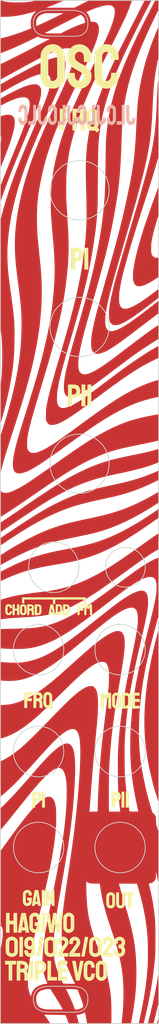
<source format=kicad_pcb>
(kicad_pcb (version 20171130) (host pcbnew "(5.1.9)-1")
  (layers (0 F.Cu signal) (31 B.Cu signal) (34 B.Paste user) (35 F.Paste user) (36 B.SilkS user) (37 F.SilkS user) (38 B.Mask user) (39 F.Mask user) (44 Edge.Cuts user))
  (net 0 "")
  (module LOGO (layer F.Cu) (at 10.414 64.5795)
    (fp_text reference G*** hide)
    (fp_text value LOGO hide)
  )
  (module LOGO (layer F.Cu) (at 10.414 64.5795)
    (fp_text reference G*** hide)
    (fp_text value LOGO hide)
    (fp_poly (pts (xy -8.793554 -49.859189) (xy -8.619223 -49.813537) (xy -8.472696 -49.73667) (xy -8.354261 -49.628653) (xy -8.264208 -49.489548) (xy -8.224358 -49.392483) (xy -8.185656 -49.240115) (xy -8.164913 -49.062814) (xy -8.162357 -48.859575) (xy -8.178218 -48.629391) (xy -8.212723 -48.371257) (xy -8.266102 -48.084166) (xy -8.338583 -47.767112) (xy -8.430394 -47.419089) (xy -8.541765 -47.039091) (xy -8.672924 -46.626113) (xy -8.824099 -46.179147) (xy -8.99552 -45.697187) (xy -9.17326 -45.21681) (xy -9.217279 -45.100652) (xy -9.270093 -44.96271) (xy -9.329997 -44.807323) (xy -9.395284 -44.638832) (xy -9.464249 -44.461576) (xy -9.535186 -44.279896) (xy -9.606389 -44.09813) (xy -9.676152 -43.92062) (xy -9.742768 -43.751704) (xy -9.804533 -43.595723) (xy -9.85974 -43.457017) (xy -9.906683 -43.339926) (xy -9.943656 -43.248789) (xy -9.968953 -43.187946) (xy -9.980869 -43.161737) (xy -9.981308 -43.161137) (xy -9.982991 -43.179907) (xy -9.984386 -43.237579) (xy -9.985485 -43.330727) (xy -9.986278 -43.455918) (xy -9.986757 -43.609726) (xy -9.986914 -43.78872) (xy -9.98674 -43.989472) (xy -9.986226 -44.208552) (xy -9.985365 -44.442531) (xy -9.984784 -44.567599) (xy -9.98336 -44.84757) (xy -9.981996 -45.088725) (xy -9.980574 -45.29458) (xy -9.978971 -45.468653) (xy -9.977069 -45.614459) (xy -9.974748 -45.735515) (xy -9.971887 -45.835339) (xy -9.968365 -45.917446) (xy -9.964064 -45.985354) (xy -9.958863 -46.042579) (xy -9.952642 -46.092637) (xy -9.945281 -46.139046) (xy -9.93666 -46.185322) (xy -9.928083 -46.228) (xy -9.906788 -46.34278) (xy -9.892144 -46.450744) (xy -9.883027 -46.564948) (xy -9.87831 -46.69845) (xy -9.876976 -46.820667) (xy -9.876858 -46.952825) (xy -9.878443 -47.0519) (xy -9.882738 -47.127132) (xy -9.890755 -47.187766) (xy -9.903503 -47.243046) (xy -9.921991 -47.302213) (xy -9.933094 -47.334404) (xy -9.990666 -47.498891) (xy -9.990666 -49.65488) (xy -9.763125 -49.728393) (xy -9.480474 -49.808229) (xy -9.224469 -49.856598) (xy -8.995399 -49.873564) (xy -8.793554 -49.859189)) (layer F.Cu) (width 0.01))
    (fp_poly (pts (xy -5.397124 -53.669453) (xy -5.24741 -53.615804) (xy -5.120081 -53.53341) (xy -5.012059 -53.421153) (xy -4.920268 -53.27791) (xy -4.916317 -53.270427) (xy -4.893972 -53.225274) (xy -4.878002 -53.183249) (xy -4.867105 -53.13572) (xy -4.859979 -53.07405) (xy -4.855324 -52.989606) (xy -4.851838 -52.873752) (xy -4.850946 -52.836714) (xy -4.849793 -52.706053) (xy -4.851935 -52.57353) (xy -4.856945 -52.452685) (xy -4.864396 -52.357058) (xy -4.866689 -52.337926) (xy -4.892212 -52.186905) (xy -4.932657 -52.001851) (xy -4.98667 -51.787809) (xy -5.052891 -51.549824) (xy -5.129966 -51.292941) (xy -5.216537 -51.022205) (xy -5.237568 -50.95875) (xy -5.288906 -50.805953) (xy -5.339363 -50.658342) (xy -5.390031 -50.513173) (xy -5.442003 -50.367703) (xy -5.49637 -50.219189) (xy -5.554227 -50.064888) (xy -5.616664 -49.902057) (xy -5.684775 -49.727952) (xy -5.759652 -49.53983) (xy -5.842387 -49.334949) (xy -5.934074 -49.110565) (xy -6.035804 -48.863934) (xy -6.14867 -48.592315) (xy -6.273764 -48.292963) (xy -6.41218 -47.963135) (xy -6.565008 -47.600089) (xy -6.733343 -47.201081) (xy -6.746502 -47.169917) (xy -7.011229 -46.541879) (xy -7.259694 -45.949965) (xy -7.492888 -45.391643) (xy -7.711806 -44.864382) (xy -7.91744 -44.365647) (xy -8.110783 -43.892908) (xy -8.292827 -43.443631) (xy -8.464565 -43.015283) (xy -8.62699 -42.605334) (xy -8.781095 -42.211249) (xy -8.927872 -41.830497) (xy -9.068314 -41.460545) (xy -9.203415 -41.098861) (xy -9.334166 -40.742911) (xy -9.46156 -40.390165) (xy -9.586591 -40.038089) (xy -9.710251 -39.684151) (xy -9.833533 -39.325819) (xy -9.912076 -39.094833) (xy -9.987324 -38.872583) (xy -9.988995 -39.878811) (xy -9.990666 -40.885038) (xy -9.728857 -41.550978) (xy -9.586225 -41.912692) (xy -9.437551 -42.287548) (xy -9.281416 -42.679077) (xy -9.116402 -43.090809) (xy -8.941087 -43.526275) (xy -8.754054 -43.989006) (xy -8.553883 -44.482533) (xy -8.339154 -45.010386) (xy -8.265623 -45.190833) (xy -8.0643 -45.685424) (xy -7.878683 -46.143114) (xy -7.708009 -46.566001) (xy -7.551519 -46.956184) (xy -7.40845 -47.315762) (xy -7.278042 -47.646834) (xy -7.159534 -47.951498) (xy -7.052165 -48.231853) (xy -6.955174 -48.489998) (xy -6.8678 -48.728031) (xy -6.789282 -48.948051) (xy -6.718859 -49.152156) (xy -6.65577 -49.342446) (xy -6.599254 -49.521019) (xy -6.54855 -49.689973) (xy -6.502897 -49.851408) (xy -6.461534 -50.007422) (xy -6.4237 -50.160114) (xy -6.388634 -50.311582) (xy -6.358355 -50.45075) (xy -6.33105 -50.605015) (xy -6.309953 -50.775112) (xy -6.295595 -50.950687) (xy -6.28851 -51.121389) (xy -6.289227 -51.276865) (xy -6.298279 -51.40676) (xy -6.306488 -51.460925) (xy -6.340059 -51.591781) (xy -6.386197 -51.71182) (xy -6.44022 -51.81106) (xy -6.497447 -51.879523) (xy -6.506139 -51.886613) (xy -6.655786 -51.982187) (xy -6.80857 -52.040398) (xy -6.975575 -52.065466) (xy -6.976114 -52.065496) (xy -7.170826 -52.065594) (xy -7.381587 -52.044759) (xy -7.61047 -52.002311) (xy -7.859552 -51.937567) (xy -8.130904 -51.849847) (xy -8.426603 -51.738469) (xy -8.748722 -51.602753) (xy -9.099336 -51.442016) (xy -9.480518 -51.255579) (xy -9.551458 -51.219785) (xy -9.990666 -50.997223) (xy -9.990666 -51.890902) (xy -9.487958 -52.169082) (xy -8.981196 -52.444556) (xy -8.50612 -52.692603) (xy -8.062779 -52.913202) (xy -7.651222 -53.106331) (xy -7.2715 -53.271969) (xy -6.923662 -53.410094) (xy -6.607758 -53.520685) (xy -6.323837 -53.603721) (xy -6.071949 -53.65918) (xy -6.011333 -53.669137) (xy -5.776009 -53.694999) (xy -5.572298 -53.695478) (xy -5.397124 -53.669453)) (layer F.Cu) (width 0.01))
    (fp_poly (pts (xy -0.314573 -33.156131) (xy -0.157113 -33.138387) (xy -0.026757 -33.109752) (xy 0.081353 -33.069054) (xy 0.17208 -33.015118) (xy 0.250283 -32.946774) (xy 0.273708 -32.921383) (xy 0.364194 -32.791353) (xy 0.42453 -32.639179) (xy 0.456494 -32.459947) (xy 0.460554 -32.405137) (xy 0.455344 -32.192692) (xy 0.416254 -32.000864) (xy 0.344463 -31.83198) (xy 0.241154 -31.688361) (xy 0.107507 -31.572332) (xy 0.007688 -31.514162) (xy -0.059798 -31.482919) (xy -0.118896 -31.462221) (xy -0.182657 -31.449327) (xy -0.264134 -31.441496) (xy -0.361614 -31.436582) (xy -0.592666 -31.427062) (xy -0.592666 -30.437667) (xy -1.079811 -30.437667) (xy -1.074364 -31.797625) (xy -1.073877 -31.919333) (xy -0.592666 -31.919333) (xy -0.426463 -31.919333) (xy -0.333704 -31.921627) (xy -0.269555 -31.930323) (xy -0.220455 -31.948143) (xy -0.188338 -31.967129) (xy -0.112788 -32.040416) (xy -0.057735 -32.139586) (xy -0.025609 -32.253045) (xy -0.018842 -32.369195) (xy -0.039866 -32.476441) (xy -0.069213 -32.535328) (xy -0.130759 -32.605369) (xy -0.20925 -32.650902) (xy -0.312526 -32.675109) (xy -0.428625 -32.681301) (xy -0.592666 -32.681333) (xy -0.592666 -31.919333) (xy -1.073877 -31.919333) (xy -1.068916 -33.157583) (xy -0.73025 -33.163636) (xy -0.503998 -33.164156) (xy -0.314573 -33.156131)) (layer F.Cu) (width 0.01))
    (fp_poly (pts (xy 10.006664 -39.189231) (xy 10.012077 -37.415155) (xy 9.854459 -36.937369) (xy 9.713321 -36.497768) (xy 9.581406 -36.063271) (xy 9.46005 -35.638964) (xy 9.350587 -35.229937) (xy 9.254354 -34.841277) (xy 9.172685 -34.478072) (xy 9.106917 -34.145409) (xy 9.078833 -33.982417) (xy 9.061974 -33.855609) (xy 9.047482 -33.702249) (xy 9.035617 -33.530764) (xy 9.026637 -33.349578) (xy 9.0208 -33.167118) (xy 9.018366 -32.991808) (xy 9.019592 -32.832075) (xy 9.024738 -32.696344) (xy 9.034063 -32.59304) (xy 9.035808 -32.581053) (xy 9.079954 -32.398626) (xy 9.150564 -32.23932) (xy 9.244721 -32.107566) (xy 9.359511 -32.007794) (xy 9.442663 -31.962683) (xy 9.518456 -31.936137) (xy 9.600729 -31.92186) (xy 9.705791 -31.917241) (xy 9.726644 -31.917227) (xy 9.816172 -31.919143) (xy 9.895292 -31.923638) (xy 9.949764 -31.929833) (xy 9.957634 -31.931486) (xy 10.011834 -31.945089) (xy 10.011834 -29.550805) (xy 9.773709 -29.388179) (xy 9.405648 -29.143926) (xy 9.064486 -28.932273) (xy 8.750157 -28.753186) (xy 8.462595 -28.60663) (xy 8.201735 -28.492571) (xy 7.96751 -28.410974) (xy 7.865305 -28.383515) (xy 7.747847 -28.362034) (xy 7.616927 -28.348835) (xy 7.485814 -28.344324) (xy 7.367774 -28.348906) (xy 7.276075 -28.362988) (xy 7.267755 -28.365253) (xy 7.212563 -28.388353) (xy 7.142789 -28.426804) (xy 7.099129 -28.454902) (xy 7.007482 -28.5401) (xy 6.922986 -28.662477) (xy 6.848505 -28.817095) (xy 6.790237 -28.987241) (xy 6.774723 -29.044266) (xy 6.762921 -29.097552) (xy 6.754348 -29.153987) (xy 6.748525 -29.220462) (xy 6.74497 -29.303867) (xy 6.743202 -29.411093) (xy 6.742741 -29.549028) (xy 6.742932 -29.665083) (xy 6.743993 -29.840781) (xy 6.746598 -29.984509) (xy 6.751435 -30.106623) (xy 6.759192 -30.217479) (xy 6.770557 -30.32743) (xy 6.786219 -30.446833) (xy 6.801995 -30.554083) (xy 6.865444 -30.935395) (xy 6.945259 -31.351322) (xy 7.040455 -31.797865) (xy 7.150045 -32.271027) (xy 7.273045 -32.766808) (xy 7.40847 -33.28121) (xy 7.555335 -33.810234) (xy 7.712654 -34.349881) (xy 7.842575 -34.777513) (xy 7.991301 -35.250167) (xy 8.156178 -35.75843) (xy 8.337339 -36.302688) (xy 8.534917 -36.883327) (xy 8.749048 -37.500732) (xy 8.979863 -38.155288) (xy 9.227498 -38.847381) (xy 9.492085 -39.577397) (xy 9.760423 -40.309529) (xy 10.00125 -40.963308) (xy 10.006664 -39.189231)) (layer F.Cu) (width 0.01))
    (fp_poly (pts (xy 9.983896 -54.727933) (xy 9.986327 -54.710571) (xy 9.988542 -54.67922) (xy 9.990553 -54.632415) (xy 9.992374 -54.568686) (xy 9.994018 -54.486565) (xy 9.995499 -54.384585) (xy 9.996829 -54.261278) (xy 9.998021 -54.115175) (xy 9.999089 -53.944809) (xy 10.000046 -53.748711) (xy 10.000905 -53.525413) (xy 10.001679 -53.273448) (xy 10.002382 -52.991348) (xy 10.003027 -52.677644) (xy 10.003626 -52.330868) (xy 10.004192 -51.949553) (xy 10.004741 -51.53223) (xy 10.005283 -51.077431) (xy 10.005832 -50.583689) (xy 10.006403 -50.049535) (xy 10.006585 -49.876065) (xy 10.01192 -44.792879) (xy 9.893856 -44.404481) (xy 9.860474 -44.293974) (xy 9.817383 -44.150246) (xy 9.766784 -43.9807) (xy 9.710879 -43.792739) (xy 9.651869 -43.593765) (xy 9.591956 -43.39118) (xy 9.533343 -43.192388) (xy 9.532811 -43.190583) (xy 9.477968 -43.004598) (xy 9.425054 -42.82596) (xy 9.373325 -42.652321) (xy 9.322037 -42.481331) (xy 9.270448 -42.310642) (xy 9.217813 -42.137905) (xy 9.16339 -41.96077) (xy 9.106435 -41.776889) (xy 9.046205 -41.583913) (xy 8.981955 -41.379493) (xy 8.912944 -41.161279) (xy 8.838426 -40.926923) (xy 8.757659 -40.674076) (xy 8.6699 -40.400388) (xy 8.574404 -40.103511) (xy 8.470429 -39.781096) (xy 8.35723 -39.430794) (xy 8.234066 -39.050256) (xy 8.100191 -38.637132) (xy 7.954863 -38.189074) (xy 7.797338 -37.703733) (xy 7.75419 -37.570833) (xy 7.464829 -36.674163) (xy 7.19167 -35.816459) (xy 6.934676 -34.997591) (xy 6.693811 -34.217429) (xy 6.46904 -33.475845) (xy 6.260327 -32.772709) (xy 6.067634 -32.107892) (xy 5.890927 -31.481263) (xy 5.730169 -30.892693) (xy 5.585323 -30.342054) (xy 5.456355 -29.829215) (xy 5.343227 -29.354047) (xy 5.245903 -28.91642) (xy 5.164348 -28.516205) (xy 5.098525 -28.153273) (xy 5.059868 -27.90825) (xy 5.026983 -27.646217) (xy 5.001779 -27.367911) (xy 4.985101 -27.087565) (xy 4.97779 -26.819412) (xy 4.980692 -26.577684) (xy 4.980812 -26.574503) (xy 4.987381 -26.434874) (xy 4.996057 -26.326474) (xy 5.008338 -26.238202) (xy 5.02572 -26.158959) (xy 5.046493 -26.087669) (xy 5.122179 -25.90008) (xy 5.218688 -25.749291) (xy 5.336356 -25.635112) (xy 5.475519 -25.557349) (xy 5.636512 -25.51581) (xy 5.819671 -25.510302) (xy 6.00759 -25.536796) (xy 6.128511 -25.565133) (xy 6.244883 -25.599317) (xy 6.365933 -25.642796) (xy 6.500889 -25.699016) (xy 6.658977 -25.771426) (xy 6.742438 -25.811328) (xy 6.961575 -25.921995) (xy 7.190521 -26.04742) (xy 7.431845 -26.189303) (xy 7.688119 -26.349344) (xy 7.961913 -26.529242) (xy 8.255798 -26.730695) (xy 8.572345 -26.955402) (xy 8.914125 -27.205064) (xy 9.283708 -27.481379) (xy 9.383713 -27.557069) (xy 9.517916 -27.658821) (xy 9.642689 -27.753316) (xy 9.753666 -27.837255) (xy 9.84648 -27.90734) (xy 9.916764 -27.960273) (xy 9.960153 -27.992754) (xy 9.971088 -28.00079) (xy 9.983406 -28.008325) (xy 9.992952 -28.008211) (xy 10.000081 -27.995923) (xy 10.005144 -27.966935) (xy 10.008494 -27.916724) (xy 10.010486 -27.840762) (xy 10.01147 -27.734525) (xy 10.011802 -27.593487) (xy 10.011834 -27.47829) (xy 10.011834 -26.92675) (xy 9.509125 -26.537395) (xy 9.043492 -26.178371) (xy 8.608333 -25.846297) (xy 8.202243 -25.540268) (xy 7.82382 -25.259376) (xy 7.471662 -25.002715) (xy 7.144366 -24.769378) (xy 6.840529 -24.558457) (xy 6.558749 -24.369048) (xy 6.297622 -24.200241) (xy 6.055745 -24.051131) (xy 5.831717 -23.920812) (xy 5.624134 -23.808375) (xy 5.431594 -23.712914) (xy 5.252694 -23.633524) (xy 5.086031 -23.569295) (xy 4.930202 -23.519323) (xy 4.783804 -23.4827) (xy 4.783667 -23.482671) (xy 4.663984 -23.464145) (xy 4.535381 -23.455671) (xy 4.411335 -23.457236) (xy 4.305322 -23.468824) (xy 4.248108 -23.48323) (xy 4.102377 -23.557209) (xy 3.97396 -23.667184) (xy 3.867631 -23.808719) (xy 3.835715 -23.866471) (xy 3.790437 -23.983824) (xy 3.755062 -24.138138) (xy 3.729381 -24.330722) (xy 3.713182 -24.562885) (xy 3.709876 -24.648583) (xy 3.706989 -24.858979) (xy 3.712 -25.07476) (xy 3.72545 -25.299685) (xy 3.747877 -25.537511) (xy 3.779823 -25.791996) (xy 3.821826 -26.066898) (xy 3.874427 -26.365973) (xy 3.938165 -26.692981) (xy 4.013581 -27.051677) (xy 4.101213 -27.445821) (xy 4.129517 -27.569583) (xy 4.171969 -27.752618) (xy 4.215105 -27.935256) (xy 4.259411 -28.119204) (xy 4.305371 -28.306171) (xy 4.353472 -28.497866) (xy 4.404197 -28.695996) (xy 4.458033 -28.902272) (xy 4.515464 -29.118399) (xy 4.576977 -29.346088) (xy 4.643055 -29.587047) (xy 4.714186 -29.842983) (xy 4.790853 -30.115606) (xy 4.873542 -30.406623) (xy 4.962739 -30.717744) (xy 5.058929 -31.050676) (xy 5.162597 -31.407128) (xy 5.274228 -31.788808) (xy 5.394307 -32.197425) (xy 5.523321 -32.634687) (xy 5.661753 -33.102302) (xy 5.81009 -33.601979) (xy 5.968817 -34.135427) (xy 6.138419 -34.704353) (xy 6.319381 -35.310466) (xy 6.500834 -35.917504) (xy 6.651057 -36.420085) (xy 6.789883 -36.885128) (xy 6.918174 -37.315614) (xy 7.036796 -37.714522) (xy 7.146613 -38.084835) (xy 7.24849 -38.429531) (xy 7.34329 -38.751592) (xy 7.431879 -39.053998) (xy 7.515121 -39.33973) (xy 7.593881 -39.611768) (xy 7.669022 -39.873092) (xy 7.741411 -40.126683) (xy 7.81191 -40.375522) (xy 7.881384 -40.622589) (xy 7.950699 -40.870864) (xy 8.020718 -41.123328) (xy 8.092306 -41.382961) (xy 8.166328 -41.652744) (xy 8.199067 -41.772417) (xy 8.32304 -42.227427) (xy 8.435972 -42.645348) (xy 8.538699 -43.029724) (xy 8.632056 -43.384099) (xy 8.716879 -43.712016) (xy 8.794005 -44.017019) (xy 8.864268 -44.302652) (xy 8.928506 -44.57246) (xy 8.987553 -44.829985) (xy 9.042246 -45.078772) (xy 9.09342 -45.322365) (xy 9.141912 -45.564307) (xy 9.188557 -45.808143) (xy 9.234191 -46.057416) (xy 9.27965 -46.315669) (xy 9.303632 -46.45548) (xy 9.344727 -46.702964) (xy 9.382909 -46.946314) (xy 9.418431 -47.1885) (xy 9.451546 -47.432493) (xy 9.482507 -47.681261) (xy 9.511566 -47.937777) (xy 9.538977 -48.205009) (xy 9.564992 -48.485929) (xy 9.589864 -48.783506) (xy 9.613846 -49.10071) (xy 9.637191 -49.440512) (xy 9.660152 -49.805883) (xy 9.682982 -50.199791) (xy 9.705932 -50.625209) (xy 9.729258 -51.085105) (xy 9.75321 -51.58245) (xy 9.768988 -51.921833) (xy 9.784133 -52.246554) (xy 9.798151 -52.534609) (xy 9.811451 -52.791637) (xy 9.824441 -53.023279) (xy 9.837527 -53.235174) (xy 9.851118 -53.432961) (xy 9.865621 -53.62228) (xy 9.881443 -53.808771) (xy 9.898993 -53.998074) (xy 9.918677 -54.195827) (xy 9.940904 -54.407672) (xy 9.964028 -54.620583) (xy 9.968034 -54.656317) (xy 9.971745 -54.686871) (xy 9.975173 -54.710778) (xy 9.978332 -54.726569) (xy 9.981236 -54.732777) (xy 9.983896 -54.727933)) (layer F.Cu) (width 0.01))
    (fp_poly (pts (xy 10.011204 -59.202721) (xy 10.011834 -57.350192) (xy 9.907559 -56.895554) (xy 9.799039 -56.400817) (xy 9.701034 -55.907292) (xy 9.612976 -55.41033) (xy 9.5343 -54.905282) (xy 9.464438 -54.387498) (xy 9.402822 -53.852329) (xy 9.348886 -53.295126) (xy 9.302064 -52.71124) (xy 9.261787 -52.096021) (xy 9.227489 -51.44482) (xy 9.218401 -51.2445) (xy 9.21032 -51.060043) (xy 9.202244 -50.87568) (xy 9.194512 -50.699179) (xy 9.187465 -50.538311) (xy 9.181443 -50.400844) (xy 9.176787 -50.294548) (xy 9.175285 -50.26025) (xy 9.156031 -49.86096) (xy 9.133061 -49.45413) (xy 9.106832 -49.045255) (xy 9.077801 -48.639831) (xy 9.046428 -48.243354) (xy 9.013169 -47.861319) (xy 8.978483 -47.499222) (xy 8.942828 -47.162558) (xy 8.906661 -46.856824) (xy 8.87044 -46.587514) (xy 8.867744 -46.569005) (xy 8.778892 -45.998949) (xy 8.67633 -45.405098) (xy 8.562444 -44.79942) (xy 8.43962 -44.193885) (xy 8.310243 -43.600463) (xy 8.176699 -43.031122) (xy 8.105773 -42.746083) (xy 7.992863 -42.303246) (xy 7.883604 -41.877548) (xy 7.777094 -41.465738) (xy 7.672433 -41.064563) (xy 7.568721 -40.670772) (xy 7.465057 -40.281112) (xy 7.36054 -39.89233) (xy 7.25427 -39.501175) (xy 7.145347 -39.104394) (xy 7.032869 -38.698735) (xy 6.915937 -38.280946) (xy 6.79365 -37.847774) (xy 6.665106 -37.395967) (xy 6.529406 -36.922273) (xy 6.38565 -36.423439) (xy 6.232935 -35.896213) (xy 6.070363 -35.337343) (xy 5.897032 -34.743577) (xy 5.764296 -34.29) (xy 5.599609 -33.727613) (xy 5.446357 -33.203946) (xy 5.304001 -32.717115) (xy 5.172004 -32.265233) (xy 5.049829 -31.846416) (xy 4.936939 -31.458779) (xy 4.832796 -31.100437) (xy 4.736862 -30.769504) (xy 4.6486 -30.464096) (xy 4.567473 -30.182328) (xy 4.492943 -29.922314) (xy 4.424472 -29.682169) (xy 4.361524 -29.460008) (xy 4.30356 -29.253946) (xy 4.250044 -29.062099) (xy 4.200437 -28.88258) (xy 4.154203 -28.713505) (xy 4.110804 -28.552989) (xy 4.069702 -28.399146) (xy 4.030359 -28.250093) (xy 3.99224 -28.103942) (xy 3.954805 -27.95881) (xy 3.917518 -27.812811) (xy 3.917047 -27.810959) (xy 3.800193 -27.345476) (xy 3.695977 -26.917357) (xy 3.603915 -26.523717) (xy 3.523518 -26.161673) (xy 3.454298 -25.828341) (xy 3.39577 -25.520837) (xy 3.347445 -25.236279) (xy 3.308837 -24.971781) (xy 3.279457 -24.724462) (xy 3.258819 -24.491436) (xy 3.246435 -24.269821) (xy 3.241819 -24.056733) (xy 3.244482 -23.849288) (xy 3.244969 -23.833667) (xy 3.255811 -23.620186) (xy 3.273999 -23.442773) (xy 3.300719 -23.295611) (xy 3.337158 -23.172884) (xy 3.384503 -23.068776) (xy 3.409687 -23.026445) (xy 3.506042 -22.901106) (xy 3.616457 -22.805468) (xy 3.742839 -22.739534) (xy 3.887092 -22.703304) (xy 4.051123 -22.69678) (xy 4.236837 -22.719962) (xy 4.44614 -22.772852) (xy 4.680936 -22.85545) (xy 4.943132 -22.967758) (xy 5.069417 -23.027433) (xy 5.221231 -23.103483) (xy 5.378816 -23.187565) (xy 5.543936 -23.280914) (xy 5.718355 -23.384769) (xy 5.903837 -23.500365) (xy 6.102147 -23.628941) (xy 6.315049 -23.771734) (xy 6.544308 -23.929979) (xy 6.791687 -24.104915) (xy 7.058951 -24.297779) (xy 7.347865 -24.509807) (xy 7.660192 -24.742237) (xy 7.997698 -24.996305) (xy 8.362145 -25.27325) (xy 8.755299 -25.574307) (xy 9.178925 -25.900714) (xy 9.292167 -25.988253) (xy 10.00125 -26.536727) (xy 10.007424 -25.761989) (xy 10.013598 -24.98725) (xy 9.954508 -24.940391) (xy 9.926521 -24.918935) (xy 9.868031 -24.87467) (xy 9.782429 -24.810146) (xy 9.67311 -24.727913) (xy 9.543466 -24.630521) (xy 9.396891 -24.52052) (xy 9.236778 -24.400459) (xy 9.06652 -24.27289) (xy 8.995834 -24.219954) (xy 8.789314 -24.06504) (xy 8.564547 -23.895942) (xy 8.329416 -23.718623) (xy 8.091805 -23.539045) (xy 7.859596 -23.36317) (xy 7.640674 -23.196959) (xy 7.442922 -23.046375) (xy 7.33425 -22.963358) (xy 6.930108 -22.654893) (xy 6.556744 -22.371546) (xy 6.212036 -22.111793) (xy 5.893863 -21.874111) (xy 5.600103 -21.656978) (xy 5.328635 -21.458869) (xy 5.077337 -21.278262) (xy 4.844087 -21.113633) (xy 4.626763 -20.96346) (xy 4.423245 -20.82622) (xy 4.231411 -20.700388) (xy 4.049138 -20.584442) (xy 3.874306 -20.476859) (xy 3.852334 -20.463601) (xy 3.517747 -20.273155) (xy 3.205716 -20.118269) (xy 2.916295 -19.998965) (xy 2.649537 -19.915263) (xy 2.405497 -19.867181) (xy 2.21619 -19.854333) (xy 2.121569 -19.857557) (xy 2.048317 -19.870336) (xy 1.97575 -19.897338) (xy 1.931317 -19.918601) (xy 1.814017 -19.989852) (xy 1.716461 -20.078425) (xy 1.63718 -20.187931) (xy 1.574702 -20.321983) (xy 1.527557 -20.484192) (xy 1.494276 -20.678169) (xy 1.473386 -20.907526) (xy 1.466281 -21.060833) (xy 1.462985 -21.272715) (xy 1.467675 -21.485062) (xy 1.481008 -21.703657) (xy 1.503642 -21.934286) (xy 1.536236 -22.182732) (xy 1.579447 -22.454779) (xy 1.633935 -22.756211) (xy 1.693905 -23.061083) (xy 1.72574 -23.216978) (xy 1.7571 -23.367952) (xy 1.788508 -23.515976) (xy 1.820488 -23.663016) (xy 1.853564 -23.811041) (xy 1.888259 -23.962019) (xy 1.925097 -24.117918) (xy 1.964604 -24.280707) (xy 2.007301 -24.452354) (xy 2.053714 -24.634826) (xy 2.104365 -24.830093) (xy 2.15978 -25.040121) (xy 2.220481 -25.26688) (xy 2.286993 -25.512337) (xy 2.359839 -25.778461) (xy 2.439544 -26.06722) (xy 2.526631 -26.380581) (xy 2.621625 -26.720514) (xy 2.725048 -27.088986) (xy 2.837426 -27.487965) (xy 2.959281 -27.919421) (xy 3.091138 -28.385319) (xy 3.233521 -28.88763) (xy 3.386953 -29.428321) (xy 3.41511 -29.5275) (xy 3.59597 -30.165039) (xy 3.765652 -30.764481) (xy 3.924809 -31.328377) (xy 4.074091 -31.859278) (xy 4.214147 -32.359733) (xy 4.345629 -32.832295) (xy 4.469186 -33.279513) (xy 4.58547 -33.703939) (xy 4.695131 -34.108122) (xy 4.798818 -34.494615) (xy 4.897183 -34.865967) (xy 4.990876 -35.22473) (xy 5.080548 -35.573454) (xy 5.166848 -35.914689) (xy 5.250427 -36.250988) (xy 5.331936 -36.584899) (xy 5.412025 -36.918975) (xy 5.491345 -37.255765) (xy 5.570545 -37.597821) (xy 5.650277 -37.947693) (xy 5.731191 -38.307933) (xy 5.813937 -38.68109) (xy 5.899165 -39.069715) (xy 5.987527 -39.47636) (xy 6.079672 -39.903574) (xy 6.176251 -40.35391) (xy 6.178588 -40.364833) (xy 6.31197 -41.006624) (xy 6.432358 -41.626084) (xy 6.542161 -42.237008) (xy 6.643787 -42.853187) (xy 6.739645 -43.488417) (xy 6.803269 -43.942) (xy 6.848392 -44.290308) (xy 6.890916 -44.655011) (xy 6.931052 -45.038857) (xy 6.969012 -45.444591) (xy 7.005008 -45.87496) (xy 7.039253 -46.332713) (xy 7.071957 -46.820594) (xy 7.103334 -47.341351) (xy 7.133595 -47.897731) (xy 7.162952 -48.492481) (xy 7.175681 -48.768) (xy 7.199563 -49.269547) (xy 7.224113 -49.732867) (xy 7.249639 -50.162063) (xy 7.276448 -50.56124) (xy 7.304848 -50.934502) (xy 7.335146 -51.285954) (xy 7.36765 -51.619699) (xy 7.402668 -51.939842) (xy 7.431058 -52.175833) (xy 7.554964 -53.054551) (xy 7.706498 -53.927112) (xy 7.886615 -54.796878) (xy 8.09627 -55.667214) (xy 8.336419 -56.541481) (xy 8.608016 -57.423043) (xy 8.912016 -58.315261) (xy 9.249373 -59.2215) (xy 9.621044 -60.145121) (xy 9.841267 -60.663667) (xy 10.010575 -61.05525) (xy 10.011204 -59.202721)) (layer F.Cu) (width 0.01))
    (fp_poly (pts (xy 10.011834 -63.167979) (xy 9.548854 -62.228031) (xy 9.139968 -61.387692) (xy 8.75663 -60.578293) (xy 8.398105 -59.797587) (xy 8.06366 -59.043327) (xy 7.752561 -58.313266) (xy 7.464073 -57.605158) (xy 7.197462 -56.916756) (xy 6.951994 -56.245812) (xy 6.726935 -55.590079) (xy 6.521552 -54.947312) (xy 6.335108 -54.315262) (xy 6.166872 -53.691684) (xy 6.016107 -53.074329) (xy 5.882081 -52.460952) (xy 5.76406 -51.849306) (xy 5.661308 -51.237143) (xy 5.573092 -50.622216) (xy 5.498678 -50.002279) (xy 5.472598 -49.75225) (xy 5.454708 -49.567489) (xy 5.438063 -49.382643) (xy 5.422461 -49.194176) (xy 5.407703 -48.998555) (xy 5.39359 -48.792246) (xy 5.379923 -48.571715) (xy 5.366501 -48.333426) (xy 5.353126 -48.073847) (xy 5.339597 -47.789443) (xy 5.325715 -47.476679) (xy 5.311281 -47.132022) (xy 5.296095 -46.751937) (xy 5.280797 -46.355) (xy 5.255931 -45.721421) (xy 5.230801 -45.126747) (xy 5.205057 -44.567547) (xy 5.178351 -44.040394) (xy 5.150334 -43.541858) (xy 5.120658 -43.068509) (xy 5.088974 -42.61692) (xy 5.054934 -42.183661) (xy 5.018187 -41.765303) (xy 4.978387 -41.358416) (xy 4.935184 -40.959573) (xy 4.888229 -40.565343) (xy 4.837174 -40.172298) (xy 4.78167 -39.777009) (xy 4.721368 -39.376046) (xy 4.65592 -38.965982) (xy 4.584977 -38.543385) (xy 4.50819 -38.104829) (xy 4.42521 -37.646883) (xy 4.359001 -37.290231) (xy 4.286122 -36.903248) (xy 4.215106 -36.530914) (xy 4.145432 -36.171146) (xy 4.076579 -35.821867) (xy 4.008027 -35.480995) (xy 3.939257 -35.146451) (xy 3.869747 -34.816155) (xy 3.798977 -34.488028) (xy 3.726426 -34.159989) (xy 3.651575 -33.829958) (xy 3.573903 -33.495856) (xy 3.49289 -33.155603) (xy 3.408015 -32.807119) (xy 3.318758 -32.448324) (xy 3.224598 -32.077139) (xy 3.125016 -31.691483) (xy 3.019491 -31.289276) (xy 2.907502 -30.868439) (xy 2.788529 -30.426892) (xy 2.662052 -29.962555) (xy 2.52755 -29.473348) (xy 2.384503 -28.957191) (xy 2.232391 -28.412005) (xy 2.070693 -27.835709) (xy 1.898889 -27.226224) (xy 1.716458 -26.58147) (xy 1.522881 -25.899367) (xy 1.407978 -25.49525) (xy 1.268601 -25.004772) (xy 1.140462 -24.552522) (xy 1.022925 -24.136091) (xy 0.915358 -23.753073) (xy 0.817126 -23.401059) (xy 0.727597 -23.077643) (xy 0.646136 -22.780416) (xy 0.572109 -22.506971) (xy 0.504883 -22.254902) (xy 0.443824 -22.021799) (xy 0.388299 -21.805256) (xy 0.337673 -21.602865) (xy 0.291313 -21.412218) (xy 0.248585 -21.230908) (xy 0.208855 -21.056528) (xy 0.17149 -20.886669) (xy 0.135856 -20.718925) (xy 0.101319 -20.550888) (xy 0.084695 -20.468167) (xy 0.019536 -20.133206) (xy -0.03475 -19.83426) (xy -0.078678 -19.566571) (xy -0.112761 -19.325381) (xy -0.137516 -19.105933) (xy -0.153457 -18.903469) (xy -0.161099 -18.713231) (xy -0.160958 -18.530462) (xy -0.153547 -18.350403) (xy -0.150143 -18.298456) (xy -0.13319 -18.104089) (xy -0.111121 -17.9451) (xy -0.081683 -17.814631) (xy -0.042626 -17.705823) (xy 0.008301 -17.611817) (xy 0.073351 -17.525755) (xy 0.120157 -17.475015) (xy 0.233824 -17.382349) (xy 0.36612 -17.318481) (xy 0.517905 -17.283673) (xy 0.690041 -17.278185) (xy 0.883388 -17.302281) (xy 1.098807 -17.35622) (xy 1.337159 -17.440264) (xy 1.599304 -17.554674) (xy 1.886104 -17.699713) (xy 2.198419 -17.875641) (xy 2.537109 -18.082719) (xy 2.899834 -18.319066) (xy 3.053897 -18.423059) (xy 3.21149 -18.531328) (xy 3.375448 -18.64595) (xy 3.548607 -18.769004) (xy 3.733802 -18.902567) (xy 3.933871 -19.048716) (xy 4.151648 -19.209529) (xy 4.38997 -19.387085) (xy 4.651672 -19.58346) (xy 4.93959 -19.800732) (xy 5.25656 -20.040979) (xy 5.42925 -20.172211) (xy 5.882127 -20.516243) (xy 6.3035 -20.835513) (xy 6.695197 -21.13136) (xy 7.059046 -21.405121) (xy 7.396874 -21.658133) (xy 7.71051 -21.891733) (xy 8.001781 -22.107258) (xy 8.272515 -22.306046) (xy 8.52454 -22.489434) (xy 8.759683 -22.658759) (xy 8.979773 -22.815358) (xy 9.186638 -22.960569) (xy 9.382104 -23.09573) (xy 9.568 -23.222176) (xy 9.746154 -23.341246) (xy 9.890125 -23.43587) (xy 10.011834 -23.515244) (xy 10.011644 -22.64258) (xy 10.011455 -21.769917) (xy 9.752353 -21.612376) (xy 9.563922 -21.496236) (xy 9.346853 -21.359737) (xy 9.107168 -21.20683) (xy 8.850887 -21.041467) (xy 8.58403 -20.867598) (xy 8.312617 -20.689175) (xy 8.042669 -20.510147) (xy 7.780207 -20.334467) (xy 7.531251 -20.166084) (xy 7.301822 -20.008951) (xy 7.1755 -19.921336) (xy 7.049571 -19.833034) (xy 6.917187 -19.739241) (xy 6.776458 -19.638556) (xy 6.625494 -19.529575) (xy 6.462402 -19.410898) (xy 6.285294 -19.281122) (xy 6.092277 -19.138845) (xy 5.881461 -18.982665) (xy 5.650956 -18.81118) (xy 5.398871 -18.622989) (xy 5.123314 -18.416689) (xy 4.822396 -18.190878) (xy 4.494225 -17.944155) (xy 4.13691 -17.675117) (xy 3.748562 -17.382363) (xy 3.58775 -17.261053) (xy 3.267477 -17.020008) (xy 2.965521 -16.793949) (xy 2.68407 -16.584489) (xy 2.425312 -16.393238) (xy 2.191434 -16.221808) (xy 1.984624 -16.07181) (xy 1.80707 -15.944856) (xy 1.677459 -15.853962) (xy 1.481667 -15.718352) (xy 1.481667 -15.352176) (xy 1.482295 -15.232994) (xy 1.484038 -15.130033) (xy 1.486681 -15.050104) (xy 1.490011 -15.000021) (xy 1.493154 -14.986) (xy 1.496386 -14.98653) (xy 1.501961 -14.989016) (xy 1.51169 -14.994807) (xy 1.527386 -15.005249) (xy 1.55086 -15.021688) (xy 1.583923 -15.045472) (xy 1.628388 -15.077948) (xy 1.686066 -15.120462) (xy 1.758769 -15.174362) (xy 1.848308 -15.240994) (xy 1.956496 -15.321705) (xy 2.085144 -15.417843) (xy 2.236063 -15.530754) (xy 2.411066 -15.661785) (xy 2.611964 -15.812282) (xy 2.840569 -15.983594) (xy 3.098692 -16.177066) (xy 3.388146 -16.394046) (xy 3.513667 -16.488142) (xy 3.879976 -16.762529) (xy 4.215509 -17.01335) (xy 4.523169 -17.242691) (xy 4.805856 -17.452637) (xy 5.066472 -17.645272) (xy 5.307919 -17.822684) (xy 5.533098 -17.986955) (xy 5.744911 -18.140173) (xy 5.94626 -18.284422) (xy 6.140045 -18.421788) (xy 6.329169 -18.554355) (xy 6.516533 -18.684209) (xy 6.705038 -18.813435) (xy 6.897586 -18.94412) (xy 7.097079 -19.078346) (xy 7.306418 -19.218201) (xy 7.387167 -19.271936) (xy 7.730596 -19.499133) (xy 8.044316 -19.704178) (xy 8.332833 -19.889844) (xy 8.600654 -20.058905) (xy 8.852287 -20.214136) (xy 9.092237 -20.358312) (xy 9.325011 -20.494207) (xy 9.555117 -20.624594) (xy 9.78706 -20.752249) (xy 9.826625 -20.773677) (xy 10.011834 -20.873762) (xy 10.011834 -19.370822) (xy 9.858375 -19.301179) (xy 9.748558 -19.250013) (xy 9.608509 -19.182709) (xy 9.445433 -19.102891) (xy 9.266536 -19.014187) (xy 9.079021 -18.920222) (xy 8.890095 -18.824623) (xy 8.706961 -18.731015) (xy 8.536824 -18.643024) (xy 8.386889 -18.564276) (xy 8.277406 -18.505517) (xy 7.98371 -18.342319) (xy 7.680403 -18.167216) (xy 7.365861 -17.979098) (xy 7.038458 -17.776857) (xy 6.696568 -17.559381) (xy 6.338564 -17.325563) (xy 5.962823 -17.074292) (xy 5.567718 -16.804458) (xy 5.151623 -16.514952) (xy 4.712913 -16.204665) (xy 4.249962 -15.872486) (xy 3.761146 -15.517306) (xy 3.244837 -15.138016) (xy 2.69941 -14.733505) (xy 2.153709 -14.325527) (xy 1.481667 -13.821325) (xy 1.481667 -13.2715) (xy 0.994834 -13.2715) (xy 0.994834 -13.356167) (xy 0.991968 -13.409206) (xy 0.984812 -13.438687) (xy 0.981927 -13.440833) (xy 0.962034 -13.428799) (xy 0.912856 -13.394947) (xy 0.839129 -13.34266) (xy 0.745585 -13.275318) (xy 0.636959 -13.1963) (xy 0.542719 -13.127201) (xy 0.100086 -12.8048) (xy -0.312974 -12.510757) (xy -0.697659 -12.244358) (xy -1.055164 -12.004884) (xy -1.386687 -11.79162) (xy -1.693425 -11.60385) (xy -1.976574 -11.440857) (xy -2.237331 -11.301925) (xy -2.476892 -11.186337) (xy -2.696456 -11.093377) (xy -2.897217 -11.02233) (xy -3.04198 -10.981552) (xy -3.186835 -10.952975) (xy -3.341622 -10.937847) (xy -3.471333 -10.934151) (xy -3.581032 -10.93439) (xy -3.65888 -10.937748) (xy -3.715326 -10.945692) (xy -3.76082 -10.959689) (xy -3.805582 -10.981084) (xy -3.933182 -11.071739) (xy -4.044738 -11.1956) (xy -4.13492 -11.344919) (xy -4.1984 -11.511948) (xy -4.213543 -11.574213) (xy -4.221792 -11.640467) (xy -4.227327 -11.746989) (xy -4.230157 -11.894273) (xy -4.230293 -12.082811) (xy -4.227744 -12.313098) (xy -4.227692 -12.316422) (xy -4.224183 -12.511945) (xy -4.220086 -12.671937) (xy -4.214972 -12.803202) (xy -4.208413 -12.912542) (xy -4.199979 -13.00676) (xy -4.189243 -13.092658) (xy -4.175774 -13.177039) (xy -4.172161 -13.197417) (xy -4.132565 -13.412448) (xy -4.091323 -13.626427) (xy -4.047812 -13.841714) (xy -4.001414 -14.060672) (xy -3.951507 -14.285662) (xy -3.897471 -14.519045) (xy -3.838685 -14.763182) (xy -3.77453 -15.020435) (xy -3.704385 -15.293166) (xy -3.627629 -15.583735) (xy -3.543643 -15.894505) (xy -3.451805 -16.227835) (xy -3.351495 -16.586089) (xy -3.242093 -16.971627) (xy -3.122979 -17.38681) (xy -2.993532 -17.834001) (xy -2.853131 -18.31556) (xy -2.701157 -18.833849) (xy -2.609517 -19.14525) (xy -2.443981 -19.707766) (xy -2.290088 -20.232099) (xy -2.147168 -20.72057) (xy -2.014555 -21.175501) (xy -1.89158 -21.599213) (xy -1.777575 -21.994027) (xy -1.67187 -22.362264) (xy -1.5738 -22.706245) (xy -1.482694 -23.028292) (xy -1.397885 -23.330725) (xy -1.318705 -23.615865) (xy -1.244485 -23.886035) (xy -1.23977 -23.903303) (xy -1.006928 -24.769508) (xy -0.791217 -25.599429) (xy -0.592142 -26.39527) (xy -0.409207 -27.159239) (xy -0.241919 -27.893539) (xy -0.089781 -28.600376) (xy 0.0477 -29.281957) (xy 0.171021 -29.940485) (xy 0.280675 -30.578166) (xy 0.335912 -30.9245) (xy 0.351775 -31.030048) (xy 0.371388 -31.165599) (xy 0.393989 -31.325473) (xy 0.418818 -31.50399) (xy 0.445112 -31.69547) (xy 0.472111 -31.894232) (xy 0.499053 -32.094596) (xy 0.525177 -32.290882) (xy 0.549723 -32.47741) (xy 0.571928 -32.6485) (xy 0.591031 -32.798471) (xy 0.606271 -32.921643) (xy 0.616888 -33.012336) (xy 0.621002 -33.05175) (xy 0.628102 -33.117044) (xy 0.639495 -33.21035) (xy 0.653441 -33.31778) (xy 0.664421 -33.398483) (xy 0.69017 -33.602211) (xy 0.716102 -33.842665) (xy 0.741796 -34.114244) (xy 0.766829 -34.411345) (xy 0.790778 -34.728367) (xy 0.81322 -35.059708) (xy 0.833732 -35.399765) (xy 0.851892 -35.742936) (xy 0.867277 -36.083619) (xy 0.867504 -36.089167) (xy 0.87415 -36.288179) (xy 0.879469 -36.523658) (xy 0.883475 -36.789756) (xy 0.886186 -37.080629) (xy 0.887616 -37.39043) (xy 0.887781 -37.713313) (xy 0.886698 -38.043433) (xy 0.884381 -38.374943) (xy 0.880846 -38.701997) (xy 0.87611 -39.01875) (xy 0.870188 -39.319355) (xy 0.863095 -39.597967) (xy 0.857601 -39.772167) (xy 0.836788 -40.414728) (xy 0.820127 -41.017928) (xy 0.807716 -41.584545) (xy 0.799655 -42.117357) (xy 0.796042 -42.61914) (xy 0.796979 -43.092674) (xy 0.802562 -43.540736) (xy 0.812893 -43.966104) (xy 0.82807 -44.371556) (xy 0.848192 -44.759869) (xy 0.873359 -45.133821) (xy 0.903669 -45.49619) (xy 0.939223 -45.849755) (xy 0.98012 -46.197292) (xy 1.026458 -46.54158) (xy 1.078337 -46.885396) (xy 1.121076 -47.145411) (xy 1.146816 -47.295231) (xy 1.172372 -47.440924) (xy 1.196214 -47.573986) (xy 1.216811 -47.685917) (xy 1.232631 -47.768216) (xy 1.237547 -47.792197) (xy 1.252684 -47.867217) (xy 1.262587 -47.923482) (xy 1.265477 -47.95069) (xy 1.265081 -47.951727) (xy 1.147995 -48.030922) (xy 1.038785 -48.139144) (xy 0.947846 -48.263927) (xy 0.885572 -48.392802) (xy 0.87807 -48.415939) (xy 0.868041 -48.472684) (xy 0.859731 -48.565259) (xy 0.853132 -48.687194) (xy 0.848235 -48.83202) (xy 0.845033 -48.993269) (xy 0.844088 -49.100063) (xy 1.335997 -49.100063) (xy 1.336042 -48.927567) (xy 1.337718 -48.790701) (xy 1.341111 -48.686126) (xy 1.346306 -48.610503) (xy 1.353388 -48.560492) (xy 1.357122 -48.54575) (xy 1.374622 -48.497215) (xy 1.386075 -48.487341) (xy 1.392065 -48.503417) (xy 1.39976 -48.536874) (xy 1.415825 -48.604059) (xy 1.438476 -48.697601) (xy 1.465928 -48.81013) (xy 1.494545 -48.92675) (xy 1.533505 -49.082346) (xy 1.579413 -49.261363) (xy 1.62776 -49.446469) (xy 1.674037 -49.620333) (xy 1.697048 -49.705158) (xy 1.734286 -49.841909) (xy 1.761129 -49.943625) (xy 1.778499 -50.016064) (xy 1.787315 -50.064985) (xy 1.788498 -50.096144) (xy 1.782968 -50.115301) (xy 1.771645 -50.128214) (xy 1.765442 -50.133116) (xy 1.682445 -50.171369) (xy 1.589565 -50.174691) (xy 1.497206 -50.145307) (xy 1.415774 -50.085442) (xy 1.387783 -50.052361) (xy 1.375694 -50.034047) (xy 1.365993 -50.012567) (xy 1.358362 -49.983223) (xy 1.35248 -49.941314) (xy 1.348029 -49.88214) (xy 1.344691 -49.801001) (xy 1.342145 -49.693197) (xy 1.340073 -49.554028) (xy 1.338157 -49.378794) (xy 1.337497 -49.311528) (xy 1.335997 -49.100063) (xy 0.844088 -49.100063) (xy 0.843518 -49.164471) (xy 0.84368 -49.339159) (xy 0.845512 -49.510863) (xy 0.849006 -49.673114) (xy 0.854154 -49.819443) (xy 0.860947 -49.943382) (xy 0.869377 -50.038461) (xy 0.879436 -50.098212) (xy 0.880201 -50.100906) (xy 0.943737 -50.252477) (xy 1.037028 -50.390709) (xy 1.152229 -50.506) (xy 1.277242 -50.586716) (xy 1.426048 -50.63958) (xy 1.585064 -50.662738) (xy 1.741446 -50.655514) (xy 1.879472 -50.618427) (xy 1.929372 -50.60192) (xy 1.953354 -50.606768) (xy 1.958346 -50.615483) (xy 1.967319 -50.642083) (xy 1.98763 -50.70302) (xy 2.017333 -50.792433) (xy 2.054482 -50.904463) (xy 2.097133 -51.033251) (xy 2.128509 -51.128083) (xy 2.203546 -51.350039) (xy 2.291421 -51.601602) (xy 2.388677 -51.873306) (xy 2.491859 -52.155688) (xy 2.597512 -52.43928) (xy 2.702182 -52.714619) (xy 2.792337 -52.946651) (xy 2.83078 -53.04552) (xy 2.862367 -53.128876) (xy 2.88445 -53.189561) (xy 2.89438 -53.22042) (xy 2.894544 -53.222836) (xy 2.874426 -53.232684) (xy 2.825362 -53.256533) (xy 2.756509 -53.289936) (xy 2.728057 -53.303726) (xy 2.551104 -53.410326) (xy 2.383247 -53.551032) (xy 2.231425 -53.717671) (xy 2.102577 -53.902068) (xy 2.003643 -54.096051) (xy 1.964904 -54.202542) (xy 1.945373 -54.256678) (xy 1.928483 -54.288739) (xy 1.923436 -54.2925) (xy 1.911169 -54.273845) (xy 1.883567 -54.220602) (xy 1.842513 -54.136858) (xy 1.789895 -54.026697) (xy 1.727596 -53.894205) (xy 1.657502 -53.743466) (xy 1.581499 -53.578566) (xy 1.50147 -53.403591) (xy 1.419302 -53.222625) (xy 1.33688 -53.039753) (xy 1.256089 -52.859062) (xy 1.178814 -52.684635) (xy 1.12737 -52.567417) (xy 0.953274 -52.164828) (xy 0.791846 -51.782478) (xy 0.635949 -51.40319) (xy 0.478444 -51.009791) (xy 0.4504 -50.938765) (xy 0.292375 -50.53778) (xy 0.352563 -50.495411) (xy 0.467021 -50.396897) (xy 0.567237 -50.276997) (xy 0.632753 -50.166201) (xy 0.65919 -50.104222) (xy 0.675649 -50.046541) (xy 0.684378 -49.979731) (xy 0.687627 -49.890364) (xy 0.687901 -49.836917) (xy 0.686735 -49.735405) (xy 0.681663 -49.663225) (xy 0.670293 -49.607402) (xy 0.650232 -49.554959) (xy 0.627418 -49.508833) (xy 0.585477 -49.435502) (xy 0.541246 -49.369453) (xy 0.515012 -49.336988) (xy 0.463073 -49.28156) (xy 0.528721 -49.178238) (xy 0.5658 -49.115512) (xy 0.594886 -49.053497) (xy 0.617033 -48.985843) (xy 0.633292 -48.906198) (xy 0.644717 -48.808211) (xy 0.652361 -48.685533) (xy 0.657276 -48.531812) (xy 0.659882 -48.387) (xy 0.66675 -47.91075) (xy 0.418042 -47.904787) (xy 0.169334 -47.898823) (xy 0.169334 -48.362032) (xy 0.169153 -48.514052) (xy 0.16825 -48.629794) (xy 0.166085 -48.715315) (xy 0.162115 -48.77667) (xy 0.155801 -48.819913) (xy 0.146602 -48.851101) (xy 0.133976 -48.876289) (xy 0.121709 -48.895215) (xy 0.045827 -48.983988) (xy -0.038129 -49.034885) (xy -0.137585 -49.052357) (xy -0.140389 -49.052404) (xy -0.238947 -49.05375) (xy -0.313415 -48.842083) (xy -0.34104 -48.761507) (xy -0.361187 -48.694336) (xy -0.375357 -48.630712) (xy -0.385047 -48.560777) (xy -0.391757 -48.474673) (xy -0.396987 -48.362542) (xy -0.400317 -48.270583) (xy -0.41275 -47.91075) (xy -0.60858 -47.898062) (xy -0.70573 -47.565739) (xy -0.865428 -47.003324) (xy -1.006502 -46.471111) (xy -1.130463 -45.962063) (xy -1.238821 -45.469143) (xy -1.333089 -44.985316) (xy -1.414779 -44.503545) (xy -1.4854 -44.016795) (xy -1.511401 -43.815) (xy -1.543646 -43.548612) (xy -1.571623 -43.300225) (xy -1.595623 -43.064339) (xy -1.615936 -42.835456) (xy -1.632851 -42.608078) (xy -1.646658 -42.376707) (xy -1.657648 -42.135845) (xy -1.66611 -41.879992) (xy -1.672333 -41.603651) (xy -1.676609 -41.301323) (xy -1.679226 -40.96751) (xy -1.680455 -40.60825) (xy -1.68079 -40.325026) (xy -1.680635 -40.078675) (xy -1.679866 -39.863739) (xy -1.678359 -39.67476) (xy -1.675988 -39.50628) (xy -1.672631 -39.352841) (xy -1.668164 -39.208984) (xy -1.662462 -39.069251) (xy -1.655401 -38.928185) (xy -1.646857 -38.780325) (xy -1.636706 -38.620216) (xy -1.634511 -38.586833) (xy -1.597391 -38.020251) (xy -1.563555 -37.49345) (xy -1.53291 -37.004014) (xy -1.50536 -36.549527) (xy -1.48081 -36.127573) (xy -1.459165 -35.735735) (xy -1.440332 -35.371597) (xy -1.424213 -35.032743) (xy -1.410716 -34.716755) (xy -1.399745 -34.421218) (xy -1.391204 -34.143716) (xy -1.385 -33.881831) (xy -1.381037 -33.633147) (xy -1.37922 -33.395249) (xy -1.379455 -33.165719) (xy -1.381646 -32.942142) (xy -1.3857 -32.722101) (xy -1.39152 -32.503178) (xy -1.393348 -32.444977) (xy -1.401578 -32.204224) (xy -1.410279 -31.9803) (xy -1.419842 -31.768338) (xy -1.430653 -31.56347) (xy -1.443101 -31.360829) (xy -1.457575 -31.155547) (xy -1.474461 -30.942758) (xy -1.494149 -30.717594) (xy -1.517026 -30.475188) (xy -1.543481 -30.210672) (xy -1.573901 -29.91918) (xy -1.608675 -29.595844) (xy -1.648191 -29.235797) (xy -1.651998 -29.201383) (xy -1.728096 -28.557127) (xy -1.813498 -27.917598) (xy -1.909126 -27.277897) (xy -2.0159 -26.633126) (xy -2.134743 -25.978388) (xy -2.266574 -25.308784) (xy -2.412315 -24.619417) (xy -2.572887 -23.905389) (xy -2.749211 -23.161803) (xy -2.910173 -22.51075) (xy -2.992824 -22.183846) (xy -3.074284 -21.86544) (xy -3.155386 -21.552602) (xy -3.236961 -21.242399) (xy -3.319843 -20.931901) (xy -3.404865 -20.618176) (xy -3.492858 -20.298294) (xy -3.584654 -19.969323) (xy -3.681088 -19.628332) (xy -3.782991 -19.27239) (xy -3.891195 -18.898565) (xy -4.006533 -18.503927) (xy -4.129838 -18.085543) (xy -4.261943 -17.640484) (xy -4.403679 -17.165818) (xy -4.555879 -16.658613) (xy -4.719376 -16.115939) (xy -4.836926 -15.726833) (xy -5.013435 -15.142247) (xy -5.177682 -14.596287) (xy -5.330129 -14.087204) (xy -5.471237 -13.613248) (xy -5.601468 -13.17267) (xy -5.721282 -12.763719) (xy -5.831142 -12.384647) (xy -5.931508 -12.033702) (xy -6.022842 -11.709136) (xy -6.105604 -11.409199) (xy -6.180256 -11.132141) (xy -6.24726 -10.876213) (xy -6.307077 -10.639664) (xy -6.360167 -10.420745) (xy -6.406992 -10.217706) (xy -6.448014 -10.028798) (xy -6.483693 -9.852271) (xy -6.514491 -9.686374) (xy -6.54087 -9.529359) (xy -6.56329 -9.379476) (xy -6.582212 -9.234974) (xy -6.598098 -9.094104) (xy -6.60576 -9.017) (xy -6.616123 -8.863522) (xy -6.620467 -8.69441) (xy -6.619133 -8.51992) (xy -6.612463 -8.350309) (xy -6.600801 -8.195832) (xy -6.584487 -8.066745) (xy -6.571918 -8.002834) (xy -6.512444 -7.820989) (xy -6.428893 -7.67375) (xy -6.320128 -7.560142) (xy -6.185013 -7.479191) (xy -6.022409 -7.429922) (xy -5.883769 -7.413291) (xy -5.730063 -7.412791) (xy -5.571323 -7.42971) (xy -5.402379 -7.465524) (xy -5.218056 -7.521707) (xy -5.013183 -7.599734) (xy -4.782587 -7.70108) (xy -4.644104 -7.766721) (xy -4.470174 -7.853269) (xy -4.291184 -7.947175) (xy -4.105232 -8.049707) (xy -3.910419 -8.162135) (xy -3.704843 -8.285726) (xy -3.486603 -8.421749) (xy -3.253799 -8.571473) (xy -3.004528 -8.736167) (xy -2.736892 -8.9171) (xy -2.448987 -9.115539) (xy -2.138915 -9.332754) (xy -1.804772 -9.570013) (xy -1.44466 -9.828586) (xy -1.056677 -10.10974) (xy -0.638921 -10.414744) (xy -0.264583 -10.689589) (xy 0.163633 -11.00421) (xy 0.561625 -11.295565) (xy 0.932815 -11.566078) (xy 1.280625 -11.818172) (xy 1.608478 -12.054273) (xy 1.919795 -12.276805) (xy 2.217999 -12.488192) (xy 2.506513 -12.690858) (xy 2.788758 -12.887228) (xy 3.068157 -13.079725) (xy 3.348132 -13.270775) (xy 3.632105 -13.462801) (xy 3.9235 -13.658227) (xy 3.969687 -13.68907) (xy 4.654422 -14.134233) (xy 5.321553 -14.543648) (xy 5.973848 -14.918674) (xy 6.614078 -15.260672) (xy 7.245012 -15.571001) (xy 7.869419 -15.851021) (xy 8.49007 -16.102093) (xy 9.109732 -16.325575) (xy 9.731176 -16.522828) (xy 9.755294 -16.529952) (xy 9.846576 -16.556363) (xy 9.922947 -16.577573) (xy 9.975217 -16.591082) (xy 9.993419 -16.594667) (xy 9.997049 -16.574153) (xy 10.000434 -16.515224) (xy 10.003506 -16.421795) (xy 10.0062 -16.297784) (xy 10.008445 -16.147109) (xy 10.010175 -15.973686) (xy 10.011322 -15.781431) (xy 10.011818 -15.574263) (xy 10.011834 -15.530519) (xy 10.011834 -14.466371) (xy 9.826625 -14.428961) (xy 9.535792 -14.366894) (xy 9.222507 -14.294085) (xy 8.897216 -14.213295) (xy 8.570369 -14.127285) (xy 8.252412 -14.038817) (xy 7.953794 -13.950652) (xy 7.684964 -13.865551) (xy 7.646311 -13.852704) (xy 7.072587 -13.646566) (xy 6.478036 -13.405544) (xy 5.86445 -13.130538) (xy 5.233621 -12.822447) (xy 4.587343 -12.482171) (xy 3.927408 -12.110608) (xy 3.255608 -11.70866) (xy 2.784965 -11.413352) (xy 2.574357 -11.278139) (xy 2.367355 -11.143967) (xy 2.16141 -11.00907) (xy 1.953973 -10.871679) (xy 1.742497 -10.730028) (xy 1.524432 -10.582351) (xy 1.297229 -10.42688) (xy 1.058341 -10.261849) (xy 0.805217 -10.085491) (xy 0.53531 -9.896039) (xy 0.246071 -9.691725) (xy -0.065049 -9.470784) (xy -0.400599 -9.231448) (xy -0.763127 -8.97195) (xy -1.155182 -8.690524) (xy -1.488247 -8.450964) (xy -1.985101 -8.094016) (xy -2.449747 -7.761741) (xy -2.883693 -7.453215) (xy -3.288451 -7.167516) (xy -3.665532 -6.903721) (xy -4.016446 -6.660909) (xy -4.342705 -6.438157) (xy -4.645818 -6.234543) (xy -4.927297 -6.049144) (xy -5.188653 -5.881038) (xy -5.431395 -5.729304) (xy -5.657036 -5.593017) (xy -5.867085 -5.471257) (xy -6.063053 -5.363101) (xy -6.246452 -5.267627) (xy -6.418792 -5.183912) (xy -6.581583 -5.111034) (xy -6.736336 -5.048071) (xy -6.884563 -4.9941) (xy -7.027774 -4.948199) (xy -7.16748 -4.909446) (xy -7.30519 -4.876919) (xy -7.362054 -4.865042) (xy -7.468568 -4.844866) (xy -7.54797 -4.834054) (xy -7.614257 -4.831865) (xy -7.681427 -4.837559) (xy -7.73365 -4.845374) (xy -7.887076 -4.881001) (xy -8.011123 -4.934914) (xy -8.116611 -5.012123) (xy -8.138394 -5.032725) (xy -8.232092 -5.15194) (xy -8.305229 -5.304991) (xy -8.357784 -5.492146) (xy -8.389738 -5.713669) (xy -8.401069 -5.969828) (xy -8.391759 -6.260888) (xy -8.361786 -6.587116) (xy -8.311131 -6.948779) (xy -8.239774 -7.346142) (xy -8.147693 -7.779472) (xy -8.03487 -8.249036) (xy -7.901284 -8.755099) (xy -7.840092 -8.974667) (xy -7.792079 -9.143166) (xy -7.740571 -9.321238) (xy -7.684765 -9.511509) (xy -7.623863 -9.716601) (xy -7.557064 -9.939139) (xy -7.483568 -10.181747) (xy -7.402574 -10.447048) (xy -7.313283 -10.737668) (xy -7.214893 -11.056229) (xy -7.106605 -11.405355) (xy -6.987618 -11.787671) (xy -6.857133 -12.205801) (xy -6.755563 -12.530667) (xy -6.56411 -13.143626) (xy -6.385095 -13.718992) (xy -6.217756 -14.259393) (xy -6.061327 -14.767458) (xy -5.915045 -15.245816) (xy -5.778145 -15.697095) (xy -5.649864 -16.123924) (xy -5.529437 -16.528931) (xy -5.4161 -16.914745) (xy -5.30909 -17.283995) (xy -5.207642 -17.63931) (xy -5.110991 -17.983317) (xy -5.018375 -18.318645) (xy -4.929029 -18.647924) (xy -4.842189 -18.973781) (xy -4.75709 -19.298846) (xy -4.67297 -19.625746) (xy -4.589063 -19.957111) (xy -4.540622 -20.150667) (xy -4.334899 -20.998378) (xy -4.148512 -21.814572) (xy -3.980523 -22.604895) (xy -3.829993 -23.374993) (xy -3.695984 -24.130513) (xy -3.577558 -24.877099) (xy -3.473778 -25.620398) (xy -3.383705 -26.366057) (xy -3.306401 -27.119721) (xy -3.240929 -27.887036) (xy -3.228935 -28.045833) (xy -3.200791 -28.452069) (xy -3.177562 -28.84614) (xy -3.159342 -29.231707) (xy -3.146226 -29.612427) (xy -3.138307 -29.991961) (xy -3.13568 -30.373967) (xy -3.138438 -30.762103) (xy -3.146677 -31.16003) (xy -3.160489 -31.571405) (xy -3.17997 -31.999888) (xy -3.205212 -32.449138) (xy -3.236312 -32.922813) (xy -3.273362 -33.424573) (xy -3.316456 -33.958076) (xy -3.36569 -34.526981) (xy -3.407568 -34.9885) (xy -3.445467 -35.404363) (xy -3.478812 -35.782945) (xy -3.507867 -36.129024) (xy -3.532895 -36.447377) (xy -3.554163 -36.742781) (xy -3.571932 -37.020014) (xy -3.586469 -37.283853) (xy -3.598036 -37.539076) (xy -3.606899 -37.79046) (xy -3.61332 -38.042783) (xy -3.617565 -38.300822) (xy -3.619898 -38.569354) (xy -3.620583 -38.840833) (xy -3.618779 -39.246951) (xy -3.613029 -39.61937) (xy -3.602854 -39.966586) (xy -3.587776 -40.297091) (xy -3.567316 -40.619378) (xy -3.540996 -40.941942) (xy -3.508338 -41.273276) (xy -3.468863 -41.621873) (xy -3.45963 -41.698333) (xy -3.414528 -42.048134) (xy -3.365268 -42.389437) (xy -3.310723 -42.727852) (xy -3.24976 -43.068988) (xy -3.181252 -43.418455) (xy -3.104067 -43.781862) (xy -3.017077 -44.164818) (xy -2.91915 -44.572933) (xy -2.809158 -45.011815) (xy -2.731641 -45.31247) (xy -2.475357 -46.237071) (xy -2.187537 -47.165254) (xy -1.873274 -48.081123) (xy -1.663373 -48.646292) (xy -1.625539 -48.745398) (xy -1.584236 -48.854035) (xy -1.556698 -48.92675) (xy -1.50473 -49.064333) (xy -2.010833 -49.064333) (xy -2.010833 -47.900167) (xy -2.496997 -47.900167) (xy -2.502623 -48.487542) (xy -2.50825 -49.074917) (xy -2.727962 -48.54575) (xy -3.042187 -47.771783) (xy -3.330987 -47.023628) (xy -3.596359 -46.294845) (xy -3.840304 -45.578997) (xy -4.06482 -44.869646) (xy -4.271906 -44.160354) (xy -4.463561 -43.444683) (xy -4.641783 -42.716195) (xy -4.808573 -41.968452) (xy -4.886849 -41.5925) (xy -4.998137 -41.022961) (xy -5.093277 -40.484058) (xy -5.173045 -39.967627) (xy -5.238221 -39.465502) (xy -5.289582 -38.969518) (xy -5.327905 -38.47151) (xy -5.353969 -37.963312) (xy -5.368551 -37.43676) (xy -5.37243 -36.883688) (xy -5.369791 -36.523083) (xy -5.366685 -36.2912) (xy -5.363091 -36.076654) (xy -5.358738 -35.875604) (xy -5.353358 -35.684208) (xy -5.34668 -35.498624) (xy -5.338434 -35.31501) (xy -5.32835 -35.129524) (xy -5.316158 -34.938324) (xy -5.301587 -34.737568) (xy -5.284367 -34.523413) (xy -5.264229 -34.292019) (xy -5.240902 -34.039542) (xy -5.214117 -33.762141) (xy -5.183602 -33.455975) (xy -5.149089 -33.1172) (xy -5.110306 -32.741975) (xy -5.090777 -32.554333) (xy -5.042335 -32.086634) (xy -4.998646 -31.657517) (xy -4.959493 -31.263523) (xy -4.924662 -30.901195) (xy -4.893939 -30.567073) (xy -4.867108 -30.257699) (xy -4.843956 -29.969614) (xy -4.824266 -29.69936) (xy -4.807825 -29.443478) (xy -4.794418 -29.198508) (xy -4.78383 -28.960994) (xy -4.775846 -28.727476) (xy -4.770251 -28.494495) (xy -4.766831 -28.258592) (xy -4.765371 -28.01631) (xy -4.765656 -27.764189) (xy -4.767472 -27.498771) (xy -4.768792 -27.3685) (xy -4.772313 -27.089175) (xy -4.776596 -26.837252) (xy -4.781995 -26.605599) (xy -4.788865 -26.387082) (xy -4.797559 -26.174569) (xy -4.808432 -25.960927) (xy -4.821838 -25.739024) (xy -4.83813 -25.501726) (xy -4.857663 -25.241901) (xy -4.880791 -24.952417) (xy -4.900634 -24.712449) (xy -4.956055 -24.098908) (xy -5.0181 -23.510245) (xy -5.088232 -22.936114) (xy -5.167917 -22.366171) (xy -5.258621 -21.790071) (xy -5.361808 -21.197469) (xy -5.478944 -20.57802) (xy -5.504768 -20.447) (xy -5.603214 -19.962057) (xy -5.706451 -19.476245) (xy -5.815141 -18.987185) (xy -5.929948 -18.492497) (xy -6.051537 -17.989802) (xy -6.180571 -17.476719) (xy -6.317713 -16.950868) (xy -6.463628 -16.40987) (xy -6.618979 -15.851345) (xy -6.78443 -15.272914) (xy -6.960644 -14.672195) (xy -7.148285 -14.04681) (xy -7.348018 -13.394379) (xy -7.560505 -12.712521) (xy -7.78641 -11.998858) (xy -8.026397 -11.251008) (xy -8.281131 -10.466593) (xy -8.329444 -10.31875) (xy -8.495804 -9.809325) (xy -8.649248 -9.337628) (xy -8.790489 -8.90131) (xy -8.920237 -8.498018) (xy -9.039204 -8.125403) (xy -9.148103 -7.781112) (xy -9.247645 -7.462794) (xy -9.338541 -7.1681) (xy -9.421504 -6.894677) (xy -9.497245 -6.640175) (xy -9.566476 -6.402243) (xy -9.629908 -6.178529) (xy -9.688254 -5.966682) (xy -9.742225 -5.764353) (xy -9.792533 -5.569188) (xy -9.839889 -5.378839) (xy -9.885006 -5.190952) (xy -9.896156 -5.1435) (xy -9.987783 -4.751917) (xy -9.989225 -7.118936) (xy -9.990666 -9.485955) (xy -9.770095 -10.166936) (xy -9.432888 -11.232352) (xy -9.121854 -12.26591) (xy -8.836731 -13.268818) (xy -8.577258 -14.242284) (xy -8.343175 -15.187516) (xy -8.134222 -16.105722) (xy -7.950136 -16.998111) (xy -7.790658 -17.86589) (xy -7.655525 -18.710268) (xy -7.544479 -19.532452) (xy -7.457256 -20.333652) (xy -7.393598 -21.115075) (xy -7.388117 -21.198417) (xy -7.365216 -21.594237) (xy -7.346005 -22.007414) (xy -7.330642 -22.429955) (xy -7.319287 -22.853865) (xy -7.3121 -23.27115) (xy -7.309241 -23.673817) (xy -7.310868 -24.053872) (xy -7.317143 -24.403321) (xy -7.321328 -24.54275) (xy -7.335803 -24.883038) (xy -7.356698 -25.241791) (xy -7.38428 -25.621624) (xy -7.418812 -26.02515) (xy -7.460559 -26.454982) (xy -7.509787 -26.913735) (xy -7.566759 -27.404022) (xy -7.631741 -27.928457) (xy -7.704997 -28.489654) (xy -7.768245 -28.956) (xy -7.850197 -29.570925) (xy -7.921526 -30.149453) (xy -7.982486 -30.6961) (xy -8.033336 -31.215381) (xy -8.074329 -31.711811) (xy -8.105724 -32.189904) (xy -8.127776 -32.654177) (xy -8.140741 -33.109144) (xy -8.144875 -33.559319) (xy -8.140435 -34.009219) (xy -8.127677 -34.463359) (xy -8.106923 -34.925) (xy -8.06822 -35.479996) (xy -8.009398 -36.067438) (xy -7.93129 -36.682989) (xy -7.834728 -37.322309) (xy -7.720546 -37.98106) (xy -7.589576 -38.654904) (xy -7.442652 -39.339502) (xy -7.280606 -40.030516) (xy -7.104272 -40.723608) (xy -6.914481 -41.414439) (xy -6.759805 -41.94175) (xy -6.636572 -42.343589) (xy -6.509779 -42.743403) (xy -6.378539 -43.143379) (xy -6.241965 -43.545706) (xy -6.099171 -43.952574) (xy -5.949269 -44.366171) (xy -5.791374 -44.788685) (xy -5.624597 -45.222305) (xy -5.448053 -45.669221) (xy -5.260854 -46.13162) (xy -5.062114 -46.611691) (xy -4.850945 -47.111624) (xy -4.626461 -47.633607) (xy -4.387775 -48.179828) (xy -4.134001 -48.752477) (xy -3.86425 -49.353741) (xy -3.577638 -49.985811) (xy -3.505321 -50.143833) (xy -2.010833 -50.143833) (xy -2.010833 -49.551167) (xy -1.311285 -49.551167) (xy -1.308618 -49.558195) (xy -0.0635 -49.558195) (xy -0.046898 -49.550918) (xy -0.00447 -49.561865) (xy 0.040863 -49.582157) (xy 0.131256 -49.649143) (xy 0.188822 -49.735305) (xy 0.211162 -49.832902) (xy 0.195879 -49.934193) (xy 0.168114 -49.992762) (xy 0.139039 -50.035715) (xy 0.119491 -50.055957) (xy 0.116701 -50.055923) (xy 0.107447 -50.034722) (xy 0.087586 -49.983044) (xy 0.060546 -49.910355) (xy 0.029752 -49.826117) (xy -0.00137 -49.739795) (xy -0.029392 -49.660853) (xy -0.050889 -49.598754) (xy -0.062434 -49.562962) (xy -0.0635 -49.558195) (xy -1.308618 -49.558195) (xy -1.289194 -49.609375) (xy -1.238711 -49.738219) (xy -1.172529 -49.900618) (xy -1.092786 -50.091733) (xy -1.001618 -50.306727) (xy -0.901164 -50.540763) (xy -0.793561 -50.789001) (xy -0.680947 -51.046606) (xy -0.565459 -51.308738) (xy -0.449236 -51.57056) (xy -0.334414 -51.827235) (xy -0.223131 -52.073925) (xy -0.117526 -52.305791) (xy -0.019735 -52.517997) (xy 0.068104 -52.705704) (xy 0.143853 -52.864075) (xy 0.193016 -52.963822) (xy 0.230151 -53.039544) (xy 0.25854 -53.100827) (xy 0.273743 -53.137943) (xy 0.27514 -53.143739) (xy 0.255214 -53.149683) (xy 0.200465 -53.154916) (xy 0.118398 -53.158987) (xy 0.016523 -53.161445) (xy -0.026485 -53.161866) (xy -0.161769 -53.163988) (xy -0.264668 -53.169193) (xy -0.345079 -53.17849) (xy -0.412899 -53.192886) (xy -0.455083 -53.20551) (xy -0.582083 -53.247371) (xy -0.72656 -52.949727) (xy -0.782745 -52.833319) (xy -0.852613 -52.687511) (xy -0.933319 -52.518321) (xy -1.022019 -52.331768) (xy -1.11587 -52.133871) (xy -1.212028 -51.930649) (xy -1.307648 -51.728119) (xy -1.399887 -51.532301) (xy -1.485901 -51.349213) (xy -1.562845 -51.184874) (xy -1.627876 -51.045303) (xy -1.67815 -50.936518) (xy -1.687358 -50.916417) (xy -1.813112 -50.64125) (xy -1.509806 -50.635393) (xy -1.2065 -50.629535) (xy -1.2065 -50.143833) (xy -2.010833 -50.143833) (xy -3.505321 -50.143833) (xy -3.273276 -50.650873) (xy -2.950277 -51.351118) (xy -2.92614 -51.40325) (xy -2.729224 -51.828973) (xy -2.54975 -52.21808) (xy -2.386981 -52.57219) (xy -2.240184 -52.892918) (xy -2.108622 -53.181883) (xy -1.991559 -53.440701) (xy -1.88826 -53.670989) (xy -1.797989 -53.874365) (xy -1.720011 -54.052445) (xy -1.699941 -54.098779) (xy -1.691318 -54.11874) (xy -0.134847 -54.11874) (xy -0.103687 -54.104171) (xy -0.044031 -54.101612) (xy 0.032544 -54.109416) (xy 0.114464 -54.125935) (xy 0.190154 -54.149524) (xy 0.237283 -54.17169) (xy 0.368517 -54.271459) (xy 0.465205 -54.394496) (xy 0.525624 -54.538047) (xy 0.546737 -54.666564) (xy 0.538202 -54.805817) (xy 0.492149 -54.928441) (xy 0.406439 -55.039867) (xy 0.395499 -55.050705) (xy 0.324872 -55.11916) (xy 0.088192 -54.629985) (xy 0.02465 -54.496774) (xy -0.031387 -54.375657) (xy -0.077606 -54.27194) (xy -0.111689 -54.19093) (xy -0.131323 -54.137933) (xy -0.134847 -54.11874) (xy -1.691318 -54.11874) (xy -1.541312 -54.465974) (xy -1.544087 -54.791987) (xy -1.546863 -55.118) (xy -1.273077 -55.118) (xy -1.209901 -55.282042) (xy -1.175143 -55.374598) (xy -1.133301 -55.489438) (xy -1.090825 -55.608737) (xy -1.068209 -55.673618) (xy -0.989693 -55.901153) (xy -1.070572 -55.98689) (xy 0.74456 -55.98689) (xy 0.875523 -55.893437) (xy 0.958434 -55.828082) (xy 1.049478 -55.746302) (xy 1.140249 -55.656737) (xy 1.222344 -55.568026) (xy 1.287358 -55.488809) (xy 1.325082 -55.431314) (xy 1.360494 -55.362833) (xy 1.621027 -55.880708) (xy 1.780872 -56.198443) (xy 2.833218 -56.198443) (xy 2.841091 -55.388347) (xy 2.84339 -55.168627) (xy 2.845994 -54.98678) (xy 2.849472 -54.838347) (xy 2.854389 -54.718869) (xy 2.861313 -54.623886) (xy 2.87081 -54.548939) (xy 2.883448 -54.48957) (xy 2.899792 -54.441318) (xy 2.92041 -54.399724) (xy 2.945869 -54.36033) (xy 2.976734 -54.318675) (xy 2.977107 -54.318186) (xy 3.021982 -54.270071) (xy 3.081599 -54.219681) (xy 3.14528 -54.174437) (xy 3.202347 -54.141762) (xy 3.24212 -54.129076) (xy 3.248047 -54.129877) (xy 3.263252 -54.150876) (xy 3.291371 -54.204283) (xy 3.329152 -54.283379) (xy 3.373348 -54.381447) (xy 3.40429 -54.452919) (xy 3.499206 -54.673588) (xy 3.6054 -54.916958) (xy 3.718741 -55.173791) (xy 3.835099 -55.434849) (xy 3.950341 -55.690893) (xy 4.060337 -55.932687) (xy 4.160955 -56.150991) (xy 4.222316 -56.282167) (xy 4.28176 -56.408375) (xy 4.33542 -56.522497) (xy 4.380562 -56.618703) (xy 4.414453 -56.691164) (xy 4.434359 -56.734053) (xy 4.438194 -56.742542) (xy 4.433325 -56.754598) (xy 4.403024 -56.762607) (xy 4.342116 -56.767181) (xy 4.245422 -56.768932) (xy 4.214431 -56.769) (xy 3.979334 -56.769) (xy 3.979334 -57.022773) (xy 3.974983 -57.177995) (xy 3.960214 -57.301358) (xy 3.932449 -57.402603) (xy 3.889112 -57.49147) (xy 3.834937 -57.568573) (xy 3.789627 -57.616509) (xy 3.734253 -57.662608) (xy 3.679157 -57.699816) (xy 3.63468 -57.721079) (xy 3.612102 -57.720572) (xy 3.60083 -57.700206) (xy 3.57248 -57.646154) (xy 3.529142 -57.562476) (xy 3.472903 -57.453231) (xy 3.405851 -57.322479) (xy 3.330077 -57.174281) (xy 3.247666 -57.012696) (xy 3.218126 -56.95468) (xy 2.833218 -56.198443) (xy 1.780872 -56.198443) (xy 1.881559 -56.398583) (xy 1.882696 -56.835019) (xy 1.886595 -57.074359) (xy 1.897801 -57.278127) (xy 1.917603 -57.452655) (xy 1.947293 -57.604276) (xy 1.988159 -57.739322) (xy 2.041492 -57.864124) (xy 2.108583 -57.985014) (xy 2.12107 -58.005033) (xy 2.237434 -58.161024) (xy 2.381563 -58.310173) (xy 2.543245 -58.443981) (xy 2.712266 -58.55395) (xy 2.870478 -58.628654) (xy 2.995084 -58.675302) (xy 3.162714 -59.029193) (xy 3.367464 -59.467164) (xy 3.550995 -59.872086) (xy 3.714452 -60.246852) (xy 3.858982 -60.594355) (xy 3.985732 -60.917487) (xy 4.095847 -61.219142) (xy 4.190475 -61.502213) (xy 4.270761 -61.769592) (xy 4.317833 -61.94425) (xy 4.386235 -62.24367) (xy 4.42922 -62.510589) (xy 4.446785 -62.746362) (xy 4.438929 -62.952341) (xy 4.405651 -63.129882) (xy 4.34695 -63.280337) (xy 4.316298 -63.333319) (xy 4.227021 -63.44261) (xy 4.115172 -63.524379) (xy 3.976519 -63.580687) (xy 3.80683 -63.613591) (xy 3.725013 -63.620945) (xy 3.498581 -63.620871) (xy 3.240833 -63.593514) (xy 2.952651 -63.539079) (xy 2.634912 -63.457773) (xy 2.288496 -63.349803) (xy 1.914283 -63.215374) (xy 1.788584 -63.166714) (xy 1.680323 -63.123288) (xy 1.55583 -63.072016) (xy 1.42272 -63.016173) (xy 1.288606 -62.959034) (xy 1.161101 -62.903874) (xy 1.04782 -62.853968) (xy 0.956375 -62.812592) (xy 0.894381 -62.783021) (xy 0.883344 -62.777306) (xy 0.867048 -62.76396) (xy 0.86781 -62.74435) (xy 0.889334 -62.711245) (xy 0.935326 -62.657413) (xy 0.957264 -62.633029) (xy 1.10622 -62.437326) (xy 1.226595 -62.211785) (xy 1.317374 -61.958694) (xy 1.376568 -61.686656) (xy 1.400253 -61.534895) (xy 1.509891 -61.54621) (xy 1.616216 -61.548185) (xy 1.7416 -61.537081) (xy 1.868518 -61.515518) (xy 1.979441 -61.486114) (xy 2.022833 -61.469554) (xy 2.160587 -61.386024) (xy 2.273522 -61.269509) (xy 2.359354 -61.122863) (xy 2.405394 -60.99175) (xy 2.420244 -60.90628) (xy 2.429386 -60.789761) (xy 2.432852 -60.653088) (xy 2.430672 -60.507157) (xy 2.422878 -60.36286) (xy 2.409502 -60.231094) (xy 2.403088 -60.187352) (xy 2.357495 -59.957393) (xy 2.290402 -59.694779) (xy 2.202898 -59.402655) (xy 2.09607 -59.08417) (xy 1.971007 -58.742471) (xy 1.828798 -58.380705) (xy 1.67053 -58.002019) (xy 1.560089 -57.749482) (xy 1.517713 -57.651857) (xy 1.491313 -57.582829) (xy 1.478418 -57.53289) (xy 1.476556 -57.492534) (xy 1.483047 -57.453148) (xy 1.488877 -57.407164) (xy 1.494022 -57.326861) (xy 1.498177 -57.220253) (xy 1.501038 -57.095352) (xy 1.502301 -56.960172) (xy 1.502329 -56.94589) (xy 1.50213 -56.799186) (xy 1.500868 -56.689407) (xy 1.498138 -56.611148) (xy 1.493533 -56.559006) (xy 1.486648 -56.527578) (xy 1.477077 -56.511459) (xy 1.469352 -56.506681) (xy 1.435131 -56.501338) (xy 1.369053 -56.497021) (xy 1.281595 -56.494261) (xy 1.210061 -56.493536) (xy 0.98425 -56.493238) (xy 0.74456 -55.98689) (xy -1.070572 -55.98689) (xy -1.132219 -56.052239) (xy -1.279898 -56.23782) (xy -1.393074 -56.445409) (xy -1.472196 -56.676254) (xy -1.51771 -56.931602) (xy -1.530272 -57.160583) (xy -1.521579 -57.382846) (xy -1.490502 -57.577698) (xy -1.43394 -57.755419) (xy -1.348788 -57.926287) (xy -1.256719 -58.066735) (xy -1.214427 -58.131113) (xy -1.198589 -58.171755) (xy -1.205809 -58.194942) (xy -1.238867 -58.206423) (xy -1.305776 -58.214231) (xy -1.398226 -58.218505) (xy -1.507906 -58.219385) (xy -1.626506 -58.21701) (xy -1.745716 -58.211517) (xy -1.857226 -58.203046) (xy -1.952724 -58.191736) (xy -2.00856 -58.181538) (xy -2.084526 -58.163401) (xy -2.142668 -58.147995) (xy -2.172174 -58.138217) (xy -2.173595 -58.137293) (xy -2.167523 -58.116665) (xy -2.142876 -58.07243) (xy -2.116685 -58.031728) (xy -2.021426 -57.871285) (xy -1.950516 -57.705013) (xy -1.901849 -57.524813) (xy -1.873318 -57.322589) (xy -1.862818 -57.090243) (xy -1.862666 -57.055196) (xy -1.861823 -56.926871) (xy -1.858587 -56.831008) (xy -1.851896 -56.757757) (xy -1.840692 -56.697268) (xy -1.823912 -56.639691) (xy -1.81526 -56.614874) (xy -1.796583 -56.558154) (xy -1.783523 -56.502858) (xy -1.775133 -56.439707) (xy -1.770467 -56.359424) (xy -1.76858 -56.252731) (xy -1.768409 -56.155167) (xy -1.772261 -55.9588) (xy -1.783489 -55.796012) (xy -1.8027 -55.658591) (xy -1.806727 -55.637544) (xy -1.821301 -55.550099) (xy -1.832558 -55.447744) (xy -1.840934 -55.323826) (xy -1.846866 -55.171688) (xy -1.850789 -54.984678) (xy -1.851137 -54.960211) (xy -1.854607 -54.774154) (xy -1.860151 -54.623125) (xy -1.868898 -54.499828) (xy -1.881974 -54.396968) (xy -1.900508 -54.307248) (xy -1.925627 -54.223375) (xy -1.958458 -54.138053) (xy -1.988981 -54.06837) (xy -2.077301 -53.905131) (xy -2.191416 -53.741685) (xy -2.321367 -53.590376) (xy -2.457193 -53.463547) (xy -2.50903 -53.423797) (xy -2.536757 -53.39056) (xy -2.572846 -53.329099) (xy -2.610821 -53.250839) (xy -2.622534 -53.223583) (xy -2.702057 -53.034839) (xy -2.798862 -52.809564) (xy -2.912171 -52.549513) (xy -3.041206 -52.256444) (xy -3.185187 -51.932111) (xy -3.343338 -51.578271) (xy -3.51488 -51.196681) (xy -3.699034 -50.789096) (xy -3.804459 -50.556583) (xy -4.07735 -49.954201) (xy -4.332914 -49.387404) (xy -4.572226 -48.853652) (xy -4.796356 -48.350405) (xy -5.006379 -47.875122) (xy -5.203366 -47.425263) (xy -5.388393 -46.998289) (xy -5.56253 -46.591658) (xy -5.726852 -46.20283) (xy -5.88243 -45.829266) (xy -6.030339 -45.468424) (xy -6.171651 -45.117765) (xy -6.307439 -44.774748) (xy -6.438777 -44.436833) (xy -6.566736 -44.10148) (xy -6.69239 -43.766147) (xy -6.816812 -43.428296) (xy -6.826319 -43.40225) (xy -7.077315 -42.696934) (xy -7.31666 -41.989731) (xy -7.54316 -41.284914) (xy -7.75562 -40.586761) (xy -7.952847 -39.899547) (xy -8.133647 -39.227548) (xy -8.296824 -38.575038) (xy -8.441184 -37.946294) (xy -8.565535 -37.345592) (xy -8.656162 -36.851167) (xy -8.756331 -36.244195) (xy -8.842726 -35.672503) (xy -8.915772 -35.13149) (xy -8.97589 -34.616553) (xy -9.023504 -34.12309) (xy -9.059037 -33.646501) (xy -9.082913 -33.182183) (xy -9.095553 -32.725534) (xy -9.097382 -32.271953) (xy -9.094973 -32.078083) (xy -9.089937 -31.826766) (xy -9.083503 -31.586921) (xy -9.075336 -31.355076) (xy -9.0651 -31.127759) (xy -9.052461 -30.901497) (xy -9.037082 -30.672819) (xy -9.01863 -30.438251) (xy -8.996767 -30.194321) (xy -8.97116 -29.937558) (xy -8.941473 -29.664489) (xy -8.90737 -29.371641) (xy -8.868517 -29.055542) (xy -8.824578 -28.71272) (xy -8.775218 -28.339702) (xy -8.720101 -27.933017) (xy -8.658892 -27.489191) (xy -8.636031 -27.324884) (xy -8.570576 -26.851997) (xy -8.511525 -26.41724) (xy -8.458587 -26.016945) (xy -8.411473 -25.647443) (xy -8.36989 -25.305063) (xy -8.333548 -24.986136) (xy -8.302158 -24.686993) (xy -8.275427 -24.403964) (xy -8.253066 -24.13338) (xy -8.234784 -23.871572) (xy -8.22029 -23.614869) (xy -8.209293 -23.359603) (xy -8.201503 -23.102104) (xy -8.196629 -22.838702) (xy -8.19438 -22.565728) (xy -8.194466 -22.279513) (xy -8.196596 -21.976387) (xy -8.198527 -21.801667) (xy -8.203909 -21.419305) (xy -8.210397 -21.07282) (xy -8.218285 -20.75576) (xy -8.227867 -20.461677) (xy -8.239433 -20.184121) (xy -8.253278 -19.916642) (xy -8.269694 -19.65279) (xy -8.288974 -19.386116) (xy -8.311411 -19.11017) (xy -8.330667 -18.89125) (xy -8.39304 -18.294195) (xy -8.474923 -17.663712) (xy -8.575554 -17.003536) (xy -8.694166 -16.3174) (xy -8.829997 -15.60904) (xy -8.982281 -14.88219) (xy -9.150255 -14.140584) (xy -9.333154 -13.387956) (xy -9.530214 -12.628041) (xy -9.74067 -11.864573) (xy -9.83826 -11.52525) (xy -9.980083 -11.038417) (xy -9.985834 -13.30325) (xy -9.986722 -13.663515) (xy -9.987423 -13.984171) (xy -9.9879 -14.267942) (xy -9.988114 -14.517554) (xy -9.988027 -14.735731) (xy -9.987598 -14.925198) (xy -9.986791 -15.088678) (xy -9.985565 -15.228896) (xy -9.983883 -15.348577) (xy -9.981706 -15.450445) (xy -9.978995 -15.537225) (xy -9.975711 -15.611641) (xy -9.971816 -15.676417) (xy -9.967271 -15.734279) (xy -9.962037 -15.78795) (xy -9.956076 -15.840155) (xy -9.949349 -15.893619) (xy -9.949019 -15.896167) (xy -9.899596 -16.299769) (xy -9.857507 -16.694672) (xy -9.822378 -17.08743) (xy -9.793838 -17.4846) (xy -9.771513 -17.892738) (xy -9.755031 -18.3184) (xy -9.744021 -18.768142) (xy -9.738109 -19.248519) (xy -9.736797 -19.632083) (xy -9.738048 -20.026573) (xy -9.74218 -20.386281) (xy -9.749633 -20.718688) (xy -9.760848 -21.031276) (xy -9.776266 -21.331527) (xy -9.796327 -21.626921) (xy -9.821471 -21.92494) (xy -9.852139 -22.233065) (xy -9.888772 -22.558778) (xy -9.928057 -22.87989) (xy -9.990666 -23.376029) (xy -9.990666 -36.527864) (xy -9.86239 -37.033474) (xy -9.744921 -37.487286) (xy -9.62325 -37.93864) (xy -9.496616 -38.389598) (xy -9.364259 -38.842222) (xy -9.22542 -39.298574) (xy -9.079336 -39.760716) (xy -8.925249 -40.23071) (xy -8.762397 -40.710618) (xy -8.590021 -41.202501) (xy -8.407359 -41.708422) (xy -8.213653 -42.230443) (xy -8.00814 -42.770625) (xy -7.790062 -43.331031) (xy -7.558657 -43.913722) (xy -7.313166 -44.52076) (xy -7.052827 -45.154208) (xy -6.776881 -45.816127) (xy -6.484567 -46.508579) (xy -6.175125 -47.233626) (xy -5.847794 -47.99333) (xy -5.66791 -48.408167) (xy -5.462067 -48.882746) (xy -5.272839 -49.320901) (xy -5.099376 -49.724774) (xy -4.940826 -50.096502) (xy -4.796341 -50.438226) (xy -4.665071 -50.752087) (xy -4.546164 -51.040222) (xy -4.438772 -51.304773) (xy -4.342044 -51.547879) (xy -4.255131 -51.77168) (xy -4.177181 -51.978315) (xy -4.107346 -52.169924) (xy -4.044775 -52.348647) (xy -3.988617 -52.516624) (xy -3.938024 -52.675995) (xy -3.892145 -52.828898) (xy -3.85013 -52.977474) (xy -3.844453 -52.998252) (xy -3.81999 -53.089313) (xy -3.806269 -53.147541) (xy -3.802893 -53.180946) (xy -3.809465 -53.197538) (xy -3.825588 -53.205327) (xy -3.834074 -53.207627) (xy -3.906655 -53.234085) (xy -4.001258 -53.2789) (xy -4.105781 -53.335373) (xy -4.208123 -53.396806) (xy -4.296183 -53.456501) (xy -4.327864 -53.48096) (xy -4.517638 -53.66161) (xy -4.670704 -53.86314) (xy -4.786597 -54.084551) (xy -4.86485 -54.324843) (xy -4.904996 -54.583017) (xy -4.910666 -54.729803) (xy -4.911973 -54.824908) (xy -4.915227 -54.89575) (xy -3.963644 -54.89575) (xy -3.952245 -54.719979) (xy -3.924442 -54.541432) (xy -3.866084 -54.39217) (xy -3.777159 -54.272165) (xy -3.750943 -54.247428) (xy -3.672416 -54.178294) (xy -3.665867 -54.267986) (xy -3.668316 -54.340389) (xy -3.681729 -54.427918) (xy -3.69399 -54.478548) (xy -3.758459 -54.645065) (xy -3.846636 -54.780552) (xy -3.895517 -54.83225) (xy -3.963644 -54.89575) (xy -4.915227 -54.89575) (xy -4.915523 -54.902186) (xy -4.92076 -54.953226) (xy -4.926541 -54.96978) (xy -4.952616 -54.964632) (xy -5.009895 -54.950822) (xy -5.088718 -54.930731) (xy -5.1435 -54.916342) (xy -5.357188 -54.855759) (xy -5.57805 -54.785256) (xy -5.808327 -54.703766) (xy -6.050263 -54.610225) (xy -6.306102 -54.503566) (xy -6.578087 -54.382726) (xy -6.86846 -54.246638) (xy -7.179465 -54.094237) (xy -7.513344 -53.924458) (xy -7.872342 -53.736235) (xy -8.258701 -53.528503) (xy -8.674665 -53.300197) (xy -9.122475 -53.050251) (xy -9.387416 -52.90076) (xy -9.518784 -52.826266) (xy -9.641388 -52.756528) (xy -9.749307 -52.694931) (xy -9.836616 -52.644862) (xy -9.897392 -52.609707) (xy -9.921875 -52.59524) (xy -9.990666 -52.553381) (xy -9.990156 -53.110732) (xy -9.989645 -53.668083) (xy -8.905364 -54.274782) (xy -8.42283 -54.544004) (xy -7.974756 -54.792357) (xy -7.559331 -55.020802) (xy -7.174745 -55.230302) (xy -6.819188 -55.421817) (xy -6.490847 -55.596308) (xy -6.187913 -55.754737) (xy -5.908575 -55.898063) (xy -5.651022 -56.02725) (xy -5.413444 -56.143257) (xy -5.194029 -56.247046) (xy -5.159937 -56.262836) (xy -4.911791 -56.377417) (xy -4.911229 -56.689625) (xy -4.911902 -56.799131) (xy -4.914133 -56.891852) (xy -4.915299 -56.914842) (xy -3.959441 -56.914842) (xy -3.957558 -56.84387) (xy -3.951154 -56.800035) (xy -3.943662 -56.790167) (xy -3.916738 -56.796597) (xy -3.858828 -56.814019) (xy -3.778966 -56.839625) (xy -3.703034 -56.864897) (xy -3.405392 -56.957643) (xy -3.138445 -57.024214) (xy -2.9845 -57.053057) (xy -2.82575 -57.07848) (xy -2.828775 -57.216304) (xy -2.84983 -57.356278) (xy -2.903014 -57.487301) (xy -2.982685 -57.601307) (xy -3.0832 -57.690226) (xy -3.198919 -57.745992) (xy -3.199237 -57.746087) (xy -3.235699 -57.754399) (xy -3.273984 -57.755546) (xy -3.320221 -57.747638) (xy -3.380539 -57.728783) (xy -3.461067 -57.697091) (xy -3.567935 -57.65067) (xy -3.695583 -57.592967) (xy -3.77953 -57.553202) (xy -3.833863 -57.521746) (xy -3.86813 -57.490833) (xy -3.89188 -57.452698) (xy -3.905371 -57.422358) (xy -3.919524 -57.371639) (xy -3.932325 -57.29575) (xy -3.943245 -57.203407) (xy -3.951756 -57.103329) (xy -3.957331 -57.004235) (xy -3.959441 -56.914842) (xy -4.915299 -56.914842) (xy -4.917612 -56.96041) (xy -4.92203 -56.997428) (xy -4.924305 -57.001833) (xy -4.9513 -56.991805) (xy -5.013186 -56.962503) (xy -5.107789 -56.915101) (xy -5.232933 -56.85077) (xy -5.386443 -56.770685) (xy -5.566142 -56.67602) (xy -5.769856 -56.567946) (xy -5.995408 -56.447638) (xy -6.240623 -56.316268) (xy -6.503326 -56.17501) (xy -6.78134 -56.025037) (xy -7.072491 -55.867522) (xy -7.374603 -55.703639) (xy -7.685499 -55.53456) (xy -8.003005 -55.36146) (xy -8.324945 -55.18551) (xy -8.649143 -55.007885) (xy -8.973424 -54.829758) (xy -9.295612 -54.652301) (xy -9.613531 -54.476688) (xy -9.858588 -54.340945) (xy -9.991091 -54.267452) (xy -9.985588 -55.243704) (xy -9.980083 -56.219956) (xy -9.727473 -56.336656) (xy -9.502741 -56.441493) (xy -9.263601 -56.555076) (xy -9.008126 -56.678378) (xy -8.734386 -56.812374) (xy -8.440453 -56.958036) (xy -8.1244 -57.11634) (xy -7.784297 -57.288259) (xy -7.418217 -57.474767) (xy -7.024231 -57.676838) (xy -6.600412 -57.895446) (xy -6.14483 -58.131565) (xy -5.655558 -58.386168) (xy -5.233957 -58.606234) (xy -3.747498 -59.383083) (xy -4.027457 -59.397949) (xy -4.362878 -59.426854) (xy -4.662402 -59.476179) (xy -4.927365 -59.546198) (xy -5.134297 -59.625737) (xy -5.262678 -59.683798) (xy -6.017379 -59.316938) (xy -6.454658 -59.105765) (xy -6.861387 -58.912324) (xy -7.243958 -58.733671) (xy -7.608763 -58.566863) (xy -7.962193 -58.408955) (xy -8.310638 -58.257004) (xy -8.424333 -58.208216) (xy -8.577244 -58.143451) (xy -8.741505 -58.074932) (xy -8.912402 -58.004531) (xy -9.085218 -57.93412) (xy -9.25524 -57.865574) (xy -9.41775 -57.800765) (xy -9.568034 -57.741565) (xy -9.701376 -57.689849) (xy -9.813062 -57.647487) (xy -9.898374 -57.616355) (xy -9.952599 -57.598324) (xy -9.969476 -57.5945) (xy -9.97538 -57.615118) (xy -9.980049 -57.677086) (xy -9.983486 -57.780574) (xy -9.985693 -57.925753) (xy -9.986675 -58.112793) (xy -9.986433 -58.341865) (xy -9.985597 -58.517354) (xy -9.980083 -59.440207) (xy -9.49325 -59.562474) (xy -9.314239 -59.607704) (xy -9.160642 -59.647328) (xy -9.024044 -59.683805) (xy -8.89603 -59.719594) (xy -8.768185 -59.757155) (xy -8.632093 -59.798948) (xy -8.479339 -59.847431) (xy -8.30151 -59.905065) (xy -8.138583 -59.958413) (xy -7.97979 -60.01147) (xy -7.805467 -60.071341) (xy -7.696788 -60.109456) (xy -4.385313 -60.109456) (xy -4.373651 -60.102383) (xy -4.351638 -60.096407) (xy -4.315861 -60.091419) (xy -4.262908 -60.087309) (xy -4.189364 -60.083967) (xy -4.091817 -60.081284) (xy -3.966853 -60.079151) (xy -3.81106 -60.077456) (xy -3.621024 -60.076092) (xy -3.393332 -60.074948) (xy -3.298749 -60.074558) (xy -2.395915 -60.071) (xy -1.742999 -60.394103) (xy -1.328406 -60.594972) (xy -0.932835 -60.777978) (xy -0.559169 -60.94191) (xy -0.210293 -61.085553) (xy 0.110908 -61.207698) (xy 0.401551 -61.30713) (xy 0.508 -61.340091) (xy 0.709084 -61.400263) (xy 0.705031 -61.55584) (xy 0.680251 -61.748705) (xy 0.618498 -61.938123) (xy 0.561577 -62.050866) (xy 0.510966 -62.120577) (xy 0.438305 -62.200447) (xy 0.355123 -62.279566) (xy 0.272947 -62.34702) (xy 0.203304 -62.391899) (xy 0.199173 -62.393924) (xy 0.131879 -62.426014) (xy -0.722519 -61.999121) (xy -0.954981 -61.882675) (xy -1.198411 -61.760184) (xy -1.450094 -61.633046) (xy -1.707316 -61.502663) (xy -1.967365 -61.370434) (xy -2.227526 -61.237759) (xy -2.485086 -61.106038) (xy -2.737332 -60.976671) (xy -2.981549 -60.851058) (xy -3.215025 -60.730599) (xy -3.435046 -60.616694) (xy -3.638898 -60.510742) (xy -3.823868 -60.414144) (xy -3.987242 -60.3283) (xy -4.126306 -60.254609) (xy -4.238348 -60.194472) (xy -4.320653 -60.149288) (xy -4.370508 -60.120458) (xy -4.385313 -60.109456) (xy -7.696788 -60.109456) (xy -7.619974 -60.136395) (xy -7.427667 -60.205002) (xy -7.232904 -60.275529) (xy -7.040042 -60.346347) (xy -6.853438 -60.415824) (xy -6.677451 -60.482329) (xy -6.516437 -60.544231) (xy -6.374755 -60.5999) (xy -6.256761 -60.647703) (xy -6.166812 -60.686011) (xy -6.109267 -60.713193) (xy -6.090158 -60.725135) (xy -6.086412 -60.752224) (xy -6.092211 -60.808284) (xy -6.106296 -60.881359) (xy -6.106864 -60.883821) (xy -6.122934 -60.982856) (xy -6.133924 -61.111853) (xy -6.139279 -61.248482) (xy -5.470294 -61.248482) (xy -5.468817 -61.15085) (xy -5.463695 -61.075238) (xy -5.454661 -61.030965) (xy -5.452869 -61.027468) (xy -5.445355 -61.017452) (xy -5.434437 -61.011798) (xy -5.415914 -61.012094) (xy -5.385587 -61.019925) (xy -5.339256 -61.036877) (xy -5.272721 -61.064537) (xy -5.181781 -61.104491) (xy -5.062236 -61.158324) (xy -4.909888 -61.227625) (xy -4.847166 -61.256225) (xy -4.605035 -61.367764) (xy -4.331842 -61.495579) (xy -4.034144 -61.636527) (xy -3.718496 -61.787466) (xy -3.391454 -61.945252) (xy -3.059575 -62.106744) (xy -2.729412 -62.268798) (xy -2.550583 -62.3572) (xy -2.00025 -62.629982) (xy -3.14325 -62.623839) (xy -3.39373 -62.622425) (xy -3.605794 -62.620996) (xy -3.783358 -62.619399) (xy -3.930339 -62.617481) (xy -4.050655 -62.61509) (xy -4.148222 -62.612073) (xy -4.226956 -62.608278) (xy -4.290774 -62.603553) (xy -4.343594 -62.597745) (xy -4.389332 -62.590702) (xy -4.431905 -62.58227) (xy -4.47523 -62.572299) (xy -4.47675 -62.571934) (xy -4.719644 -62.496778) (xy -4.929571 -62.396105) (xy -5.106104 -62.270284) (xy -5.248819 -62.119687) (xy -5.357289 -61.944684) (xy -5.431088 -61.745644) (xy -5.432377 -61.740777) (xy -5.445108 -61.672831) (xy -5.455533 -61.580309) (xy -5.463384 -61.472531) (xy -5.468393 -61.358816) (xy -5.470294 -61.248482) (xy -6.139279 -61.248482) (xy -6.139681 -61.258729) (xy -6.140055 -61.411401) (xy -6.134893 -61.557784) (xy -6.124044 -61.685797) (xy -6.117529 -61.732576) (xy -6.053434 -62.004783) (xy -5.952935 -62.255391) (xy -5.815997 -62.484464) (xy -5.642586 -62.692069) (xy -5.572901 -62.760011) (xy -5.515773 -62.815186) (xy -5.478475 -62.855851) (xy -5.465505 -62.876784) (xy -5.471583 -62.877589) (xy -5.557298 -62.848994) (xy -5.677745 -62.812607) (xy -5.826402 -62.770125) (xy -5.996745 -62.723247) (xy -6.182251 -62.673669) (xy -6.376396 -62.623089) (xy -6.572658 -62.573205) (xy -6.764513 -62.525713) (xy -6.945437 -62.482312) (xy -7.108908 -62.4447) (xy -7.248401 -62.414572) (xy -7.260166 -62.412162) (xy -7.632525 -62.340422) (xy -7.977365 -62.283243) (xy -8.306405 -62.239294) (xy -8.631366 -62.207244) (xy -8.963964 -62.185763) (xy -9.315921 -62.17352) (xy -9.371541 -62.17239) (xy -9.990666 -62.160876) (xy -9.990666 -62.89675) (xy -5.418666 -62.89675) (xy -5.408083 -62.886167) (xy -5.3975 -62.89675) (xy -5.408083 -62.907333) (xy -5.418666 -62.89675) (xy -9.990666 -62.89675) (xy -9.990666 -63.192536) (xy -9.990565 -63.429192) (xy -9.990187 -63.626894) (xy -9.989422 -63.789022) (xy -9.988159 -63.918955) (xy -9.986287 -64.020071) (xy -9.983696 -64.09575) (xy -9.980273 -64.149372) (xy -9.975909 -64.184315) (xy -9.970493 -64.20396) (xy -9.963914 -64.211684) (xy -9.957253 -64.211374) (xy -9.899199 -64.193067) (xy -9.807902 -64.169093) (xy -9.691758 -64.141403) (xy -9.559165 -64.111946) (xy -9.418522 -64.082671) (xy -9.318454 -64.063079) (xy -9.169026 -64.036869) (xy -9.018531 -64.015358) (xy -8.861619 -63.998263) (xy -8.692945 -63.985303) (xy -8.507163 -63.976194) (xy -8.298924 -63.970654) (xy -8.062882 -63.968401) (xy -7.793691 -63.969152) (xy -7.581548 -63.971328) (xy -7.334544 -63.97504) (xy -7.121981 -63.97995) (xy -6.935968 -63.986869) (xy -6.768615 -63.996606) (xy -6.612031 -64.009973) (xy -6.458324 -64.027779) (xy -6.299605 -64.050833) (xy -6.127982 -64.079947) (xy -5.935566 -64.115929) (xy -5.714464 -64.15959) (xy -5.679826 -64.166552) (xy -5.310824 -64.240833) (xy -3.613204 -64.240139) (xy -1.915583 -64.239444) (xy -2.173119 -64.125796) (xy -2.436386 -64.011609) (xy -2.726976 -63.889079) (xy -3.032115 -63.763439) (xy -3.33903 -63.639928) (xy -3.634948 -63.523779) (xy -3.746593 -63.480852) (xy -4.222936 -63.298917) (xy -2.433155 -63.302068) (xy -0.643374 -63.305218) (xy 0.292052 -63.773026) (xy 1.227479 -64.240833) (xy 3.905156 -64.240833) (xy 4.29874 -64.2408) (xy 4.652127 -64.24068) (xy 4.967453 -64.240448) (xy 5.246854 -64.240077) (xy 5.492466 -64.239539) (xy 5.706425 -64.238807) (xy 5.890867 -64.237856) (xy 6.047928 -64.236657) (xy 6.179745 -64.235185) (xy 6.288453 -64.233411) (xy 6.376189 -64.23131) (xy 6.445088 -64.228854) (xy 6.497287 -64.226016) (xy 6.534922 -64.22277) (xy 6.560129 -64.219088) (xy 6.575043 -64.214944) (xy 6.581802 -64.210311) (xy 6.582834 -64.207102) (xy 6.575705 -64.170047) (xy 6.555708 -64.099416) (xy 6.524927 -64.00124) (xy 6.485445 -63.881549) (xy 6.439344 -63.74637) (xy 6.38871 -63.601736) (xy 6.335624 -63.453674) (xy 6.282171 -63.308216) (xy 6.230434 -63.17139) (xy 6.18439 -63.053945) (xy 6.11185 -62.875291) (xy 6.037188 -62.696166) (xy 5.958934 -62.513439) (xy 5.875619 -62.323977) (xy 5.785773 -62.124647) (xy 5.687927 -61.912318) (xy 5.580612 -61.683857) (xy 5.462359 -61.436131) (xy 5.331698 -61.166008) (xy 5.187159 -60.870356) (xy 5.027275 -60.546043) (xy 4.850575 -60.189935) (xy 4.687696 -59.863182) (xy 4.050179 -58.586447) (xy 4.126427 -58.547548) (xy 4.246471 -58.474212) (xy 4.373074 -58.376508) (xy 4.491549 -58.266683) (xy 4.573141 -58.17515) (xy 4.627935 -58.100433) (xy 4.685734 -58.011983) (xy 4.741464 -57.918807) (xy 4.790051 -57.829915) (xy 4.826423 -57.754314) (xy 4.845504 -57.701013) (xy 4.847167 -57.688611) (xy 4.856124 -57.661145) (xy 4.863167 -57.658) (xy 4.875642 -57.676333) (xy 4.904926 -57.72879) (xy 4.949042 -57.811557) (xy 5.006014 -57.920823) (xy 5.073864 -58.052772) (xy 5.150617 -58.203594) (xy 5.234294 -58.369474) (xy 5.29936 -58.499375) (xy 5.379673 -58.659568) (xy 5.476702 -58.852053) (xy 5.587736 -59.071506) (xy 5.710067 -59.312606) (xy 5.840985 -59.57003) (xy 5.977782 -59.838456) (xy 6.117749 -60.11256) (xy 6.258176 -60.387021) (xy 6.396354 -60.656516) (xy 6.497906 -60.854167) (xy 6.634354 -61.119839) (xy 6.776423 -61.397137) (xy 6.921229 -61.680388) (xy 7.065884 -61.963919) (xy 7.207504 -62.242058) (xy 7.343201 -62.509133) (xy 7.470089 -62.759472) (xy 7.585283 -62.987401) (xy 7.685895 -63.187248) (xy 7.74451 -63.304208) (xy 8.212761 -64.240833) (xy 9.053718 -64.240833) (xy 8.325852 -62.838542) (xy 8.033614 -62.273658) (xy 7.747375 -61.716676) (xy 7.468401 -61.170149) (xy 7.197961 -60.636631) (xy 6.937322 -60.118673) (xy 6.68775 -59.61883) (xy 6.450513 -59.139655) (xy 6.226879 -58.683701) (xy 6.018114 -58.253521) (xy 5.825486 -57.851668) (xy 5.650262 -57.480696) (xy 5.49371 -57.143158) (xy 5.434032 -57.012417) (xy 5.381873 -56.896517) (xy 5.320782 -56.759061) (xy 5.252833 -56.604869) (xy 5.180104 -56.438756) (xy 5.104669 -56.26554) (xy 5.028603 -56.090038) (xy 4.953983 -55.917068) (xy 4.882884 -55.751447) (xy 4.817382 -55.597991) (xy 4.759552 -55.461519) (xy 4.71147 -55.346847) (xy 4.675212 -55.258793) (xy 4.652853 -55.202174) (xy 4.64742 -55.186792) (xy 4.641889 -55.16203) (xy 4.650019 -55.147795) (xy 4.680046 -55.141177) (xy 4.74021 -55.139267) (xy 4.78224 -55.139167) (xy 4.931834 -55.139167) (xy 4.931466 -54.826958) (xy 4.927524 -54.636085) (xy 4.915025 -54.477175) (xy 4.892214 -54.340411) (xy 4.857338 -54.215973) (xy 4.808642 -54.094042) (xy 4.795478 -54.06569) (xy 4.666819 -53.833962) (xy 4.516068 -53.63662) (xy 4.339685 -53.470001) (xy 4.13413 -53.330438) (xy 4.033214 -53.2765) (xy 3.884084 -53.202417) (xy 3.703233 -52.661502) (xy 3.426732 -51.793998) (xy 3.183825 -50.944707) (xy 2.973217 -50.107868) (xy 2.793616 -49.277716) (xy 2.643728 -48.448487) (xy 2.522257 -47.614419) (xy 2.467952 -47.159333) (xy 2.45185 -47.010342) (xy 2.437026 -46.865773) (xy 2.423411 -46.723324) (xy 2.410937 -46.580696) (xy 2.399534 -46.435587) (xy 2.389134 -46.285697) (xy 2.379668 -46.128725) (xy 2.371066 -45.96237) (xy 2.363261 -45.784333) (xy 2.356183 -45.592311) (xy 2.349764 -45.384005) (xy 2.343934 -45.157114) (xy 2.338625 -44.909337) (xy 2.333768 -44.638373) (xy 2.329293 -44.341922) (xy 2.325133 -44.017683) (xy 2.321218 -43.663356) (xy 2.317479 -43.276639) (xy 2.313848 -42.855232) (xy 2.310255 -42.396834) (xy 2.306633 -41.899145) (xy 2.305448 -41.730083) (xy 2.30287 -41.367643) (xy 2.30025 -41.015033) (xy 2.29761 -40.67475) (xy 2.294976 -40.349294) (xy 2.29237 -40.041165) (xy 2.289818 -39.75286) (xy 2.287342 -39.486878) (xy 2.284967 -39.245719) (xy 2.282716 -39.031882) (xy 2.280614 -38.847864) (xy 2.278684 -38.696165) (xy 2.276951 -38.579284) (xy 2.275437 -38.49972) (xy 2.274168 -38.459971) (xy 2.27416 -38.459833) (xy 2.270088 -38.389032) (xy 2.264439 -38.285432) (xy 2.257714 -38.158517) (xy 2.250416 -38.01777) (xy 2.243046 -37.872675) (xy 2.242239 -37.856583) (xy 2.214941 -37.392085) (xy 2.178653 -36.912086) (xy 2.132938 -36.412512) (xy 2.077358 -35.88929) (xy 2.011474 -35.338346) (xy 1.934849 -34.755605) (xy 1.847045 -34.136995) (xy 1.829831 -34.020253) (xy 1.736409 -33.405956) (xy 1.641076 -32.811899) (xy 1.542781 -32.233174) (xy 1.440473 -31.664876) (xy 1.333101 -31.102099) (xy 1.219615 -30.539938) (xy 1.098964 -29.973485) (xy 0.970097 -29.397837) (xy 0.831964 -28.808086) (xy 0.683514 -28.199326) (xy 0.523696 -27.566653) (xy 0.351459 -26.90516) (xy 0.165753 -26.209941) (xy 0.124122 -26.056167) (xy 0.069442 -25.855051) (xy 0.016176 -25.660068) (xy -0.036489 -25.468377) (xy -0.089365 -25.277137) (xy -0.143263 -25.083506) (xy -0.198996 -24.884643) (xy -0.257376 -24.677708) (xy -0.319213 -24.459858) (xy -0.385321 -24.228253) (xy -0.456511 -23.980052) (xy -0.533595 -23.712412) (xy -0.617385 -23.422494) (xy -0.708693 -23.107456) (xy -0.808331 -22.764456) (xy -0.91711 -22.390654) (xy -1.035843 -21.983208) (xy -1.165342 -21.539277) (xy -1.227762 -21.325417) (xy -1.389619 -20.769487) (xy -1.539406 -20.251793) (xy -1.677687 -19.770166) (xy -1.805026 -19.322439) (xy -1.921988 -18.906442) (xy -2.029136 -18.520008) (xy -2.127035 -18.160969) (xy -2.216249 -17.827155) (xy -2.297341 -17.516399) (xy -2.370875 -17.226532) (xy -2.437416 -16.955386) (xy -2.497528 -16.700793) (xy -2.551774 -16.460584) (xy -2.600719 -16.232591) (xy -2.644927 -16.014646) (xy -2.684962 -15.804579) (xy -2.721388 -15.600224) (xy -2.729718 -15.55142) (xy -2.763298 -15.349835) (xy -2.78981 -15.181106) (xy -2.810075 -15.036499) (xy -2.824914 -14.907279) (xy -2.835149 -14.78471) (xy -2.841599 -14.660058) (xy -2.845088 -14.524588) (xy -2.846435 -14.369564) (xy -2.846553 -14.308667) (xy -2.846335 -14.150352) (xy -2.845051 -14.027127) (xy -2.842163 -13.931753) (xy -2.837135 -13.85699) (xy -2.82943 -13.795599) (xy -2.818509 -13.740339) (xy -2.803837 -13.683972) (xy -2.798931 -13.666826) (xy -2.734349 -13.4819) (xy -2.657051 -13.334622) (xy -2.563513 -13.221319) (xy -2.450213 -13.138316) (xy -2.313629 -13.081938) (xy -2.216023 -13.058801) (xy -2.074819 -13.048491) (xy -1.904526 -13.06343) (xy -1.70956 -13.102991) (xy -1.524 -13.156727) (xy -1.403723 -13.196841) (xy -1.322054 -13.226701) (xy -1.276892 -13.247683) (xy -1.266141 -13.261162) (xy -1.287702 -13.268514) (xy -1.339476 -13.271112) (xy -1.349375 -13.271176) (xy -1.4605 -13.2715) (xy -1.4605 -14.260338) (xy -0.973666 -14.260338) (xy -0.973666 -13.379087) (xy -0.809625 -13.466266) (xy -0.720429 -13.514455) (xy -0.610779 -13.574847) (xy -0.496877 -13.638476) (xy -0.425343 -13.67897) (xy -0.313128 -13.744514) (xy -0.184027 -13.822384) (xy -0.056374 -13.901416) (xy 0.024449 -13.952838) (xy 0.254 -14.101181) (xy 0.254 -14.435771) (xy 0.740834 -14.435771) (xy 0.86727 -14.525677) (xy 0.993707 -14.615583) (xy 0.99427 -15.001202) (xy 0.994834 -15.386821) (xy 0.86879 -15.308119) (xy 0.742747 -15.229417) (xy 0.74179 -14.832594) (xy 0.740834 -14.435771) (xy 0.254 -14.435771) (xy 0.254 -14.511841) (xy 0.253224 -14.638433) (xy 0.251059 -14.749158) (xy 0.247756 -14.83759) (xy 0.243563 -14.897303) (xy 0.238728 -14.921871) (xy 0.238125 -14.922152) (xy 0.211566 -14.91231) (xy 0.162978 -14.887871) (xy 0.138354 -14.874286) (xy 0.065038 -14.815945) (xy -0.002031 -14.724908) (xy -0.016474 -14.700009) (xy -0.113248 -14.554373) (xy -0.224227 -14.442436) (xy -0.357775 -14.355966) (xy -0.374897 -14.347313) (xy -0.440212 -14.317377) (xy -0.499575 -14.297339) (xy -0.565769 -14.284543) (xy -0.651576 -14.27633) (xy -0.740022 -14.271413) (xy -0.973666 -14.260338) (xy -1.4605 -14.260338) (xy -1.4605 -14.472864) (xy -1.525219 -14.499672) (xy -1.606487 -14.549308) (xy -1.691242 -14.627762) (xy -1.769084 -14.72386) (xy -1.82961 -14.826428) (xy -1.82982 -14.826871) (xy -1.882135 -14.958033) (xy -1.921128 -15.10502) (xy -1.947802 -15.274192) (xy -1.963157 -15.471911) (xy -1.968195 -15.704537) (xy -1.968196 -15.705667) (xy -1.964205 -15.919582) (xy -1.95159 -16.143817) (xy -1.929815 -16.381498) (xy -1.898346 -16.635752) (xy -1.856647 -16.909705) (xy -1.804184 -17.206485) (xy -1.740421 -17.529217) (xy -1.664825 -17.88103) (xy -1.576859 -18.265048) (xy -1.475988 -18.6844) (xy -1.419519 -18.912417) (xy -1.369795 -19.110475) (xy -1.320845 -19.303183) (xy -1.271819 -19.493591) (xy -1.221869 -19.684748) (xy -1.170147 -19.879703) (xy -1.115804 -20.081505) (xy -1.057991 -20.293205) (xy -0.99586 -20.517851) (xy -0.928563 -20.758494) (xy -0.855251 -21.018181) (xy -0.775075 -21.299963) (xy -0.687187 -21.60689) (xy -0.590738 -21.942009) (xy -0.484879 -22.308372) (xy -0.368763 -22.709027) (xy -0.24154 -23.147024) (xy -0.232679 -23.1775) (xy -0.058229 -23.778451) (xy 0.104564 -24.341295) (xy 0.256361 -24.868427) (xy 0.397824 -25.362242) (xy 0.529615 -25.825135) (xy 0.652394 -26.2595) (xy 0.766825 -26.667733) (xy 0.873568 -27.052227) (xy 0.973285 -27.415378) (xy 1.066637 -27.759581) (xy 1.154287 -28.087229) (xy 1.236897 -28.400719) (xy 1.315127 -28.702444) (xy 1.389639 -28.9948) (xy 1.461096 -29.280181) (xy 1.523411 -29.533329) (xy 1.805748 -30.727023) (xy 2.062023 -31.889366) (xy 2.292521 -33.022143) (xy 2.497527 -34.127139) (xy 2.677323 -35.206138) (xy 2.832196 -36.260926) (xy 2.96243 -37.293287) (xy 3.068309 -38.305006) (xy 3.150117 -39.297869) (xy 3.195577 -40.026167) (xy 3.205808 -40.239786) (xy 3.215685 -40.49345) (xy 3.225214 -40.78742) (xy 3.234401 -41.121957) (xy 3.243252 -41.49732) (xy 3.251772 -41.913772) (xy 3.259968 -42.371574) (xy 3.267845 -42.870985) (xy 3.275409 -43.412266) (xy 3.281018 -43.857333) (xy 3.285895 -44.246707) (xy 3.290706 -44.597651) (xy 3.295558 -44.914066) (xy 3.300559 -45.199855) (xy 3.305813 -45.458922) (xy 3.311428 -45.695168) (xy 3.317511 -45.912496) (xy 3.324167 -46.114808) (xy 3.331504 -46.306007) (xy 3.339627 -46.489995) (xy 3.348644 -46.670674) (xy 3.35866 -46.851948) (xy 3.36621 -46.979417) (xy 3.431139 -47.790502) (xy 3.528324 -48.622371) (xy 3.656779 -49.469593) (xy 3.815517 -50.326742) (xy 4.003551 -51.188389) (xy 4.219894 -52.049106) (xy 4.41167 -52.729919) (xy 4.571558 -53.251131) (xy 4.748305 -53.78901) (xy 4.942445 -54.344775) (xy 5.154517 -54.919646) (xy 5.385055 -55.514842) (xy 5.634597 -56.131584) (xy 5.903679 -56.77109) (xy 6.192836 -57.434581) (xy 6.502606 -58.123276) (xy 6.833524 -58.838394) (xy 7.186127 -59.581155) (xy 7.560952 -60.352779) (xy 7.958534 -61.154485) (xy 8.37941 -61.987493) (xy 8.824116 -62.853023) (xy 9.077951 -63.34125) (xy 9.541986 -64.23025) (xy 9.77691 -64.236235) (xy 10.011834 -64.242219) (xy 10.011834 -63.167979)) (layer F.Cu) (width 0.01))
    (fp_poly (pts (xy 9.987687 -12.263829) (xy 9.992757 -12.250554) (xy 9.997023 -12.226354) (xy 10.000537 -12.188489) (xy 10.003354 -12.134221) (xy 10.005526 -12.060812) (xy 10.007107 -11.965524) (xy 10.00815 -11.845618) (xy 10.008707 -11.698355) (xy 10.008833 -11.520997) (xy 10.008579 -11.310806) (xy 10.008001 -11.065042) (xy 10.00715 -10.780968) (xy 10.006672 -10.633808) (xy 10.00125 -8.988014) (xy 9.895417 -8.96067) (xy 9.720998 -8.917287) (xy 9.507148 -8.867014) (xy 9.256118 -8.810336) (xy 8.970163 -8.747741) (xy 8.651535 -8.679715) (xy 8.302489 -8.606743) (xy 7.925278 -8.529311) (xy 7.522155 -8.447907) (xy 7.471834 -8.437832) (xy 6.984871 -8.339467) (xy 6.536174 -8.246657) (xy 6.122185 -8.158413) (xy 5.739346 -8.073744) (xy 5.384099 -7.991659) (xy 5.052887 -7.911169) (xy 4.742149 -7.831282) (xy 4.44833 -7.75101) (xy 4.16787 -7.669361) (xy 3.897212 -7.585345) (xy 3.632798 -7.497973) (xy 3.371069 -7.406253) (xy 3.108467 -7.309196) (xy 2.841435 -7.205811) (xy 2.566413 -7.095108) (xy 2.399135 -7.026031) (xy 2.108809 -6.903448) (xy 1.824255 -6.779653) (xy 1.543646 -6.653554) (xy 1.265157 -6.52406) (xy 0.98696 -6.390078) (xy 0.707229 -6.250519) (xy 0.424137 -6.10429) (xy 0.135858 -5.950299) (xy -0.159434 -5.787456) (xy -0.463567 -5.614668) (xy -0.778366 -5.430845) (xy -1.105658 -5.234894) (xy -1.447271 -5.025725) (xy -1.805029 -4.802246) (xy -2.18076 -4.563364) (xy -2.576291 -4.30799) (xy -2.993447 -4.03503) (xy -3.434056 -3.743395) (xy -3.899944 -3.431991) (xy -4.392937 -3.099729) (xy -4.914862 -2.745515) (xy -5.467546 -2.36826) (xy -5.958416 -2.031723) (xy -6.344816 -1.766881) (xy -6.720439 -1.51048) (xy -7.083697 -1.263571) (xy -7.432998 -1.0272) (xy -7.766752 -0.802417) (xy -8.083368 -0.590271) (xy -8.381257 -0.39181) (xy -8.658827 -0.208084) (xy -8.914488 -0.04014) (xy -9.146649 0.110972) (xy -9.353721 0.244204) (xy -9.534112 0.358507) (xy -9.686232 0.452832) (xy -9.808491 0.52613) (xy -9.899298 0.577353) (xy -9.957062 0.605452) (xy -9.959125 0.606259) (xy -9.964928 0.604734) (xy -9.969986 0.593651) (xy -9.974347 0.57038) (xy -9.978062 0.53229) (xy -9.981181 0.47675) (xy -9.983754 0.401128) (xy -9.98583 0.302794) (xy -9.98746 0.179117) (xy -9.988692 0.027466) (xy -9.989578 -0.15479) (xy -9.990167 -0.370283) (xy -9.990508 -0.621642) (xy -9.990653 -0.9115) (xy -9.990666 -1.057714) (xy -9.990666 -2.733791) (xy -9.921875 -2.644728) (xy -9.831154 -2.546175) (xy -9.728549 -2.473861) (xy -9.608041 -2.42573) (xy -9.463611 -2.399731) (xy -9.289242 -2.393807) (xy -9.196916 -2.39728) (xy -9.026892 -2.419829) (xy -8.827057 -2.469875) (xy -8.599121 -2.546653) (xy -8.344793 -2.649401) (xy -8.065784 -2.777354) (xy -7.763803 -2.92975) (xy -7.440558 -3.105824) (xy -7.09776 -3.304813) (xy -6.908492 -3.419455) (xy -6.794403 -3.490134) (xy -6.674229 -3.565859) (xy -6.546328 -3.647755) (xy -6.409063 -3.736946) (xy -6.260791 -3.834557) (xy -6.099875 -3.941712) (xy -5.924674 -4.059537) (xy -5.733547 -4.189155) (xy -5.524856 -4.331691) (xy -5.29696 -4.48827) (xy -5.048219 -4.660017) (xy -4.776993 -4.848056) (xy -4.481643 -5.053511) (xy -4.160529 -5.277507) (xy -3.81201 -5.52117) (xy -3.434447 -5.785622) (xy -3.0262 -6.07199) (xy -2.585629 -6.381398) (xy -2.434166 -6.487837) (xy -1.921138 -6.847377) (xy -1.439475 -7.182678) (xy -0.98689 -7.495182) (xy -0.561092 -7.786328) (xy -0.159793 -8.057557) (xy 0.219298 -8.31031) (xy 0.57847 -8.546026) (xy 0.920012 -8.766147) (xy 1.246213 -8.972113) (xy 1.559364 -9.165364) (xy 1.861753 -9.34734) (xy 2.15567 -9.519483) (xy 2.443404 -9.683232) (xy 2.727245 -9.840027) (xy 3.009483 -9.99131) (xy 3.292406 -10.138521) (xy 3.578304 -10.2831) (xy 3.672417 -10.329847) (xy 4.145422 -10.558719) (xy 4.600734 -10.768043) (xy 5.043638 -10.959489) (xy 5.479419 -11.134731) (xy 5.913359 -11.295439) (xy 6.350745 -11.443286) (xy 6.796861 -11.579943) (xy 7.25699 -11.707083) (xy 7.736418 -11.826376) (xy 8.24043 -11.939496) (xy 8.774308 -12.048113) (xy 9.343339 -12.1539) (xy 9.55675 -12.191428) (xy 9.680867 -12.213199) (xy 9.792251 -12.233195) (xy 9.88349 -12.250049) (xy 9.947167 -12.262392) (xy 9.974922 -12.268556) (xy 9.98176 -12.268917) (xy 9.987687 -12.263829)) (layer F.Cu) (width 0.01))
    (fp_poly (pts (xy 10.006787 -7.081075) (xy 10.00125 -6.240787) (xy 9.81075 -6.166991) (xy 9.534252 -6.061416) (xy 9.266437 -5.962552) (xy 9.003538 -5.869352) (xy 8.74179 -5.780771) (xy 8.477427 -5.695762) (xy 8.206683 -5.613278) (xy 7.925793 -5.532275) (xy 7.630991 -5.451704) (xy 7.318511 -5.370521) (xy 6.984588 -5.287679) (xy 6.625455 -5.202132) (xy 6.237347 -5.112833) (xy 5.816498 -5.018736) (xy 5.359142 -4.918796) (xy 5.17525 -4.879124) (xy 4.762196 -4.790066) (xy 4.387309 -4.708674) (xy 4.047289 -4.634101) (xy 3.738835 -4.5655) (xy 3.458647 -4.502021) (xy 3.203424 -4.442819) (xy 2.969865 -4.387044) (xy 2.754669 -4.333849) (xy 2.554537 -4.282387) (xy 2.366167 -4.231809) (xy 2.186259 -4.181269) (xy 2.011512 -4.129917) (xy 1.838625 -4.076907) (xy 1.664298 -4.021391) (xy 1.48523 -3.96252) (xy 1.29812 -3.899448) (xy 1.11125 -3.835328) (xy 0.779487 -3.71919) (xy 0.474305 -3.608752) (xy 0.18858 -3.500987) (xy -0.084811 -3.392868) (xy -0.352993 -3.281367) (xy -0.62309 -3.163458) (xy -0.902225 -3.036113) (xy -1.197522 -2.896306) (xy -1.516106 -2.741009) (xy -1.820333 -2.589655) (xy -2.060894 -2.46813) (xy -2.296421 -2.347083) (xy -2.528781 -2.225352) (xy -2.759839 -2.101775) (xy -2.991461 -1.975191) (xy -3.225514 -1.844437) (xy -3.463864 -1.708351) (xy -3.708377 -1.565771) (xy -3.960919 -1.415535) (xy -4.223356 -1.256481) (xy -4.497555 -1.087447) (xy -4.785382 -0.907271) (xy -5.088702 -0.71479) (xy -5.409383 -0.508843) (xy -5.749289 -0.288268) (xy -6.110288 -0.051902) (xy -6.494245 0.201416) (xy -6.903027 0.472849) (xy -7.338499 0.763558) (xy -7.802529 1.074706) (xy -8.296981 1.407455) (xy -8.823723 1.762967) (xy -8.981661 1.86973) (xy -9.164738 1.993421) (xy -9.337169 2.109721) (xy -9.495798 2.216512) (xy -9.637468 2.311681) (xy -9.759023 2.39311) (xy -9.857305 2.458685) (xy -9.929158 2.50629) (xy -9.971426 2.533809) (xy -9.981786 2.54) (xy -9.984089 2.519727) (xy -9.986171 2.462487) (xy -9.987949 2.373644) (xy -9.989344 2.258562) (xy -9.990275 2.122608) (xy -9.990661 1.971145) (xy -9.990666 1.949468) (xy -9.990666 1.358935) (xy -9.593791 1.09778) (xy -9.28639 0.894595) (xy -8.956981 0.675092) (xy -8.603328 0.437763) (xy -8.223195 0.181101) (xy -7.814346 -0.096403) (xy -7.374545 -0.396256) (xy -7.122583 -0.568556) (xy -6.543338 -0.9641) (xy -5.99665 -1.335429) (xy -5.481041 -1.683498) (xy -4.995031 -2.009261) (xy -4.537139 -2.313675) (xy -4.105888 -2.597694) (xy -3.699796 -2.862273) (xy -3.317384 -3.108367) (xy -2.957173 -3.336931) (xy -2.617683 -3.54892) (xy -2.297433 -3.74529) (xy -1.994946 -3.926995) (xy -1.70874 -4.094991) (xy -1.437337 -4.250232) (xy -1.296698 -4.328937) (xy -0.634676 -4.685366) (xy 0.026658 -5.019588) (xy 0.682491 -5.329429) (xy 1.328013 -5.612714) (xy 1.958412 -5.867268) (xy 2.568878 -6.090915) (xy 2.700085 -6.135773) (xy 2.937152 -6.214456) (xy 3.17069 -6.289177) (xy 3.404192 -6.360801) (xy 3.641154 -6.430193) (xy 3.885071 -6.498218) (xy 4.139439 -6.565743) (xy 4.407753 -6.633632) (xy 4.693507 -6.702751) (xy 5.000198 -6.773965) (xy 5.331321 -6.848139) (xy 5.690371 -6.92614) (xy 6.080842 -7.008832) (xy 6.506231 -7.097081) (xy 6.942667 -7.186202) (xy 7.290749 -7.257223) (xy 7.601922 -7.321641) (xy 7.880903 -7.380555) (xy 8.132408 -7.435064) (xy 8.361156 -7.48627) (xy 8.571862 -7.535273) (xy 8.769245 -7.583171) (xy 8.958021 -7.631065) (xy 9.142907 -7.680056) (xy 9.328621 -7.731243) (xy 9.519879 -7.785726) (xy 9.546167 -7.793332) (xy 9.667976 -7.828443) (xy 9.778378 -7.859914) (xy 9.869859 -7.885629) (xy 9.934902 -7.903474) (xy 9.964454 -7.911021) (xy 10.012324 -7.921362) (xy 10.006787 -7.081075)) (layer F.Cu) (width 0.01))
    (fp_poly (pts (xy 9.993503 -5.195149) (xy 9.999891 -5.169897) (xy 10.004713 -5.120635) (xy 10.008145 -5.043617) (xy 10.010359 -4.9351) (xy 10.011529 -4.791338) (xy 10.011834 -4.630399) (xy 10.011834 -4.049269) (xy 9.519709 -3.804565) (xy 8.644105 -3.389793) (xy 7.766643 -3.015655) (xy 6.883043 -2.68052) (xy 5.989028 -2.382758) (xy 5.148445 -2.139018) (xy 4.998285 -2.099787) (xy 4.812983 -2.0535) (xy 4.598864 -2.00162) (xy 4.362251 -1.945611) (xy 4.109468 -1.886938) (xy 3.846842 -1.827065) (xy 3.580695 -1.767455) (xy 3.317353 -1.709574) (xy 3.06314 -1.654886) (xy 2.995084 -1.640477) (xy 2.688236 -1.575551) (xy 2.417003 -1.517677) (xy 2.175503 -1.465535) (xy 1.957853 -1.417806) (xy 1.758171 -1.37317) (xy 1.570575 -1.330309) (xy 1.389181 -1.287903) (xy 1.208107 -1.244633) (xy 1.021472 -1.19918) (xy 0.9622 -1.184597) (xy 0.324433 -1.020413) (xy -0.289448 -0.847702) (xy -0.884504 -0.664397) (xy -1.465795 -0.468429) (xy -2.038382 -0.257729) (xy -2.607326 -0.030229) (xy -3.177689 0.216139) (xy -3.754531 0.483445) (xy -4.342913 0.773756) (xy -4.947896 1.089142) (xy -5.574541 1.43167) (xy -5.930924 1.632756) (xy -6.198932 1.787062) (xy -6.469774 1.946161) (xy -6.746635 2.112062) (xy -7.032695 2.286774) (xy -7.331137 2.472305) (xy -7.645144 2.670666) (xy -7.977898 2.883865) (xy -8.332582 3.11391) (xy -8.712378 3.362811) (xy -9.120468 3.632578) (xy -9.519708 3.898296) (xy -9.990666 4.212626) (xy -9.990334 3.752021) (xy -9.990001 3.291417) (xy -8.588042 2.356894) (xy -8.089056 2.025102) (xy -7.622176 1.716453) (xy -7.18504 1.42951) (xy -6.775285 1.16284) (xy -6.390549 0.915006) (xy -6.028469 0.684574) (xy -5.686684 0.470109) (xy -5.362831 0.270175) (xy -5.054547 0.083337) (xy -4.759471 -0.091839) (xy -4.47524 -0.256789) (xy -4.199491 -0.412949) (xy -3.929863 -0.561752) (xy -3.663993 -0.704635) (xy -3.399518 -0.843032) (xy -3.134076 -0.978379) (xy -2.931583 -1.079421) (xy -2.568474 -1.256986) (xy -2.219261 -1.423267) (xy -1.880852 -1.57925) (xy -1.550155 -1.725922) (xy -1.224081 -1.864266) (xy -0.899537 -1.99527) (xy -0.573433 -2.119919) (xy -0.242676 -2.239199) (xy 0.095823 -2.354096) (xy 0.445157 -2.465596) (xy 0.808417 -2.574684) (xy 1.188693 -2.682346) (xy 1.589078 -2.789568) (xy 2.012661 -2.897336) (xy 2.462536 -3.006635) (xy 2.941792 -3.118452) (xy 3.45352 -3.233772) (xy 4.000814 -3.353581) (xy 4.586762 -3.478865) (xy 4.60375 -3.482461) (xy 5.377536 -3.654612) (xy 6.113053 -3.83575) (xy 6.81361 -4.0269) (xy 7.482516 -4.229088) (xy 8.123081 -4.44334) (xy 8.738613 -4.670684) (xy 9.332422 -4.912145) (xy 9.625588 -5.039996) (xy 9.736628 -5.089523) (xy 9.835141 -5.133418) (xy 9.914217 -5.168609) (xy 9.966951 -5.192019) (xy 9.985375 -5.200134) (xy 9.993503 -5.195149)) (layer F.Cu) (width 0.01))
    (fp_poly (pts (xy 10.011605 -1.89156) (xy 10.011377 -1.217083) (xy 9.593564 -0.942351) (xy 8.964752 -0.539367) (xy 8.326673 -0.150858) (xy 7.68347 0.221072) (xy 7.039286 0.574317) (xy 6.398265 0.906771) (xy 5.764548 1.216329) (xy 5.14228 1.500886) (xy 4.535604 1.758336) (xy 3.948663 1.986574) (xy 3.55214 2.127704) (xy 3.337948 2.200329) (xy 3.136558 2.26736) (xy 2.944553 2.329651) (xy 2.758518 2.388058) (xy 2.575037 2.443435) (xy 2.390696 2.496637) (xy 2.202078 2.548518) (xy 2.005768 2.599933) (xy 1.79835 2.651737) (xy 1.57641 2.704785) (xy 1.33653 2.75993) (xy 1.075297 2.818028) (xy 0.789294 2.879933) (xy 0.475106 2.9465) (xy 0.129318 3.018584) (xy -0.251487 3.097038) (xy -0.635 3.175438) (xy -1.063714 3.263333) (xy -1.454526 3.344605) (xy -1.811188 3.420189) (xy -2.137452 3.491018) (xy -2.437068 3.558024) (xy -2.71379 3.622142) (xy -2.971368 3.684304) (xy -3.213554 3.745445) (xy -3.4441 3.806498) (xy -3.666757 3.868395) (xy -3.885278 3.932071) (xy -4.103414 3.998459) (xy -4.324917 4.068492) (xy -4.553538 4.143104) (xy -4.640421 4.17197) (xy -5.358045 4.426748) (xy -6.094472 4.718378) (xy -6.848598 5.046353) (xy -7.619321 5.410164) (xy -8.405538 5.809301) (xy -9.206146 6.243256) (xy -9.535583 6.42957) (xy -9.657032 6.499095) (xy -9.766252 6.561666) (xy -9.857859 6.614194) (xy -9.926468 6.653592) (xy -9.966696 6.67677) (xy -9.974791 6.681497) (xy -9.978803 6.663716) (xy -9.982435 6.60873) (xy -9.985555 6.521662) (xy -9.98803 6.407641) (xy -9.989729 6.271791) (xy -9.99052 6.119239) (xy -9.99056 6.070791) (xy -9.990453 5.450417) (xy -9.731268 5.282191) (xy -9.231896 4.9637) (xy -8.720733 4.648486) (xy -8.203392 4.339696) (xy -7.685485 4.040477) (xy -7.172626 3.753975) (xy -6.670426 3.483337) (xy -6.184499 3.231711) (xy -5.720457 3.002242) (xy -5.372923 2.838649) (xy -4.910968 2.630573) (xy -4.474032 2.442472) (xy -4.052121 2.270524) (xy -3.635241 2.110907) (xy -3.213399 1.9598) (xy -2.776601 1.813381) (xy -2.314854 1.667828) (xy -2.296583 1.662233) (xy -2.115909 1.607337) (xy -1.946154 1.556694) (xy -1.783477 1.50937) (xy -1.624034 1.464426) (xy -1.463983 1.420927) (xy -1.299483 1.377936) (xy -1.126691 1.334516) (xy -0.941764 1.289731) (xy -0.74086 1.242644) (xy -0.520137 1.19232) (xy -0.275753 1.13782) (xy -0.003865 1.078208) (xy 0.299368 1.012549) (xy 0.63779 0.939905) (xy 0.872474 0.889774) (xy 1.281065 0.802229) (xy 1.651979 0.721868) (xy 1.989088 0.647745) (xy 2.296261 0.57892) (xy 2.577369 0.514447) (xy 2.836282 0.453384) (xy 3.076869 0.394788) (xy 3.303001 0.337716) (xy 3.518549 0.281224) (xy 3.727383 0.224369) (xy 3.933371 0.166208) (xy 4.140386 0.105798) (xy 4.352297 0.042196) (xy 4.360334 0.039753) (xy 4.888941 -0.127945) (xy 5.400551 -0.305004) (xy 5.905178 -0.495336) (xy 6.412833 -0.702849) (xy 6.933531 -0.931454) (xy 7.389455 -1.143182) (xy 7.630876 -1.259946) (xy 7.888885 -1.388538) (xy 8.157774 -1.525874) (xy 8.431836 -1.668866) (xy 8.705362 -1.814429) (xy 8.972646 -1.959478) (xy 9.227979 -2.100924) (xy 9.465654 -2.235684) (xy 9.679964 -2.36067) (xy 9.8652 -2.472797) (xy 9.964209 -2.53532) (xy 10.011834 -2.566036) (xy 10.011605 -1.89156)) (layer F.Cu) (width 0.01))
    (fp_poly (pts (xy 10.011834 0.694996) (xy 9.360959 1.148277) (xy 8.855478 1.498737) (xy 8.380392 1.824749) (xy 7.932855 2.128077) (xy 7.510017 2.410482) (xy 7.10903 2.673728) (xy 6.727047 2.919577) (xy 6.361219 3.149792) (xy 6.008699 3.366134) (xy 5.666637 3.570368) (xy 5.332187 3.764255) (xy 5.0025 3.949558) (xy 4.674728 4.128039) (xy 4.346023 4.301462) (xy 4.013537 4.471589) (xy 3.894667 4.531219) (xy 3.328018 4.805732) (xy 2.781534 5.052783) (xy 2.246327 5.275703) (xy 1.713508 5.477818) (xy 1.174187 5.662457) (xy 0.619476 5.832949) (xy 0.040486 5.992621) (xy -0.116416 6.033103) (xy -0.311172 6.082063) (xy -0.498169 6.127649) (xy -0.681732 6.170714) (xy -0.866187 6.212109) (xy -1.055858 6.252687) (xy -1.255071 6.2933) (xy -1.468152 6.334801) (xy -1.699425 6.378042) (xy -1.953217 6.423876) (xy -2.233851 6.473155) (xy -2.545655 6.526731) (xy -2.892952 6.585456) (xy -3.069166 6.614994) (xy -3.598589 6.705516) (xy -4.089836 6.793795) (xy -4.546947 6.880768) (xy -4.973962 6.967373) (xy -5.374918 7.054546) (xy -5.753855 7.143226) (xy -6.114812 7.234349) (xy -6.461827 7.328853) (xy -6.79894 7.427676) (xy -7.130189 7.531755) (xy -7.387166 7.617214) (xy -7.642778 7.70589) (xy -7.890021 7.795352) (xy -8.134727 7.888002) (xy -8.382723 7.986241) (xy -8.63984 8.092472) (xy -8.911906 8.209096) (xy -9.20475 8.338516) (xy -9.524203 8.483133) (xy -9.826625 8.622402) (xy -9.990666 8.698431) (xy -9.990666 7.53844) (xy -9.879542 7.475328) (xy -9.778205 7.419306) (xy -9.646119 7.348609) (xy -9.490635 7.267005) (xy -9.319108 7.178262) (xy -9.138891 7.086149) (xy -8.957338 6.994434) (xy -8.781802 6.906885) (xy -8.619637 6.827271) (xy -8.537753 6.787724) (xy -7.996311 6.535062) (xy -7.4637 6.301024) (xy -6.935077 6.084098) (xy -6.4056 5.882774) (xy -5.870427 5.69554) (xy -5.324717 5.520885) (xy -4.763626 5.357299) (xy -4.182313 5.20327) (xy -3.575935 5.057286) (xy -2.939651 4.917838) (xy -2.268619 4.783414) (xy -1.883833 4.71123) (xy -1.462042 4.633) (xy -1.076379 4.559586) (xy -0.721076 4.489747) (xy -0.390364 4.422241) (xy -0.078473 4.355827) (xy 0.220365 4.289263) (xy 0.51192 4.221308) (xy 0.80196 4.150721) (xy 1.096254 4.07626) (xy 1.23825 4.039424) (xy 1.857264 3.866383) (xy 2.470762 3.671762) (xy 3.083043 3.453773) (xy 3.698405 3.210627) (xy 4.321146 2.940537) (xy 4.955565 2.641715) (xy 5.60596 2.312371) (xy 6.27663 1.950719) (xy 6.329007 1.921608) (xy 6.658935 1.735842) (xy 6.978627 1.551506) (xy 7.293788 1.365058) (xy 7.610123 1.172962) (xy 7.933335 0.971678) (xy 8.269129 0.757666) (xy 8.623211 0.52739) (xy 9.001284 0.277309) (xy 9.276292 0.093259) (xy 10.011834 -0.401032) (xy 10.011834 0.694996)) (layer F.Cu) (width 0.01))
    (fp_poly (pts (xy 10.011834 4.646895) (xy 9.879542 4.719383) (xy 9.715495 4.811097) (xy 9.544723 4.910328) (xy 9.365072 5.018525) (xy 9.17439 5.137136) (xy 8.970527 5.267611) (xy 8.751329 5.411397) (xy 8.514645 5.569943) (xy 8.258322 5.744698) (xy 7.980209 5.937112) (xy 7.678153 6.148631) (xy 7.350003 6.380706) (xy 6.993606 6.634784) (xy 6.606811 6.912314) (xy 6.392334 7.066824) (xy 5.908964 7.415179) (xy 5.457923 7.739604) (xy 5.037476 8.041303) (xy 4.645887 8.321482) (xy 4.28142 8.581342) (xy 3.94234 8.822089) (xy 3.626911 9.044925) (xy 3.333396 9.251057) (xy 3.060061 9.441686) (xy 2.80517 9.618017) (xy 2.566987 9.781254) (xy 2.343777 9.932602) (xy 2.133803 10.073263) (xy 1.93533 10.204442) (xy 1.746623 10.327343) (xy 1.565945 10.443169) (xy 1.391561 10.553126) (xy 1.221736 10.658416) (xy 1.15943 10.696601) (xy 0.784277 10.925815) (xy 0.77843 11.236116) (xy 0.772584 11.546417) (xy 0.629709 11.552675) (xy 0.486834 11.558934) (xy 0.486834 11.335717) (xy 0.485752 11.244265) (xy 0.482825 11.170946) (xy 0.478533 11.124484) (xy 0.474581 11.1125) (xy 0.453148 11.1222) (xy 0.400309 11.149293) (xy 0.321751 11.19077) (xy 0.22316 11.243621) (xy 0.110221 11.304835) (xy 0.077706 11.32257) (xy -0.062398 11.397917) (xy -0.227666 11.484908) (xy -0.405117 11.576826) (xy -0.58177 11.666956) (xy -0.744645 11.748581) (xy -0.767291 11.759778) (xy -1.227666 11.986915) (xy -1.227785 12.274666) (xy -1.229815 12.424845) (xy -1.236703 12.540211) (xy -1.24985 12.628146) (xy -1.270657 12.69603) (xy -1.300526 12.751241) (xy -1.324224 12.78236) (xy -1.382237 12.838858) (xy -1.452435 12.880681) (xy -1.542232 12.91025) (xy -1.659041 12.929985) (xy -1.810275 12.942305) (xy -1.815041 12.942565) (xy -2.074333 12.95655) (xy -2.074333 12.648358) (xy -2.075359 12.539638) (xy -2.078183 12.447783) (xy -2.082422 12.380208) (xy -2.087694 12.344328) (xy -2.090208 12.340491) (xy -2.123 12.352886) (xy -2.145188 12.392495) (xy -2.159339 12.465337) (xy -2.164 12.513469) (xy -2.187755 12.648019) (xy -2.237974 12.754013) (xy -2.318603 12.838745) (xy -2.353741 12.864069) (xy -2.393307 12.887603) (xy -2.435175 12.904583) (xy -2.48852 12.916912) (xy -2.562517 12.926494) (xy -2.666339 12.935231) (xy -2.712693 12.938529) (xy -2.816281 12.94476) (xy -2.903997 12.948248) (xy -2.967553 12.948794) (xy -2.998657 12.9462) (xy -3.000151 12.945404) (xy -3.005739 12.919514) (xy -3.008469 12.863683) (xy -3.007832 12.793636) (xy -3.006126 12.719359) (xy -3.009097 12.678931) (xy -3.019751 12.663902) (xy -3.041092 12.665822) (xy -3.052115 12.66908) (xy -3.09086 12.681572) (xy -3.104461 12.686771) (xy -3.102959 12.707111) (xy -3.095245 12.756243) (xy -3.088274 12.795064) (xy -3.078746 12.861232) (xy -3.076479 12.912005) (xy -3.078774 12.927339) (xy -3.104385 12.943345) (xy -3.156381 12.95241) (xy -3.219923 12.954521) (xy -3.280174 12.949667) (xy -3.322296 12.937837) (xy -3.332646 12.927542) (xy -3.3431 12.887887) (xy -3.353552 12.842875) (xy -3.367444 12.804255) (xy -3.395561 12.788591) (xy -3.445278 12.786776) (xy -3.537899 12.794423) (xy -3.597298 12.814137) (xy -3.631835 12.85006) (xy -3.645394 12.885886) (xy -3.657176 12.92369) (xy -3.675094 12.944039) (xy -3.710577 12.952338) (xy -3.775056 12.953991) (xy -3.789438 12.954) (xy -3.861763 12.951863) (xy -3.900689 12.943858) (xy -3.915008 12.927592) (xy -3.915833 12.919604) (xy -3.92413 12.897306) (xy -3.956124 12.894386) (xy -3.984625 12.899267) (xy -4.201414 12.941393) (xy -4.424225 12.980143) (xy -4.65664 13.01588) (xy -4.90224 13.048965) (xy -5.164607 13.079761) (xy -5.447321 13.108631) (xy -5.753964 13.135935) (xy -6.088118 13.162037) (xy -6.453363 13.187299) (xy -6.853282 13.212083) (xy -7.291455 13.236751) (xy -7.355416 13.240182) (xy -7.712752 13.259838) (xy -8.031324 13.278664) (xy -8.314686 13.296921) (xy -8.566396 13.314869) (xy -8.790007 13.332769) (xy -8.989075 13.350881) (xy -9.167156 13.369466) (xy -9.249833 13.379066) (xy -9.378186 13.394883) (xy -9.510553 13.411839) (xy -9.63882 13.428827) (xy -9.75487 13.444742) (xy -9.850589 13.458477) (xy -9.917861 13.468926) (xy -9.943041 13.473552) (xy -9.990666 13.483973) (xy -9.990666 12.656796) (xy -2.727788 12.656796) (xy -2.713512 12.673294) (xy -2.673281 12.678461) (xy -2.635694 12.678833) (xy -2.56131 12.671931) (xy -2.508718 12.646846) (xy -2.486121 12.626879) (xy -2.450093 12.576092) (xy -2.434204 12.524485) (xy -2.434166 12.522436) (xy -2.434166 12.469948) (xy -2.577041 12.51801) (xy -2.653171 12.54554) (xy -2.697487 12.568396) (xy -2.719057 12.592911) (xy -2.726614 12.622452) (xy -2.727788 12.656796) (xy -9.990666 12.656796) (xy -9.990666 12.232563) (xy -1.799166 12.232563) (xy -1.799166 12.678833) (xy -1.702954 12.678833) (xy -1.628467 12.671566) (xy -1.575397 12.645301) (xy -1.554788 12.626879) (xy -1.531953 12.601362) (xy -1.517006 12.573388) (xy -1.508287 12.533826) (xy -1.504135 12.473543) (xy -1.50289 12.383407) (xy -1.502833 12.341129) (xy -1.50356 12.247356) (xy -1.505532 12.171516) (xy -1.508436 12.122137) (xy -1.511443 12.107333) (xy -1.533553 12.115366) (xy -1.583809 12.136538) (xy -1.65182 12.166459) (xy -1.65961 12.169948) (xy -1.799166 12.232563) (xy -9.990666 12.232563) (xy -9.990666 11.034266) (xy -9.487958 10.883991) (xy -9.256266 10.815941) (xy -9.031945 10.752775) (xy -8.811564 10.693862) (xy -8.591691 10.638572) (xy -8.368893 10.586274) (xy -8.139738 10.536336) (xy -7.900795 10.488128) (xy -7.648631 10.441018) (xy -7.379815 10.394375) (xy -7.090913 10.347569) (xy -6.778495 10.299967) (xy -6.439128 10.25094) (xy -6.06938 10.199855) (xy -5.66582 10.146083) (xy -5.225014 10.088991) (xy -5.027341 10.063795) (xy -4.712345 10.02359) (xy -4.434934 9.987652) (xy -4.19065 9.955307) (xy -3.975033 9.925883) (xy -3.783625 9.89871) (xy -3.611965 9.873113) (xy -3.455596 9.848422) (xy -3.310059 9.823964) (xy -3.170893 9.799067) (xy -3.033641 9.773058) (xy -2.893843 9.745267) (xy -2.836333 9.733525) (xy -2.252755 9.603649) (xy -1.68136 9.455816) (xy -1.11807 9.28837) (xy -0.558807 9.099654) (xy 0.000508 8.888014) (xy 0.563953 8.651792) (xy 1.135606 8.389332) (xy 1.719545 8.098979) (xy 2.319848 7.779077) (xy 2.940594 7.427969) (xy 3.164417 7.296825) (xy 3.364748 7.177369) (xy 3.567643 7.054143) (xy 3.775232 6.925716) (xy 3.989646 6.790654) (xy 4.213014 6.647527) (xy 4.447469 6.494902) (xy 4.69514 6.331348) (xy 4.958157 6.155432) (xy 5.238653 5.965724) (xy 5.538757 5.76079) (xy 5.860599 5.539199) (xy 6.206311 5.299519) (xy 6.578023 5.040318) (xy 6.977865 4.760164) (xy 7.407968 4.457626) (xy 7.789334 4.188584) (xy 8.056221 4.000102) (xy 8.291939 3.833669) (xy 8.499884 3.686894) (xy 8.683454 3.557386) (xy 8.846044 3.442753) (xy 8.99105 3.340604) (xy 9.12187 3.248547) (xy 9.2419 3.164192) (xy 9.354536 3.085147) (xy 9.463174 3.009021) (xy 9.571212 2.933422) (xy 9.682045 2.855959) (xy 9.689042 2.851071) (xy 10.011834 2.625591) (xy 10.011834 4.646895)) (layer F.Cu) (width 0.01))
    (fp_poly (pts (xy 10.010163 25.574625) (xy 10.010257 26.254328) (xy 10.010329 26.923378) (xy 10.010379 27.58053) (xy 10.01041 28.22454) (xy 10.01042 28.854165) (xy 10.01041 29.46816) (xy 10.010381 30.065281) (xy 10.010333 30.644284) (xy 10.010266 31.203925) (xy 10.010181 31.742959) (xy 10.010079 32.260143) (xy 10.009959 32.754232) (xy 10.009823 33.223982) (xy 10.009669 33.668149) (xy 10.0095 34.085489) (xy 10.009315 34.474759) (xy 10.009115 34.834712) (xy 10.0089 35.164107) (xy 10.00867 35.461698) (xy 10.008427 35.726241) (xy 10.00817 35.956492) (xy 10.007899 36.151207) (xy 10.007616 36.309142) (xy 10.00732 36.429053) (xy 10.007013 36.509696) (xy 10.006694 36.549826) (xy 10.006542 36.55434) (xy 9.998452 36.535247) (xy 9.98023 36.483517) (xy 9.954514 36.406875) (xy 9.923944 36.313045) (xy 9.921561 36.305631) (xy 9.817583 35.98094) (xy 9.725523 35.691472) (xy 9.643916 35.432287) (xy 9.571301 35.198445) (xy 9.506213 34.985005) (xy 9.44719 34.787028) (xy 9.392768 34.599573) (xy 9.341484 34.4177) (xy 9.291875 34.23647) (xy 9.242478 34.050941) (xy 9.191829 33.856175) (xy 9.164676 33.75025) (xy 9.119569 33.568561) (xy 9.068228 33.353193) (xy 9.01238 33.112045) (xy 8.953754 32.853015) (xy 8.89408 32.584003) (xy 8.835085 32.312907) (xy 8.778499 32.047625) (xy 8.72605 31.796057) (xy 8.679468 31.566101) (xy 8.64048 31.365655) (xy 8.62729 31.294917) (xy 8.483589 30.438474) (xy 8.367258 29.581995) (xy 8.278279 28.722298) (xy 8.216635 27.856197) (xy 8.182312 26.980509) (xy 8.175291 26.09205) (xy 8.195557 25.187637) (xy 8.243092 24.264084) (xy 8.317881 23.318208) (xy 8.419907 22.346825) (xy 8.549154 21.346752) (xy 8.574842 21.166667) (xy 8.713369 20.281185) (xy 8.87698 19.366019) (xy 9.064859 18.42497) (xy 9.27619 17.461841) (xy 9.510158 16.480433) (xy 9.765946 15.484547) (xy 9.903679 14.975417) (xy 10.008493 14.594417) (xy 10.010163 25.574625)) (layer F.Cu) (width 0.01))
    (fp_poly (pts (xy 6.879167 48.111833) (xy 6.498167 48.111833) (xy 6.498167 49.741667) (xy 6.138334 49.741667) (xy 6.138334 48.111833) (xy 5.755621 48.111833) (xy 5.767917 47.762583) (xy 6.879167 47.751297) (xy 6.879167 48.111833)) (layer F.Cu) (width 0.01))
    (fp_poly (pts (xy 3.745928 53.336285) (xy 3.890046 53.391333) (xy 4.015359 53.476605) (xy 4.118533 53.586937) (xy 4.196235 53.717163) (xy 4.245133 53.862119) (xy 4.261895 54.016637) (xy 4.243187 54.175555) (xy 4.209151 54.281917) (xy 4.179136 54.340703) (xy 4.125948 54.428463) (xy 4.05248 54.540817) (xy 3.961627 54.673382) (xy 3.856283 54.821778) (xy 3.814356 54.879622) (xy 3.72465 55.003098) (xy 3.6437 55.115246) (xy 3.574706 55.211579) (xy 3.520863 55.287607) (xy 3.485369 55.338841) (xy 3.471423 55.360793) (xy 3.471334 55.361164) (xy 3.491402 55.364581) (xy 3.547214 55.367555) (xy 3.632183 55.369905) (xy 3.739719 55.371447) (xy 3.862917 55.372) (xy 4.2545 55.372) (xy 4.2545 55.8165) (xy 2.878667 55.8165) (xy 2.878667 55.394278) (xy 3.337556 54.766218) (xy 3.457054 54.602451) (xy 3.553894 54.468925) (xy 3.630514 54.361786) (xy 3.689355 54.277182) (xy 3.732857 54.211263) (xy 3.763458 54.160176) (xy 3.783599 54.120069) (xy 3.795719 54.087091) (xy 3.802258 54.057391) (xy 3.80565 54.027166) (xy 3.808616 53.958338) (xy 3.798904 53.911992) (xy 3.770126 53.868746) (xy 3.743636 53.839021) (xy 3.661677 53.772022) (xy 3.578284 53.747278) (xy 3.493076 53.764724) (xy 3.450475 53.788704) (xy 3.387579 53.841085) (xy 3.3486 53.902044) (xy 3.32881 53.982658) (xy 3.323479 54.086125) (xy 3.323167 54.229) (xy 2.873743 54.229) (xy 2.882794 54.022625) (xy 2.889458 53.915574) (xy 2.900242 53.837439) (xy 2.917916 53.774825) (xy 2.945245 53.714338) (xy 2.947288 53.710417) (xy 3.047104 53.559397) (xy 3.169117 53.444198) (xy 3.312355 53.365419) (xy 3.475843 53.323662) (xy 3.586336 53.316627) (xy 3.745928 53.336285)) (layer F.Cu) (width 0.01))
    (fp_poly (pts (xy -4.679583 53.340489) (xy -4.620911 53.34321) (xy -4.588756 53.350043) (xy -4.57521 53.362868) (xy -4.572366 53.383565) (xy -4.572375 53.387625) (xy -4.576191 53.41679) (xy -4.587038 53.483686) (xy -4.604225 53.584421) (xy -4.627065 53.715102) (xy -4.654867 53.871838) (xy -4.686942 54.050735) (xy -4.722602 54.247902) (xy -4.761156 54.459445) (xy -4.790709 54.620583) (xy -5.008667 55.805917) (xy -5.213667 55.811975) (xy -5.300956 55.813485) (xy -5.369751 55.812641) (xy -5.41096 55.809668) (xy -5.418666 55.806869) (xy -5.415035 55.784373) (xy -5.40468 55.724723) (xy -5.388412 55.632424) (xy -5.367038 55.511979) (xy -5.341369 55.367892) (xy -5.312214 55.204668) (xy -5.280382 55.026811) (xy -5.246683 54.838824) (xy -5.211925 54.645212) (xy -5.176919 54.450479) (xy -5.142473 54.259128) (xy -5.109396 54.075665) (xy -5.078499 53.904592) (xy -5.05059 53.750415) (xy -5.026478 53.617636) (xy -5.006974 53.510761) (xy -4.992885 53.434293) (xy -4.985022 53.392736) (xy -4.98397 53.387625) (xy -4.976563 53.365485) (xy -4.960741 53.351537) (xy -4.928147 53.343896) (xy -4.870423 53.340678) (xy -4.779215 53.340001) (xy -4.77268 53.34) (xy -4.679583 53.340489)) (layer F.Cu) (width 0.01))
    (fp_poly (pts (xy -5.847121 57.589208) (xy -5.841659 58.822167) (xy -6.286841 58.822167) (xy -6.281379 57.589208) (xy -6.275916 56.35625) (xy -5.852583 56.35625) (xy -5.847121 57.589208)) (layer F.Cu) (width 0.01))
    (fp_poly (pts (xy 10.002836 63.355134) (xy 10.005086 63.405698) (xy 10.007082 63.48729) (xy 10.008702 63.594257) (xy 10.009823 63.720946) (xy 10.010162 63.791042) (xy 10.011834 64.262) (xy 9.761093 64.262) (xy 9.876755 63.812208) (xy 9.910923 63.679774) (xy 9.941826 63.560835) (xy 9.967826 63.461626) (xy 9.987285 63.388384) (xy 9.998566 63.347342) (xy 10.000454 63.34125) (xy 10.002836 63.355134)) (layer F.Cu) (width 0.01))
    (fp_poly (pts (xy 10.009507 59.508148) (xy 10.011834 61.390046) (xy 9.842128 62.090481) (xy 9.79184 62.296647) (xy 9.734137 62.530894) (xy 9.67223 62.780324) (xy 9.609333 63.03204) (xy 9.548661 63.273146) (xy 9.493425 63.490745) (xy 9.485653 63.521167) (xy 9.298883 64.251417) (xy 8.600803 64.262991) (xy 8.723943 63.780954) (xy 9.010329 62.623071) (xy 9.271312 61.490147) (xy 9.508508 60.374549) (xy 9.723532 59.268648) (xy 9.918001 58.164812) (xy 9.935401 58.060167) (xy 10.007181 57.62625) (xy 10.009507 59.508148)) (layer F.Cu) (width 0.01))
    (fp_poly (pts (xy 10.011834 12.824212) (xy 9.8332 13.465897) (xy 9.606978 14.286529) (xy 9.395572 15.070454) (xy 9.198432 15.820415) (xy 9.01501 16.539153) (xy 8.844757 17.229408) (xy 8.687124 17.893923) (xy 8.541562 18.535437) (xy 8.407522 19.156693) (xy 8.284454 19.760431) (xy 8.171811 20.349392) (xy 8.069042 20.926318) (xy 7.9756 21.493949) (xy 7.890935 22.055027) (xy 7.814498 22.612293) (xy 7.74574 23.168487) (xy 7.684112 23.726352) (xy 7.629066 24.288628) (xy 7.600025 24.616833) (xy 7.561963 25.123182) (xy 7.531371 25.655984) (xy 7.508332 26.207186) (xy 7.492933 26.76873) (xy 7.485259 27.332561) (xy 7.485395 27.890623) (xy 7.493426 28.434859) (xy 7.509438 28.957214) (xy 7.533516 29.449632) (xy 7.546671 29.6545) (xy 7.576257 30.050672) (xy 7.609057 30.428165) (xy 7.645987 30.793283) (xy 7.687959 31.152333) (xy 7.735889 31.511621) (xy 7.790692 31.877451) (xy 7.853281 32.256129) (xy 7.924571 32.653962) (xy 8.005477 33.077254) (xy 8.096912 33.532311) (xy 8.137564 33.729083) (xy 8.22045 34.122091) (xy 8.299662 34.485489) (xy 8.377217 34.827222) (xy 8.455128 35.155234) (xy 8.535412 35.477469) (xy 8.620083 35.801872) (xy 8.711156 36.136386) (xy 8.810647 36.488957) (xy 8.92057 36.867527) (xy 9.011986 37.176367) (xy 9.175125 37.723817) (xy 9.266079 37.786395) (xy 9.374953 37.880788) (xy 9.474075 38.002886) (xy 9.552154 38.138089) (xy 9.569908 38.179331) (xy 9.586643 38.225858) (xy 9.599476 38.27405) (xy 9.609194 38.331052) (xy 9.616583 38.404011) (xy 9.622427 38.500072) (xy 9.627512 38.626383) (xy 9.630992 38.735) (xy 9.644094 39.168917) (xy 9.827964 39.732096) (xy 10.011833 40.295276) (xy 10.010057 43.542096) (xy 10.008281 46.788917) (xy 9.927762 46.407917) (xy 9.899939 46.278365) (xy 9.868428 46.135166) (xy 9.83456 45.984019) (xy 9.799666 45.830626) (xy 9.765075 45.680684) (xy 9.732119 45.539895) (xy 9.702128 45.413957) (xy 9.676433 45.308571) (xy 9.656364 45.229436) (xy 9.643252 45.182252) (xy 9.639104 45.17143) (xy 9.636403 45.188468) (xy 9.634071 45.241203) (xy 9.632265 45.322999) (xy 9.631139 45.42722) (xy 9.630834 45.524086) (xy 9.628581 45.698061) (xy 9.620704 45.838079) (xy 9.605526 45.952334) (xy 9.581367 46.049018) (xy 9.54655 46.136325) (xy 9.499397 46.222448) (xy 9.482163 46.249952) (xy 9.374368 46.381264) (xy 9.237749 46.490433) (xy 9.082234 46.571411) (xy 8.917751 46.618151) (xy 8.866991 46.624697) (xy 8.798549 46.632852) (xy 8.749411 46.642364) (xy 8.732347 46.649558) (xy 8.734723 46.67323) (xy 8.746119 46.731625) (xy 8.765143 46.818434) (xy 8.790397 46.927349) (xy 8.820488 47.052062) (xy 8.828802 47.085772) (xy 8.970422 47.687561) (xy 9.099096 48.295701) (xy 9.213873 48.904005) (xy 9.313805 49.506284) (xy 9.397944 50.096353) (xy 9.465339 50.668023) (xy 9.515043 51.215108) (xy 9.546105 51.731419) (xy 9.547854 51.773667) (xy 9.551789 51.898957) (xy 9.555211 52.061911) (xy 9.558088 52.257865) (xy 9.560391 52.482153) (xy 9.562089 52.730107) (xy 9.563152 52.997064) (xy 9.563548 53.278356) (xy 9.563247 53.569319) (xy 9.562219 53.865286) (xy 9.561937 53.922083) (xy 9.560246 54.235281) (xy 9.558487 54.510996) (xy 9.556417 54.754077) (xy 9.55379 54.969375) (xy 9.550363 55.161738) (xy 9.545892 55.336017) (xy 9.540133 55.49706) (xy 9.532842 55.649719) (xy 9.523775 55.798842) (xy 9.512687 55.94928) (xy 9.499334 56.105882) (xy 9.483474 56.273497) (xy 9.46486 56.456975) (xy 9.44325 56.661167) (xy 9.418399 56.890921) (xy 9.407477 56.99125) (xy 9.297511 57.913692) (xy 9.16779 58.841411) (xy 9.017415 59.779483) (xy 8.845484 60.732986) (xy 8.651097 61.706997) (xy 8.433353 62.706593) (xy 8.265319 63.42943) (xy 8.22562 63.595805) (xy 8.188195 63.752157) (xy 8.154395 63.89288) (xy 8.125573 64.012366) (xy 8.103077 64.105011) (xy 8.08826 64.165206) (xy 8.083827 64.182625) (xy 8.062868 64.262) (xy 7.755341 64.262) (xy 7.63546 64.261631) (xy 7.551835 64.26002) (xy 7.498391 64.256408) (xy 7.469054 64.250036) (xy 7.457749 64.240145) (xy 7.458401 64.225978) (xy 7.458693 64.224958) (xy 7.468917 64.184463) (xy 7.486646 64.108008) (xy 7.510691 64.001065) (xy 7.539867 63.869109) (xy 7.572984 63.717609) (xy 7.608857 63.55204) (xy 7.646299 63.377872) (xy 7.684122 63.200578) (xy 7.721139 63.025631) (xy 7.756163 62.858503) (xy 7.778965 62.748583) (xy 7.933107 61.976712) (xy 8.07001 61.236947) (xy 8.190522 60.52312) (xy 8.295492 59.829064) (xy 8.385769 59.148609) (xy 8.462201 58.475588) (xy 8.525637 57.803834) (xy 8.576926 57.127177) (xy 8.597367 56.80075) (xy 8.604057 56.658018) (xy 8.609721 56.480062) (xy 8.614357 56.27284) (xy 8.617965 56.042308) (xy 8.620547 55.794422) (xy 8.6221 55.53514) (xy 8.622627 55.270418) (xy 8.622125 55.006213) (xy 8.620596 54.748481) (xy 8.618039 54.50318) (xy 8.614454 54.276265) (xy 8.609841 54.073694) (xy 8.6042 53.901423) (xy 8.597531 53.76541) (xy 8.597402 53.763333) (xy 8.547962 53.088518) (xy 8.484561 52.429162) (xy 8.406156 51.779668) (xy 8.311703 51.134436) (xy 8.200159 50.487868) (xy 8.070481 49.834364) (xy 7.921626 49.168325) (xy 7.75255 48.484154) (xy 7.56221 47.77625) (xy 7.349563 47.039016) (xy 7.335932 46.993256) (xy 7.303134 46.882843) (xy 7.275083 46.78744) (xy 7.253819 46.714069) (xy 7.241383 46.669749) (xy 7.239 46.659881) (xy 7.218477 46.658268) (xy 7.159479 46.656754) (xy 7.065866 46.655369) (xy 6.941497 46.654141) (xy 6.79023 46.653099) (xy 6.615925 46.652271) (xy 6.422441 46.651688) (xy 6.213636 46.651377) (xy 6.097581 46.651333) (xy 4.956161 46.651333) (xy 5.025514 46.910625) (xy 5.052571 47.010391) (xy 5.088358 47.140299) (xy 5.129937 47.289798) (xy 5.174369 47.448334) (xy 5.218718 47.605357) (xy 5.230309 47.646167) (xy 5.36575 48.122417) (xy 5.378006 47.750315) (xy 5.725584 47.762583) (xy 5.729679 48.547777) (xy 5.733775 49.33297) (xy 5.926604 49.98711) (xy 6.10843 50.615905) (xy 6.272834 51.21073) (xy 6.420556 51.775856) (xy 6.552336 52.315553) (xy 6.668913 52.834089) (xy 6.771027 53.335736) (xy 6.859419 53.824764) (xy 6.934827 54.305441) (xy 6.997993 54.782039) (xy 7.049655 55.258827) (xy 7.090554 55.740075) (xy 7.121429 56.230053) (xy 7.143021 56.733031) (xy 7.152236 57.060491) (xy 7.161603 57.773286) (xy 7.156113 58.462882) (xy 7.135153 59.136733) (xy 7.098106 59.802297) (xy 7.044358 60.46703) (xy 6.973295 61.138386) (xy 6.884301 61.823824) (xy 6.776763 62.530798) (xy 6.650064 63.266765) (xy 6.632681 63.362087) (xy 6.602271 63.527928) (xy 6.573198 63.686612) (xy 6.546659 63.831594) (xy 6.523852 63.956331) (xy 6.505974 64.054277) (xy 6.494222 64.118886) (xy 6.492266 64.129708) (xy 6.468402 64.262) (xy 5.880034 64.262) (xy 5.703664 64.261711) (xy 5.565319 64.260697) (xy 5.460691 64.258738) (xy 5.385476 64.255612) (xy 5.335367 64.251099) (xy 5.306059 64.244979) (xy 5.293244 64.237031) (xy 5.291667 64.231851) (xy 5.294018 64.202625) (xy 5.300591 64.137981) (xy 5.310667 64.044546) (xy 5.323528 63.928945) (xy 5.338453 63.797806) (xy 5.343933 63.75031) (xy 5.391534 63.322483) (xy 5.431273 62.926351) (xy 5.463804 62.552139) (xy 5.489782 62.190074) (xy 5.509861 61.830381) (xy 5.524696 61.463287) (xy 5.534939 61.079017) (xy 5.539199 60.833) (xy 5.541216 60.196747) (xy 5.528232 59.591788) (xy 5.499642 59.009606) (xy 5.454842 58.441686) (xy 5.393229 57.879511) (xy 5.314198 57.314565) (xy 5.270262 57.042072) (xy 5.250065 56.92544) (xy 5.225663 56.790394) (xy 5.19843 56.643963) (xy 5.169739 56.493171) (xy 5.140962 56.345047) (xy 5.113472 56.206616) (xy 5.088643 56.084904) (xy 5.067848 55.98694) (xy 5.052459 55.919749) (xy 5.046805 55.898484) (xy 5.018047 55.870878) (xy 4.955751 55.851653) (xy 4.94711 55.850212) (xy 4.802009 55.807696) (xy 4.664373 55.730104) (xy 4.543495 55.624655) (xy 4.448669 55.498566) (xy 4.417956 55.439218) (xy 4.389447 55.353692) (xy 4.371627 55.243894) (xy 4.364339 55.143045) (xy 4.360045 55.050783) (xy 4.805744 55.050783) (xy 4.808432 55.119375) (xy 4.808596 55.122093) (xy 4.82004 55.220669) (xy 4.841171 55.284949) (xy 4.856783 55.307432) (xy 4.887266 55.33707) (xy 4.90248 55.344909) (xy 4.900457 55.323053) (xy 4.889657 55.270299) (xy 4.872199 55.196659) (xy 4.86551 55.170154) (xy 4.844284 55.091025) (xy 4.825821 55.028979) (xy 4.81329 54.994452) (xy 4.81114 54.991) (xy 4.80671 55.00471) (xy 4.805744 55.050783) (xy 4.360045 55.050783) (xy 4.35516 54.945841) (xy 4.580042 54.952545) (xy 4.671829 54.954572) (xy 4.745525 54.95485) (xy 4.792448 54.953432) (xy 4.804878 54.951153) (xy 4.799328 54.92997) (xy 4.784224 54.876079) (xy 4.761853 54.797419) (xy 4.7345 54.701928) (xy 4.70445 54.597542) (xy 4.67399 54.4922) (xy 4.645404 54.393838) (xy 4.620978 54.310395) (xy 4.602998 54.249807) (xy 4.60151 54.244875) (xy 4.585481 54.222468) (xy 4.548126 54.211113) (xy 4.479316 54.207838) (xy 4.475324 54.207833) (xy 4.360334 54.207833) (xy 4.360333 54.04227) (xy 4.365364 53.936817) (xy 4.378804 53.838488) (xy 4.393852 53.778336) (xy 4.427371 53.679965) (xy 3.961102 52.287607) (xy 3.846818 51.945682) (xy 3.74508 51.639676) (xy 3.65463 51.365486) (xy 3.574211 51.119012) (xy 3.502565 50.896151) (xy 3.438436 50.692803) (xy 3.380566 50.504865) (xy 3.327698 50.328236) (xy 3.278575 50.158815) (xy 3.231939 49.992499) (xy 3.186534 49.825188) (xy 3.141101 49.652779) (xy 3.094385 49.471172) (xy 3.077786 49.40581) (xy 2.98762 49.04082) (xy 2.907908 48.697544) (xy 2.836789 48.366204) (xy 2.772402 48.037021) (xy 2.712885 47.700217) (xy 2.656376 47.346015) (xy 2.601015 46.964634) (xy 2.570587 46.741292) (xy 2.558573 46.651333) (xy 2.057162 46.65068) (xy 1.904895 46.649613) (xy 1.757056 46.646989) (xy 1.622153 46.643079) (xy 1.508693 46.638153) (xy 1.425181 46.632483) (xy 1.399368 46.629726) (xy 1.214419 46.587734) (xy 1.043733 46.513827) (xy 0.929515 46.438227) (xy 0.846667 46.372609) (xy 0.846809 46.91943) (xy 0.851444 47.394774) (xy 0.864773 47.878291) (xy 0.886292 48.36246) (xy 0.915497 48.839759) (xy 0.951885 49.302664) (xy 0.994954 49.743655) (xy 1.044199 50.155208) (xy 1.08037 50.410546) (xy 1.151185 50.826895) (xy 1.24055 51.263871) (xy 1.349257 51.724674) (xy 1.478099 52.212503) (xy 1.627866 52.730559) (xy 1.761648 53.16377) (xy 1.80975 53.315623) (xy 1.990124 53.315716) (xy 2.155544 53.326367) (xy 2.293736 53.360756) (xy 2.414889 53.422819) (xy 2.529189 53.516492) (xy 2.541694 53.528807) (xy 2.631457 53.631815) (xy 2.691496 53.734721) (xy 2.706673 53.771664) (xy 2.719186 53.806541) (xy 2.729179 53.840418) (xy 2.736888 53.878235) (xy 2.742548 53.924932) (xy 2.746397 53.985446) (xy 2.748671 54.064719) (xy 2.749605 54.16769) (xy 2.749436 54.299297) (xy 2.7484 54.464481) (xy 2.747157 54.618174) (xy 2.745452 54.812221) (xy 2.743729 54.968724) (xy 2.74166 55.092471) (xy 2.73892 55.18825) (xy 2.735184 55.260848) (xy 2.730124 55.315055) (xy 2.723415 55.355657) (xy 2.714732 55.387443) (xy 2.703748 55.415201) (xy 2.691091 55.441781) (xy 2.641099 55.543313) (xy 2.773516 55.918031) (xy 2.81565 56.037166) (xy 2.853128 56.142961) (xy 2.883595 56.228774) (xy 2.904693 56.287967) (xy 2.914063 56.313898) (xy 2.91407 56.313917) (xy 2.936555 56.33314) (xy 2.986427 56.361175) (xy 3.037254 56.384986) (xy 3.148712 56.451276) (xy 3.255718 56.546855) (xy 3.34602 56.6594) (xy 3.393456 56.743235) (xy 3.406504 56.773643) (xy 3.416993 56.805674) (xy 3.425315 56.844432) (xy 3.431865 56.895018) (xy 3.437034 56.962537) (xy 3.441216 57.052091) (xy 3.444805 57.168783) (xy 3.448192 57.317716) (xy 3.451683 57.49925) (xy 3.456359 57.708401) (xy 3.462041 57.886241) (xy 3.46861 58.030364) (xy 3.475941 58.138364) (xy 3.483913 58.207833) (xy 3.488775 58.2295) (xy 3.506254 58.289994) (xy 3.530129 58.38513) (xy 3.558908 58.507957) (xy 3.5911 58.651524) (xy 3.625214 58.808881) (xy 3.659757 58.973077) (xy 3.693238 59.137162) (xy 3.724165 59.294186) (xy 3.751047 59.437197) (xy 3.765872 59.520667) (xy 3.832081 59.926256) (xy 3.885748 60.304646) (xy 3.928214 60.668627) (xy 3.960822 61.030991) (xy 3.984914 61.404529) (xy 4.000175 61.75375) (xy 4.007728 62.002993) (xy 4.013589 62.270573) (xy 4.017731 62.548536) (xy 4.020126 62.828929) (xy 4.020746 63.103801) (xy 4.019564 63.365197) (xy 4.016553 63.605166) (xy 4.011685 63.815753) (xy 4.007699 63.928625) (xy 3.993872 64.262) (xy 0.959825 64.262) (xy 0.933891 64.087375) (xy 0.921964 64.014482) (xy 0.903556 63.911148) (xy 0.880161 63.784982) (xy 0.853273 63.643594) (xy 0.824387 63.494595) (xy 0.794996 63.345593) (xy 0.766596 63.204201) (xy 0.74068 63.078026) (xy 0.718743 62.974681) (xy 0.702278 62.901774) (xy 0.696847 62.880153) (xy 0.675313 62.800056) (xy 0.614172 62.843592) (xy 0.518646 62.89998) (xy 0.393802 62.95699) (xy 0.251356 63.010801) (xy 0.103021 63.057592) (xy -0.039489 63.093544) (xy -0.164461 63.114833) (xy -0.230151 63.119) (xy -0.305185 63.121036) (xy -0.347517 63.132544) (xy -0.362326 63.161625) (xy -0.354794 63.216378) (xy -0.336029 63.284566) (xy -0.317519 63.350244) (xy -0.292692 63.441233) (xy -0.263375 63.550537) (xy -0.231393 63.671159) (xy -0.198573 63.796102) (xy -0.16674 63.91837) (xy -0.137721 64.030965) (xy -0.113342 64.126893) (xy -0.095428 64.199155) (xy -0.085806 64.240756) (xy -0.084666 64.24768) (xy -0.104962 64.25127) (xy -0.162375 64.254178) (xy -0.251693 64.256326) (xy -0.367705 64.257636) (xy -0.505197 64.258031) (xy -0.658959 64.257432) (xy -0.71022 64.257023) (xy -1.335774 64.251417) (xy -1.447583 63.955083) (xy -1.495338 63.830615) (xy -1.547043 63.699425) (xy -1.599814 63.568462) (xy -1.650772 63.444673) (xy -1.697033 63.335008) (xy -1.735718 63.246413) (xy -1.763944 63.185838) (xy -1.775352 63.164726) (xy -1.786429 63.158382) (xy -1.812978 63.152843) (xy -1.857932 63.148013) (xy -1.92423 63.143797) (xy -2.014807 63.1401) (xy -2.132598 63.136825) (xy -2.280541 63.133878) (xy -2.46157 63.131163) (xy -2.678623 63.128584) (xy -2.934635 63.126047) (xy -2.976339 63.125666) (xy -3.201542 63.123385) (xy -3.418197 63.120727) (xy -3.621836 63.117776) (xy -3.80799 63.114619) (xy -3.972192 63.111342) (xy -4.109973 63.10803) (xy -4.216864 63.104771) (xy -4.288398 63.101648) (xy -4.311377 63.099989) (xy -4.396296 63.093891) (xy -4.441716 63.096399) (xy -4.449814 63.107299) (xy -4.431723 63.132775) (xy -4.394037 63.183421) (xy -4.343013 63.250885) (xy -4.306332 63.298917) (xy -4.245163 63.381308) (xy -4.174016 63.481343) (xy -4.096547 63.593428) (xy -4.016415 63.711971) (xy -3.937277 63.831376) (xy -3.862791 63.946051) (xy -3.796614 64.050401) (xy -3.742406 64.138834) (xy -3.703823 64.205754) (xy -3.684523 64.245569) (xy -3.683 64.252161) (xy -3.70378 64.25329) (xy -3.764571 64.254382) (xy -3.863053 64.25543) (xy -3.996903 64.256427) (xy -4.163801 64.257366) (xy -4.361424 64.25824) (xy -4.587451 64.25904) (xy -4.839561 64.259761) (xy -5.115431 64.260394) (xy -5.412741 64.260933) (xy -5.729169 64.26137) (xy -6.062393 64.261698) (xy -6.410092 64.261909) (xy -6.769944 64.261998) (xy -6.836833 64.262) (xy -9.990666 64.262) (xy -9.990666 61.171667) (xy -5.469424 61.171667) (xy -5.45749 61.418553) (xy -5.419231 61.633712) (xy -5.353625 61.819359) (xy -5.259648 61.977708) (xy -5.136275 62.110975) (xy -4.98475 62.220036) (xy -4.834531 62.29298) (xy -4.652139 62.35511) (xy -4.44689 62.404031) (xy -4.2281 62.437345) (xy -4.09575 62.448751) (xy -4.052528 62.450193) (xy -3.971897 62.451696) (xy -3.858781 62.453213) (xy -3.718103 62.454695) (xy -3.554788 62.456093) (xy -3.373759 62.457359) (xy -3.17994 62.458445) (xy -3.052748 62.459018) (xy -2.115579 62.462833) (xy -2.150696 62.394042) (xy -2.227528 62.249211) (xy -2.325914 62.07309) (xy -2.443617 61.869407) (xy -2.578403 61.641887) (xy -2.728038 61.39426) (xy -2.890287 61.130253) (xy -3.062914 60.853594) (xy -3.243687 60.568009) (xy -3.27165 60.52419) (xy -3.361772 60.382701) (xy -3.444773 60.251603) (xy -3.517829 60.135416) (xy -3.578117 60.038661) (xy -3.622815 59.965858) (xy -3.6491 59.921527) (xy -3.654799 59.910634) (xy -3.66454 59.896672) (xy -3.677868 59.891083) (xy -1.707106 59.891083) (xy -1.415862 60.494333) (xy -1.228977 60.887582) (xy -1.065024 61.245666) (xy -0.92386 61.568912) (xy -0.805345 61.857648) (xy -0.709335 62.112201) (xy -0.686574 62.177083) (xy -0.584513 62.473417) (xy -0.392798 62.460242) (xy -0.285176 62.449614) (xy -0.173587 62.433389) (xy -0.079003 62.414712) (xy -0.0635 62.410835) (xy 0.115365 62.347855) (xy 0.274808 62.260224) (xy 0.402553 62.155523) (xy 0.493949 62.062397) (xy 0.446237 61.886907) (xy 0.360121 61.592722) (xy 0.252624 61.264604) (xy 0.124497 60.904706) (xy -0.023508 60.515183) (xy -0.099996 60.321805) (xy -0.241056 59.969359) (xy -0.358653 59.945678) (xy -0.438225 59.933586) (xy -0.55124 59.921757) (xy -0.688805 59.910684) (xy -0.842031 59.900861) (xy -1.002026 59.89278) (xy -1.1599 59.886933) (xy -1.306761 59.883814) (xy -1.43372 59.883915) (xy -1.462095 59.884522) (xy -1.707106 59.891083) (xy -3.677868 59.891083) (xy -3.685554 59.88786) (xy -3.724743 59.883721) (xy -3.789011 59.883779) (xy -3.885259 59.887556) (xy -3.945396 59.89058) (xy -4.24267 59.916718) (xy -4.503842 59.962745) (xy -4.730605 60.029475) (xy -4.92465 60.117724) (xy -5.087669 60.228307) (xy -5.221353 60.362039) (xy -5.327394 60.519734) (xy -5.352421 60.568417) (xy -5.403792 60.689423) (xy -5.438699 60.810806) (xy -5.459504 60.944746) (xy -5.46857 61.103421) (xy -5.469424 61.171667) (xy -9.990666 61.171667) (xy -9.990666 55.315041) (xy -6.116332 55.315041) (xy -6.108732 55.327424) (xy -6.088115 55.31113) (xy -6.062069 55.274462) (xy -6.040923 55.232512) (xy -6.028965 55.188659) (xy -6.019546 55.126698) (xy -6.013219 55.057358) (xy -6.010531 54.991369) (xy -6.012035 54.939461) (xy -6.018281 54.912363) (xy -6.02451 54.912455) (xy -6.033169 54.936221) (xy -6.047618 54.990169) (xy -6.065276 55.062983) (xy -6.083562 55.143348) (xy -6.099896 55.219948) (xy -6.111697 55.281469) (xy -6.116332 55.315041) (xy -9.990666 55.315041) (xy -9.990666 55.158452) (xy -9.915571 54.762518) (xy -9.840264 54.34698) (xy -9.779233 53.969308) (xy -9.732244 53.627601) (xy -9.699061 53.319956) (xy -9.679448 53.044474) (xy -9.673166 52.804739) (xy -9.675954 52.632475) (xy -9.685375 52.492366) (xy -9.703014 52.374537) (xy -9.715433 52.326824) (xy -5.463966 52.326824) (xy -5.45152 52.324876) (xy -5.425873 52.283125) (xy -5.410657 52.252351) (xy -5.389528 52.183168) (xy -5.378753 52.096978) (xy -5.378242 52.066801) (xy -5.380008 52.015152) (xy -5.384044 51.990782) (xy -5.391711 51.996554) (xy -5.404368 52.035332) (xy -5.423377 52.109981) (xy -5.447685 52.212979) (xy -5.462819 52.289386) (xy -5.463966 52.326824) (xy -9.715433 52.326824) (xy -9.730455 52.269114) (xy -9.769284 52.16622) (xy -9.779319 52.143372) (xy -9.812654 52.071901) (xy -9.837925 52.030947) (xy -9.863569 52.012043) (xy -9.898022 52.006722) (xy -9.915698 52.0065) (xy -9.990666 52.0065) (xy -9.990666 42.586462) (xy -9.814854 42.348772) (xy -9.769229 42.286892) (xy -9.70158 42.194865) (xy -9.614863 42.076724) (xy -9.512031 41.9365) (xy -9.396041 41.778225) (xy -9.269848 41.605931) (xy -9.136406 41.423651) (xy -8.998671 41.235415) (xy -8.91151 41.11625) (xy -8.601076 40.692732) (xy -8.31281 40.301581) (xy -8.044802 39.940345) (xy -7.79514 39.606573) (xy -7.561913 39.297814) (xy -7.343211 39.011616) (xy -7.137122 38.745528) (xy -6.941736 38.497099) (xy -6.755141 38.263877) (xy -6.575426 38.043411) (xy -6.400681 37.83325) (xy -6.228995 37.630942) (xy -6.058456 37.434036) (xy -5.908379 37.263917) (xy -5.776588 37.11575) (xy -5.856919 37.105167) (xy -5.93725 37.094583) (xy -5.93725 35.475333) (xy -5.588 35.475333) (xy -5.588 36.0045) (xy -5.455126 36.0045) (xy -5.346137 35.996424) (xy -5.27627 35.972194) (xy -5.272974 35.969984) (xy -5.216303 35.908391) (xy -5.181231 35.825506) (xy -5.167846 35.73245) (xy -5.176232 35.640345) (xy -5.206474 35.560312) (xy -5.25866 35.503474) (xy -5.269327 35.497127) (xy -5.311179 35.485747) (xy -5.379532 35.477861) (xy -5.449025 35.475333) (xy -5.588 35.475333) (xy -5.93725 35.475333) (xy -5.93725 35.126083) (xy -5.630333 35.119412) (xy -5.502568 35.118554) (xy -5.383959 35.121282) (xy -5.285283 35.127156) (xy -5.217319 35.135735) (xy -5.213855 35.136455) (xy -5.079433 35.185727) (xy -4.96825 35.27036) (xy -4.880203 35.390433) (xy -4.879171 35.392299) (xy -4.848957 35.450981) (xy -4.830207 35.502248) (xy -4.820216 35.559563) (xy -4.816277 35.636393) (xy -4.815671 35.708167) (xy -4.823977 35.861198) (xy -4.851896 35.985801) (xy -4.90328 36.092836) (xy -4.98198 36.193166) (xy -4.991086 36.202815) (xy -5.077489 36.279586) (xy -5.168676 36.329041) (xy -5.276354 36.355646) (xy -5.41223 36.363865) (xy -5.413375 36.363868) (xy -5.588 36.364333) (xy -5.588 36.897077) (xy -5.318125 36.639208) (xy -5.215505 36.542749) (xy -5.109024 36.445407) (xy -5.008239 36.35574) (xy -4.922709 36.282302) (xy -4.884626 36.251128) (xy -4.721002 36.120917) (xy -4.720584 35.618208) (xy -4.720166 35.1155) (xy -4.360333 35.1155) (xy -4.360333 35.4965) (xy -4.359915 35.61821) (xy -4.358752 35.723834) (xy -4.356986 35.806692) (xy -4.354754 35.860106) (xy -4.352384 35.8775) (xy -4.33036 35.869623) (xy -4.281222 35.849166) (xy -4.22793 35.825976) (xy -4.043368 35.762538) (xy -3.870016 35.739744) (xy -3.709159 35.75714) (xy -3.562079 35.814271) (xy -3.430057 35.910683) (xy -3.314378 36.045921) (xy -3.23668 36.177349) (xy -3.174621 36.311357) (xy -3.12117 36.452486) (xy -3.075818 36.604532) (xy -3.038058 36.771292) (xy -3.00738 36.956563) (xy -2.983277 37.164141) (xy -2.965239 37.397825) (xy -2.952758 37.661411) (xy -2.945325 37.958696) (xy -2.942433 38.293476) (xy -2.942356 38.374805) (xy -2.943759 38.668125) (xy -2.948173 38.933182) (xy -2.956175 39.182226) (xy -2.968343 39.427509) (xy -2.985253 39.681282) (xy -3.007485 39.955798) (xy -3.02722 40.174333) (xy -3.071329 40.612189) (xy -3.123026 41.060542) (xy -3.182766 41.521978) (xy -3.251006 41.999081) (xy -3.328201 42.494437) (xy -3.414808 43.01063) (xy -3.511282 43.550247) (xy -3.61808 44.115871) (xy -3.735656 44.710089) (xy -3.864467 45.335484) (xy -4.00497 45.994643) (xy -4.157618 46.690149) (xy -4.245696 47.083685) (xy -4.402667 47.780621) (xy -4.402666 48.612977) (xy -4.402666 49.445333) (xy -4.581111 49.445333) (xy -4.668281 49.444551) (xy -4.721821 49.440784) (xy -4.750429 49.431899) (xy -4.762798 49.415762) (xy -4.766319 49.399903) (xy -4.772647 49.407978) (xy -4.787298 49.452705) (xy -4.809037 49.529495) (xy -4.836628 49.633761) (xy -4.868835 49.760914) (xy -4.904422 49.906365) (xy -4.917945 49.962834) (xy -5.062806 50.571196) (xy -5.003587 50.701473) (xy -4.971975 50.778825) (xy -4.953688 50.849249) (xy -4.945287 50.930457) (xy -4.943392 51.011667) (xy -4.942416 51.191583) (xy -5.079325 51.202167) (xy -5.216233 51.21275) (xy -5.250968 51.366208) (xy -5.285704 51.519667) (xy -4.927868 51.519667) (xy -4.935142 51.916542) (xy -4.937945 52.056287) (xy -4.941138 52.161155) (xy -4.945674 52.238598) (xy -4.952507 52.296067) (xy -4.962591 52.341015) (xy -4.97688 52.380894) (xy -4.996328 52.423156) (xy -5.001287 52.433297) (xy -5.071042 52.546093) (xy -5.161077 52.648601) (xy -5.263077 52.734256) (xy -5.36873 52.796496) (xy -5.469719 52.828755) (xy -5.506033 52.831793) (xy -5.555818 52.841309) (xy -5.582657 52.858458) (xy -5.594172 52.887507) (xy -5.612106 52.950211) (xy -5.634438 53.03874) (xy -5.659147 53.145266) (xy -5.672811 53.207717) (xy -5.741958 53.530518) (xy -5.577416 53.85469) (xy -5.577416 54.586886) (xy -5.577504 54.782713) (xy -5.577944 54.940953) (xy -5.579002 55.066352) (xy -5.580945 55.163658) (xy -5.584037 55.237617) (xy -5.588545 55.292975) (xy -5.594734 55.334479) (xy -5.602871 55.366876) (xy -5.61322 55.394911) (xy -5.624014 55.418983) (xy -5.709048 55.557201) (xy -5.823128 55.677532) (xy -5.957 55.772146) (xy -6.101407 55.833213) (xy -6.119327 55.837995) (xy -6.216737 55.862282) (xy -6.251705 56.058054) (xy -6.284746 56.250833) (xy -6.320332 56.471982) (xy -6.356477 56.708128) (xy -6.391192 56.945902) (xy -6.422489 57.171932) (xy -6.448379 57.372847) (xy -6.453418 57.414583) (xy -6.466229 57.546233) (xy -6.477745 57.710683) (xy -6.487818 57.900688) (xy -6.496302 58.109006) (xy -6.50305 58.328391) (xy -6.507916 58.551599) (xy -6.510754 58.771387) (xy -6.511416 58.980509) (xy -6.509757 59.171721) (xy -6.50563 59.337779) (xy -6.498887 59.471439) (xy -6.495805 59.510083) (xy -6.458097 59.793169) (xy -6.39732 60.082435) (xy -6.317112 60.363982) (xy -6.221109 60.623909) (xy -6.180095 60.716583) (xy -6.148392 60.778599) (xy -6.127249 60.807407) (xy -6.118987 60.799945) (xy -6.112929 60.759468) (xy -6.098499 60.691285) (xy -6.078527 60.608512) (xy -6.073314 60.588278) (xy -5.986542 60.334816) (xy -5.865322 60.105148) (xy -5.710741 59.900058) (xy -5.523887 59.720331) (xy -5.305847 59.566752) (xy -5.057706 59.440105) (xy -4.780553 59.341175) (xy -4.475473 59.270746) (xy -4.197457 59.234099) (xy -4.045164 59.220271) (xy -4.099335 59.100594) (xy -4.240228 58.766249) (xy -4.357887 58.438553) (xy -4.448812 58.127452) (xy -4.465369 58.060167) (xy -4.486513 57.971344) (xy -4.504392 57.897094) (xy -4.516508 57.847738) (xy -4.519913 57.83458) (xy -4.54018 57.825244) (xy -4.590184 57.841811) (xy -4.609598 57.851025) (xy -4.70657 57.886587) (xy -4.830599 57.913783) (xy -4.966782 57.929861) (xy -5.053541 57.933044) (xy -5.164666 57.933167) (xy -5.164666 58.822167) (xy -5.609508 58.822167) (xy -5.604045 57.589208) (xy -5.603506 57.4675) (xy -5.164666 57.4675) (xy -4.98871 57.4675) (xy -4.900703 57.466473) (xy -4.843536 57.46147) (xy -4.805734 57.449607) (xy -4.775816 57.428001) (xy -4.756999 57.409292) (xy -4.688478 57.314131) (xy -4.648576 57.207574) (xy -4.636874 57.098145) (xy -4.652957 56.994367) (xy -4.696407 56.904764) (xy -4.766808 56.837858) (xy -4.785462 56.827241) (xy -4.86748 56.801065) (xy -4.98308 56.79051) (xy -5.011208 56.790199) (xy -5.164666 56.790167) (xy -5.164666 57.4675) (xy -5.603506 57.4675) (xy -5.598583 56.35625) (xy -5.207 56.35642) (xy -5.076549 56.357245) (xy -4.955453 56.359431) (xy -4.852205 56.362715) (xy -4.775294 56.366836) (xy -4.736041 56.370964) (xy -4.656666 56.385338) (xy -4.656644 56.127377) (xy -4.653285 55.951443) (xy -4.643619 55.739556) (xy -4.62822 55.497531) (xy -4.607663 55.231185) (xy -4.582522 54.946336) (xy -4.553372 54.648798) (xy -4.520788 54.34439) (xy -4.485343 54.038926) (xy -4.447613 53.738225) (xy -4.408173 53.448102) (xy -4.403131 53.414083) (xy -3.221565 53.414083) (xy -3.105785 53.532501) (xy -3.008472 53.649742) (xy -2.945792 53.769156) (xy -2.943901 53.77414) (xy -2.931502 53.808776) (xy -2.921606 53.842596) (xy -2.913979 53.880536) (xy -2.90839 53.927534) (xy -2.904605 53.988526) (xy -2.902393 54.06845) (xy -2.90152 54.172243) (xy -2.901754 54.304841) (xy -2.902862 54.471181) (xy -2.904107 54.618806) (xy -2.905883 54.812858) (xy -2.907677 54.969355) (xy -2.90981 55.093075) (xy -2.912606 55.188795) (xy -2.916387 55.261294) (xy -2.921476 55.315349) (xy -2.928195 55.355737) (xy -2.936868 55.387237) (xy -2.947817 55.414625) (xy -2.959501 55.438938) (xy -3.001985 55.507624) (xy -3.061938 55.584789) (xy -3.112928 55.640021) (xy -3.179038 55.712614) (xy -3.211988 55.769359) (xy -3.217302 55.798585) (xy -3.212985 55.85512) (xy -3.200947 55.945129) (xy -3.182619 56.060754) (xy -3.159436 56.194138) (xy -3.132827 56.337423) (xy -3.104226 56.482752) (xy -3.075064 56.622266) (xy -3.046775 56.748107) (xy -3.036284 56.791795) (xy -3.003066 56.91875) (xy -2.960241 57.070217) (xy -2.912341 57.230807) (xy -2.863896 57.38513) (xy -2.841531 57.453205) (xy -2.719916 57.81675) (xy -2.716158 57.3405) (xy -2.264833 57.3405) (xy -1.524 57.3405) (xy -1.524 57.785) (xy -2.264833 57.785) (xy -2.264833 58.377667) (xy -1.524 58.377667) (xy -1.524 58.822167) (xy -2.261853 58.822167) (xy -2.15845 59.017958) (xy -2.055046 59.21375) (xy -1.360898 59.224769) (xy -1.191648 59.227577) (xy -1.034411 59.230419) (xy -0.894598 59.233179) (xy -0.777619 59.23574) (xy -0.688885 59.237987) (xy -0.633805 59.239804) (xy -0.619125 59.240644) (xy -0.582026 59.240963) (xy -0.5715 59.236258) (xy -0.580082 59.215377) (xy -0.604263 59.161284) (xy -0.641696 59.079107) (xy -0.690032 58.973974) (xy -0.746924 58.851014) (xy -0.806476 58.722966) (xy -0.959467 58.393462) (xy -1.098076 58.092205) (xy -1.221567 57.820836) (xy -1.329205 57.580993) (xy -1.420253 57.374315) (xy -1.493975 57.202441) (xy -1.546083 57.075917) (xy -1.647657 56.821917) (xy -2.264833 56.810201) (xy -2.264833 57.3405) (xy -2.716158 57.3405) (xy -2.714335 57.109486) (xy -2.71183 56.881473) (xy -2.708244 56.695699) (xy -2.703574 56.55208) (xy -2.697818 56.450536) (xy -2.690972 56.390985) (xy -2.685636 56.374367) (xy -2.665967 56.364086) (xy -2.623186 56.35603) (xy -2.552999 56.349878) (xy -2.451111 56.345312) (xy -2.313229 56.342012) (xy -2.233964 56.340797) (xy -1.80541 56.335083) (xy -1.881663 56.075864) (xy -1.957916 55.816646) (xy -2.365375 55.816573) (xy -2.772833 55.8165) (xy -2.772833 55.394544) (xy -2.735845 55.343828) (xy -2.173669 55.343828) (xy -2.173664 55.365555) (xy -2.143752 55.371775) (xy -2.12725 55.372) (xy -2.086879 55.363169) (xy -2.074516 55.328843) (xy -2.074333 55.320332) (xy -2.083066 55.270038) (xy -2.106257 55.258674) (xy -2.139397 55.287686) (xy -2.146101 55.297354) (xy -2.173669 55.343828) (xy -2.735845 55.343828) (xy -2.48669 55.002202) (xy -2.200546 54.60986) (xy -2.225931 54.217635) (xy -2.235126 54.080155) (xy -2.242832 53.979927) (xy -2.249868 53.91193) (xy -2.257051 53.871146) (xy -2.265196 53.852554) (xy -2.275123 53.851137) (xy -2.284404 53.858499) (xy -2.305198 53.899082) (xy -2.318871 53.974301) (xy -2.325154 54.060294) (xy -2.332816 54.229) (xy -2.777757 54.229) (xy -2.768706 54.022625) (xy -2.752335 53.864104) (xy -2.720681 53.750147) (xy 1.974631 53.750147) (xy 1.976681 53.773145) (xy 1.99085 53.825042) (xy 2.014177 53.895179) (xy 2.01746 53.90434) (xy 2.059558 54.019528) (xy 2.104687 54.140685) (xy 2.150343 54.261349) (xy 2.194021 54.375056) (xy 2.233218 54.475344) (xy 2.265429 54.555752) (xy 2.28815 54.609816) (xy 2.298877 54.631074) (xy 2.299109 54.631167) (xy 2.30179 54.611162) (xy 2.304093 54.555798) (xy 2.305857 54.472048) (xy 2.306923 54.366884) (xy 2.307167 54.281606) (xy 2.307167 53.932045) (xy 2.238375 53.857136) (xy 2.149496 53.787709) (xy 2.076832 53.761463) (xy 2.019143 53.750888) (xy 1.981248 53.748313) (xy 1.974631 53.750147) (xy -2.720681 53.750147) (xy -2.716281 53.734309) (xy -2.656931 53.622798) (xy -2.60869 53.560387) (xy -2.550845 53.503762) (xy -2.476991 53.445284) (xy -2.400203 53.394067) (xy -2.333556 53.359225) (xy -2.307984 53.350763) (xy -2.243666 53.336636) (xy -2.243286 52.846193) (xy -2.242784 52.703632) (xy -2.241368 52.566417) (xy -2.238836 52.428455) (xy -2.234984 52.283653) (xy -2.229607 52.125919) (xy -2.222503 51.949159) (xy -2.213467 51.747281) (xy -2.202295 51.514191) (xy -2.191496 51.297417) (xy -2.189629 51.253944) (xy -2.189312 51.223718) (xy -2.19101 51.209043) (xy -2.195188 51.212226) (xy -2.202308 51.235573) (xy -2.212837 51.281391) (xy -2.227236 51.351985) (xy -2.245972 51.449662) (xy -2.269508 51.576728) (xy -2.298309 51.735489) (xy -2.332838 51.928252) (xy -2.37356 52.157321) (xy -2.420939 52.425005) (xy -2.438623 52.525083) (xy -2.487228 52.80025) (xy -2.722501 52.806209) (xy -2.957775 52.812168) (xy -2.969065 52.753292) (xy -2.975674 52.713003) (xy -2.986743 52.639188) (xy -3.001046 52.540272) (xy -3.01736 52.424678) (xy -3.029131 52.339732) (xy -3.045863 52.22535) (xy -3.061833 52.129419) (xy -3.07585 52.058113) (xy -3.086724 52.017604) (xy -3.092433 52.011649) (xy -3.098913 52.040609) (xy -3.108164 52.105302) (xy -3.119548 52.199267) (xy -3.132425 52.316041) (xy -3.146155 52.449161) (xy -3.160099 52.592166) (xy -3.173617 52.738593) (xy -3.186072 52.88198) (xy -3.196822 53.015865) (xy -3.205228 53.133786) (xy -3.208153 53.18125) (xy -3.221565 53.414083) (xy -4.403131 53.414083) (xy -4.367596 53.174373) (xy -4.360381 53.128333) (xy -4.344442 53.025651) (xy -4.331255 52.937137) (xy -4.322113 52.871737) (xy -4.31831 52.838395) (xy -4.318274 52.837292) (xy -4.330648 52.824592) (xy -4.371321 52.816339) (xy -4.44515 52.811953) (xy -4.54025 52.810833) (xy -4.7625 52.810833) (xy -4.7625 50.334333) (xy -4.318 50.334333) (xy -4.315879 51.567292) (xy -4.313758 52.80025) (xy -4.272972 52.578) (xy -4.25724 52.492383) (xy -4.235528 52.37437) (xy -4.209536 52.233196) (xy -4.180964 52.078098) (xy -4.151514 51.918308) (xy -4.136198 51.835236) (xy -4.04021 51.314723) (xy -4.122381 50.834832) (xy -4.145366 50.697666) (xy -4.16498 50.574893) (xy -4.180346 50.472495) (xy -4.190588 50.396455) (xy -4.194828 50.352757) (xy -4.194248 50.344637) (xy -4.169645 50.339771) (xy -4.113708 50.336144) (xy -4.037431 50.3344) (xy -4.018542 50.334333) (xy -3.935115 50.333427) (xy -3.884678 50.329031) (xy -3.857898 50.318632) (xy -3.845442 50.299714) (xy -3.841772 50.286708) (xy -3.834732 50.253922) (xy -3.820621 50.185519) (xy -3.800636 50.087401) (xy -3.775974 49.965469) (xy -3.747832 49.825626) (xy -3.717409 49.673771) (xy -3.716172 49.667583) (xy -3.601939 49.096083) (xy -3.750181 48.778583) (xy -3.799705 48.672729) (xy -3.842623 48.581403) (xy -3.875907 48.511014) (xy -3.896529 48.467972) (xy -3.901837 48.457515) (xy -3.902526 48.476667) (xy -3.902618 48.532348) (xy -3.902152 48.61876) (xy -3.901166 48.730105) (xy -3.899699 48.860583) (xy -3.898551 48.94964) (xy -3.891852 49.445333) (xy -4.233752 49.445333) (xy -4.228251 48.455792) (xy -4.22275 47.46625) (xy -3.947583 47.46625) (xy -3.725333 47.983048) (xy -3.503083 48.499847) (xy -3.4925 47.983048) (xy -3.481916 47.46625) (xy -3.269286 47.453788) (xy -3.113907 46.676852) (xy -2.952121 45.859635) (xy -2.801417 45.081023) (xy -2.661461 44.338859) (xy -2.531919 43.630983) (xy -2.412457 42.955235) (xy -2.30274 42.309458) (xy -2.202435 41.691491) (xy -2.111207 41.099177) (xy -2.028722 40.530356) (xy -1.954646 39.982869) (xy -1.888645 39.454557) (xy -1.830385 38.943261) (xy -1.779532 38.446822) (xy -1.735751 37.963082) (xy -1.70463 37.570833) (xy -1.674708 37.128393) (xy -1.650663 36.689085) (xy -1.632515 36.257005) (xy -1.620284 35.836249) (xy -1.61399 35.430912) (xy -1.613655 35.045092) (xy -1.619297 34.682882) (xy -1.630938 34.34838) (xy -1.648597 34.04568) (xy -1.672295 33.778878) (xy -1.685359 33.668336) (xy -1.730278 33.388467) (xy -1.789494 33.127994) (xy -1.861501 32.890829) (xy -1.944794 32.680886) (xy -2.037868 32.502077) (xy -2.139218 32.358316) (xy -2.221548 32.274308) (xy -2.344613 32.192259) (xy -2.481968 32.144988) (xy -2.63407 32.132749) (xy -2.801376 32.155796) (xy -2.984342 32.214382) (xy -3.183425 32.30876) (xy -3.399083 32.439186) (xy -3.63177 32.605911) (xy -3.881946 32.809191) (xy -4.150065 33.049279) (xy -4.436585 33.326428) (xy -4.741963 33.640893) (xy -4.807797 33.71091) (xy -4.933934 33.846294) (xy -5.054694 33.977161) (xy -5.172087 34.105904) (xy -5.288122 34.234917) (xy -5.404809 34.366595) (xy -5.524158 34.50333) (xy -5.648178 34.647516) (xy -5.778879 34.801549) (xy -5.918271 34.96782) (xy -6.068362 35.148725) (xy -6.231164 35.346656) (xy -6.408686 35.564009) (xy -6.602936 35.803176) (xy -6.815926 36.066551) (xy -7.049664 36.356528) (xy -7.306161 36.675502) (xy -7.515185 36.935833) (xy -7.771196 37.254732) (xy -8.002996 37.543202) (xy -8.212759 37.803917) (xy -8.402661 38.039552) (xy -8.574879 38.25278) (xy -8.731588 38.446275) (xy -8.874963 38.622712) (xy -9.007181 38.784765) (xy -9.130417 38.935107) (xy -9.246846 39.076412) (xy -9.358645 39.211355) (xy -9.46799 39.34261) (xy -9.577055 39.472851) (xy -9.650583 39.560315) (xy -9.980083 39.951713) (xy -9.98553 38.592161) (xy -9.990976 37.232609) (xy -9.363558 36.613263) (xy -9.187264 36.438546) (xy -9.018275 36.269503) (xy -8.854267 36.103605) (xy -8.692913 35.938322) (xy -8.531888 35.771127) (xy -8.368867 35.599491) (xy -8.201523 35.420883) (xy -8.027532 35.232776) (xy -7.844567 35.03264) (xy -7.650303 34.817946) (xy -7.442416 34.586166) (xy -7.218578 34.334771) (xy -6.976464 34.061231) (xy -6.71375 33.763018) (xy -6.428109 33.437602) (xy -6.127383 33.094083) (xy -5.953561 32.895415) (xy -5.783096 32.700774) (xy -5.618773 32.513326) (xy -5.463376 32.336239) (xy -5.319687 32.172679) (xy -5.19049 32.025813) (xy -5.078568 31.898809) (xy -4.986706 31.794832) (xy -4.917686 31.717049) (xy -4.880882 31.675917) (xy -4.51507 31.275852) (xy -4.170799 30.911152) (xy -3.847337 30.58118) (xy -3.543947 30.285302) (xy -3.259896 30.022884) (xy -2.994449 29.793291) (xy -2.74687 29.595889) (xy -2.516426 29.430043) (xy -2.302382 29.295118) (xy -2.104003 29.190481) (xy -1.920554 29.115496) (xy -1.91387 29.113224) (xy -1.741567 29.069142) (xy -1.576927 29.054028) (xy -1.428089 29.068064) (xy -1.326828 29.099973) (xy -1.224277 29.161485) (xy -1.1172 29.252853) (xy -1.015128 29.364002) (xy -0.927592 29.484856) (xy -0.877766 29.574641) (xy -0.804478 29.756946) (xy -0.740624 29.975589) (xy -0.686193 30.230962) (xy -0.641172 30.523456) (xy -0.605547 30.853463) (xy -0.579305 31.221377) (xy -0.562435 31.627587) (xy -0.554923 32.072488) (xy -0.556756 32.556469) (xy -0.567921 33.079924) (xy -0.588406 33.643245) (xy -0.618197 34.246823) (xy -0.657283 34.891049) (xy -0.688859 35.348333) (xy -0.721523 35.78719) (xy -0.755667 36.217801) (xy -0.791614 36.642493) (xy -0.829684 37.063593) (xy -0.8702 37.483426) (xy -0.913483 37.90432) (xy -0.959855 38.328602) (xy -1.009638 38.758597) (xy -1.063153 39.196633) (xy -1.120722 39.645036) (xy -1.182667 40.106133) (xy -1.249309 40.58225) (xy -1.320971 41.075714) (xy -1.397973 41.588852) (xy -1.480638 42.12399) (xy -1.569287 42.683456) (xy -1.664242 43.269574) (xy -1.765825 43.884673) (xy -1.874357 44.531078) (xy -1.99016 45.211117) (xy -2.113556 45.927116) (xy -2.244866 46.681402) (xy -2.297058 46.979417) (xy -2.384732 47.480455) (xy -2.465748 47.945856) (xy -2.540016 48.375085) (xy -2.607446 48.76761) (xy -2.66795 49.122897) (xy -2.721439 49.440412) (xy -2.767823 49.719622) (xy -2.807014 49.959993) (xy -2.838921 50.160992) (xy -2.863457 50.322085) (xy -2.880531 50.442739) (xy -2.890055 50.522421) (xy -2.89121 50.535417) (xy -2.893311 50.597074) (xy -2.890472 50.674411) (xy -2.882166 50.772577) (xy -2.867867 50.896726) (xy -2.847047 51.05201) (xy -2.819179 51.243581) (xy -2.8179 51.252136) (xy -2.795265 51.402005) (xy -2.774362 51.537608) (xy -2.756068 51.653472) (xy -2.741263 51.744122) (xy -2.730823 51.804087) (xy -2.725628 51.827891) (xy -2.72553 51.828025) (xy -2.720941 51.809636) (xy -2.711227 51.754066) (xy -2.697121 51.666059) (xy -2.679353 51.550362) (xy -2.658654 51.411718) (xy -2.635757 51.254873) (xy -2.61669 51.121888) (xy -2.600918 51.011667) (xy -2.176824 51.011667) (xy -2.173498 51.041715) (xy -2.166148 51.038125) (xy -2.163353 50.994789) (xy -2.166148 50.985208) (xy -2.173874 50.982549) (xy -2.176824 51.011667) (xy -2.600918 51.011667) (xy -2.592335 50.951686) (xy -2.569482 50.793854) (xy -2.548896 50.653542) (xy -2.531344 50.535897) (xy -2.517592 50.446068) (xy -2.508406 50.389203) (xy -2.505 50.371375) (xy -2.494758 50.353747) (xy -2.470392 50.342698) (xy -2.423784 50.336775) (xy -2.346817 50.33453) (xy -2.297644 50.334333) (xy -2.100473 50.334333) (xy -2.085771 50.170292) (xy -2.066866 49.978687) (xy -2.040854 49.746141) (xy -2.007839 49.473428) (xy -1.967929 49.16132) (xy -1.921229 48.810592) (xy -1.867845 48.422016) (xy -1.807884 47.996366) (xy -1.741452 47.534415) (xy -1.668654 47.036937) (xy -1.589597 46.504704) (xy -1.511362 45.984583) (xy -1.425412 45.414972) (xy -1.345681 44.883652) (xy -1.271675 44.387119) (xy -1.202899 43.921867) (xy -1.138858 43.48439) (xy -1.079056 43.071182) (xy -1.023 42.678739) (xy -0.970193 42.303554) (xy -0.920141 41.942123) (xy -0.872348 41.590939) (xy -0.82632 41.246497) (xy -0.781563 40.905292) (xy -0.737579 40.563818) (xy -0.693876 40.218569) (xy -0.668507 40.015583) (xy -0.581932 39.302831) (xy -0.4994 38.589343) (xy -0.421137 37.877979) (xy -0.347367 37.1716) (xy -0.278317 36.473067) (xy -0.214211 35.785239) (xy -0.155275 35.110978) (xy -0.101734 34.453144) (xy -0.053815 33.814597) (xy -0.011741 33.198197) (xy 0.02426 32.606806) (xy 0.053965 32.043283) (xy 0.077147 31.51049) (xy 0.093581 31.011285) (xy 0.103042 30.548531) (xy 0.105438 30.19425) (xy 0.102038 29.790807) (xy 0.091928 29.426557) (xy 0.074767 29.098838) (xy 0.050216 28.804993) (xy 0.017935 28.542362) (xy -0.022416 28.308286) (xy -0.071175 28.100104) (xy -0.128684 27.915159) (xy -0.195281 27.75079) (xy -0.210883 27.71775) (xy -0.291764 27.569572) (xy -0.375741 27.456054) (xy -0.469235 27.369652) (xy -0.552511 27.316441) (xy -0.700014 27.260204) (xy -0.866436 27.241575) (xy -1.051476 27.260445) (xy -1.254831 27.316704) (xy -1.476199 27.410242) (xy -1.71528 27.540949) (xy -1.971771 27.708716) (xy -2.24537 27.913432) (xy -2.28972 27.948809) (xy -2.421631 28.056914) (xy -2.556088 28.171389) (xy -2.694803 28.293991) (xy -2.839486 28.426478) (xy -2.991848 28.570607) (xy -3.153599 28.728138) (xy -3.326449 28.900827) (xy -3.512109 29.090433) (xy -3.71229 29.298713) (xy -3.928701 29.527425) (xy -4.163054 29.778327) (xy -4.417058 30.053178) (xy -4.692425 30.353735) (xy -4.990864 30.681755) (xy -5.314087 31.038997) (xy -5.535244 31.284333) (xy -5.882316 31.669199) (xy -6.20366 32.024137) (xy -6.501259 32.351219) (xy -6.777094 32.652521) (xy -7.03315 32.930118) (xy -7.271408 33.186082) (xy -7.49385 33.422488) (xy -7.702461 33.641412) (xy -7.899222 33.844927) (xy -8.086117 34.035106) (xy -8.265127 34.214026) (xy -8.438236 34.38376) (xy -8.607426 34.546381) (xy -8.774681 34.703966) (xy -8.941982 34.858587) (xy -9.017427 34.927404) (xy -9.093864 34.995667) (xy -9.187591 35.077507) (xy -9.293445 35.168602) (xy -9.406259 35.264628) (xy -9.52087 35.361261) (xy -9.632113 35.454179) (xy -9.734823 35.539058) (xy -9.823836 35.611575) (xy -9.893986 35.667406) (xy -9.94011 35.702229) (xy -9.953316 35.710833) (xy -9.959306 35.712534) (xy -9.964619 35.709276) (xy -9.969294 35.698697) (xy -9.973373 35.678438) (xy -9.976893 35.646138) (xy -9.979896 35.599436) (xy -9.98242 35.535972) (xy -9.984505 35.453385) (xy -9.986192 35.349314) (xy -9.987519 35.221399) (xy -9.988527 35.06728) (xy -9.989255 34.884595) (xy -9.989743 34.670984) (xy -9.990031 34.424087) (xy -9.990157 34.141543) (xy -9.990163 33.820991) (xy -9.990104 33.523453) (xy -9.989542 31.316083) (xy -9.741818 31.199667) (xy -9.400109 31.02585) (xy -9.039623 30.817147) (xy -8.662794 30.575311) (xy -8.272056 30.30209) (xy -7.869842 29.999237) (xy -7.458587 29.668501) (xy -7.040725 29.311633) (xy -6.732287 29.035053) (xy -6.614108 28.925192) (xy -6.469311 28.787622) (xy -6.300664 28.625105) (xy -6.110937 28.440402) (xy -5.902898 28.236278) (xy -5.679315 28.015493) (xy -5.442959 27.78081) (xy -5.196596 27.534991) (xy -4.942997 27.280799) (xy -4.684929 27.020995) (xy -4.425162 26.758342) (xy -4.166464 26.495602) (xy -3.911605 26.235538) (xy -3.663352 25.980912) (xy -3.438744 25.74925) (xy -3.061896 25.360644) (xy -2.71155 25.002042) (xy -2.386014 24.671869) (xy -2.083594 24.368552) (xy -1.802599 24.090515) (xy -1.541334 23.836185) (xy -1.298108 23.603989) (xy -1.071228 23.392351) (xy -0.859 23.199698) (xy -0.659732 23.024455) (xy -0.471731 22.865049) (xy -0.293305 22.719905) (xy -0.12276 22.587449) (xy 0.041597 22.466108) (xy 0.201457 22.354306) (xy 0.240784 22.327752) (xy 0.478931 22.176009) (xy 0.694927 22.055728) (xy 0.892959 21.965227) (xy 1.077217 21.902829) (xy 1.251889 21.866853) (xy 1.418167 21.855613) (xy 1.518761 21.857186) (xy 1.590495 21.8633) (xy 1.646787 21.876399) (xy 1.701058 21.898927) (xy 1.726427 21.911761) (xy 1.841846 21.987176) (xy 1.943839 22.08688) (xy 2.032799 22.212543) (xy 2.109123 22.365834) (xy 2.173206 22.548421) (xy 2.225441 22.761974) (xy 2.266225 23.008162) (xy 2.295952 23.288654) (xy 2.315017 23.605119) (xy 2.323816 23.959226) (xy 2.322743 24.352644) (xy 2.321558 24.426333) (xy 2.318768 24.572313) (xy 2.315669 24.710091) (xy 2.312045 24.842479) (xy 2.30768 24.972287) (xy 2.30236 25.102324) (xy 2.295869 25.235402) (xy 2.287992 25.374331) (xy 2.278512 25.521921) (xy 2.267215 25.680982) (xy 2.253886 25.854326) (xy 2.238308 26.044762) (xy 2.220267 26.255101) (xy 2.199547 26.488153) (xy 2.175932 26.746728) (xy 2.149208 27.033637) (xy 2.119159 27.351691) (xy 2.085569 27.7037) (xy 2.048223 28.092473) (xy 2.010872 28.47975) (xy 1.934466 29.277564) (xy 1.862891 30.039028) (xy 1.79567 30.769791) (xy 1.732326 31.475504) (xy 1.672381 32.161815) (xy 1.615358 32.834374) (xy 1.560781 33.49883) (xy 1.508172 34.160832) (xy 1.457054 34.826031) (xy 1.406949 35.500075) (xy 1.357382 36.188613) (xy 1.344972 36.364333) (xy 1.330075 36.575357) (xy 1.315735 36.777203) (xy 1.30229 36.9652) (xy 1.290077 37.134676) (xy 1.279434 37.280962) (xy 1.270701 37.399386) (xy 1.264215 37.485277) (xy 1.260315 37.533966) (xy 1.260133 37.536021) (xy 1.255132 37.604591) (xy 1.257282 37.639454) (xy 1.268577 37.648922) (xy 1.285967 37.643609) (xy 1.317178 37.638479) (xy 1.384122 37.63317) (xy 1.480198 37.628012) (xy 1.598808 37.623333) (xy 1.733353 37.619461) (xy 1.800183 37.618015) (xy 2.277449 37.60877) (xy 2.303015 36.75901) (xy 2.351923 35.424021) (xy 2.418315 34.098347) (xy 2.503078 32.766351) (xy 2.604552 31.443083) (xy 2.629109 31.149866) (xy 2.653233 30.868651) (xy 2.677267 30.596321) (xy 2.701554 30.32976) (xy 2.726436 30.065851) (xy 2.752256 29.801479) (xy 2.779358 29.533527) (xy 2.808082 29.258879) (xy 2.838772 28.974419) (xy 2.871771 28.67703) (xy 2.907421 28.363597) (xy 2.946065 28.031003) (xy 2.988046 27.676131) (xy 3.033705 27.295866) (xy 3.083387 26.887092) (xy 3.137432 26.446692) (xy 3.196185 25.971549) (xy 3.259987 25.458549) (xy 3.281581 25.285442) (xy 3.315909 25.009668) (xy 3.348535 24.746065) (xy 3.379099 24.497638) (xy 3.402032 24.309998) (xy 4.579686 24.309998) (xy 4.609325 24.335169) (xy 4.661473 24.340084) (xy 4.721928 24.32557) (xy 4.768697 24.299002) (xy 4.80126 24.269285) (xy 4.826307 24.234106) (xy 4.844551 24.188155) (xy 4.856704 24.126119) (xy 4.863481 24.042688) (xy 4.865594 23.932549) (xy 4.863757 23.790391) (xy 4.859147 23.62538) (xy 4.853501 23.464097) (xy 4.847792 23.3398) (xy 4.841517 23.247144) (xy 4.834171 23.180786) (xy 4.82525 23.13538) (xy 4.814251 23.105581) (xy 4.809336 23.097107) (xy 4.774666 23.044194) (xy 4.759323 23.105555) (xy 4.747652 23.160456) (xy 4.732125 23.245475) (xy 4.713718 23.354058) (xy 4.693409 23.479649) (xy 4.672176 23.615695) (xy 4.650996 23.755642) (xy 4.630847 23.892935) (xy 4.612706 24.021021) (xy 4.597551 24.133345) (xy 4.586359 24.223352) (xy 4.580108 24.284489) (xy 4.579686 24.309998) (xy 3.402032 24.309998) (xy 3.40724 24.267389) (xy 3.432596 24.058323) (xy 3.454808 23.873441) (xy 3.473513 23.715749) (xy 3.488351 23.588249) (xy 3.498961 23.493945) (xy 3.504981 23.435841) (xy 3.506143 23.416921) (xy 3.491337 23.428934) (xy 3.459871 23.467834) (xy 3.418512 23.525246) (xy 3.417864 23.526187) (xy 3.375275 23.585257) (xy 3.34132 23.627308) (xy 3.323466 23.643167) (xy 3.306626 23.626736) (xy 3.271912 23.582311) (xy 3.224826 23.517191) (xy 3.184109 23.458289) (xy 3.058584 23.273412) (xy 3.046165 23.971581) (xy 3.043089 24.139013) (xy 3.040083 24.292404) (xy 3.03726 24.42676) (xy 3.034732 24.537092) (xy 3.032612 24.618408) (xy 3.031012 24.665716) (xy 3.03029 24.675898) (xy 3.009117 24.678028) (xy 2.955764 24.678331) (xy 2.880345 24.676806) (xy 2.852209 24.675898) (xy 2.677584 24.66975) (xy 2.677961 24.399875) (xy 2.678206 24.31133) (xy 2.678719 24.188066) (xy 2.679461 24.037698) (xy 2.680391 23.867838) (xy 2.681468 23.686102) (xy 2.682651 23.500102) (xy 2.683253 23.410333) (xy 2.688167 22.690667) (xy 3.062727 22.690667) (xy 3.186199 22.870583) (xy 3.238681 22.945324) (xy 3.282773 23.00489) (xy 3.312889 23.041922) (xy 3.322762 23.0505) (xy 3.3394 23.03417) (xy 3.374319 22.989957) (xy 3.422057 22.925024) (xy 3.466095 22.862555) (xy 3.596338 22.67461) (xy 3.628327 22.359847) (xy 3.652432 22.116471) (xy 3.671682 21.905411) (xy 3.686595 21.716995) (xy 3.697689 21.541546) (xy 3.705481 21.369392) (xy 3.710489 21.190857) (xy 3.713231 20.996268) (xy 3.714223 20.77595) (xy 3.714245 20.753917) (xy 3.713698 20.525188) (xy 3.711333 20.332501) (xy 3.706622 20.169583) (xy 3.699038 20.030162) (xy 3.68805 19.907965) (xy 3.673132 19.796721) (xy 3.653755 19.690158) (xy 3.629391 19.582003) (xy 3.608667 19.500396) (xy 3.554772 19.324818) (xy 3.492686 19.182114) (xy 3.417844 19.062981) (xy 3.359836 18.99339) (xy 3.283009 18.916877) (xy 3.210799 18.864121) (xy 3.132425 18.831048) (xy 3.03711 18.813583) (xy 2.914073 18.807653) (xy 2.868084 18.807521) (xy 2.752589 18.809668) (xy 2.664024 18.816549) (xy 2.587054 18.830441) (xy 2.506346 18.853623) (xy 2.465917 18.867277) (xy 2.273952 18.940686) (xy 2.078215 19.029436) (xy 1.876385 19.135192) (xy 1.66614 19.259619) (xy 1.445158 19.404382) (xy 1.211117 19.571148) (xy 0.961695 19.76158) (xy 0.69457 19.977345) (xy 0.407421 20.220107) (xy 0.097926 20.491531) (xy -0.236238 20.793283) (xy -0.296333 20.848329) (xy -0.419847 20.961924) (xy -0.537811 21.070988) (xy -0.653076 21.178257) (xy -0.768491 21.286468) (xy -0.886906 21.398355) (xy -1.01117 21.516656) (xy -1.144132 21.644105) (xy -1.288642 21.783439) (xy -1.447549 21.937393) (xy -1.623704 22.108703) (xy -1.819955 22.300105) (xy -2.039152 22.514335) (xy -2.284144 22.754128) (xy -2.423583 22.890716) (xy -3.418416 23.865417) (xy -3.434301 24.030162) (xy -3.446374 24.121591) (xy -3.463191 24.207114) (xy -3.481255 24.269175) (xy -3.482485 24.272208) (xy -3.514783 24.349509) (xy -3.429558 24.436347) (xy -3.383205 24.486994) (xy -3.352252 24.527355) (xy -3.344333 24.544274) (xy -3.358454 24.568257) (xy -3.395832 24.612616) (xy -3.448991 24.668614) (xy -3.460713 24.680297) (xy -3.577093 24.795231) (xy -3.679931 24.693939) (xy -3.78277 24.592647) (xy -3.891765 24.612457) (xy -3.97616 24.620988) (xy -4.061382 24.619316) (xy -4.090588 24.615424) (xy -4.139622 24.608106) (xy -4.175997 24.61212) (xy -4.212361 24.632898) (xy -4.261361 24.675871) (xy -4.28625 24.699459) (xy -4.782429 25.164662) (xy -5.258141 25.594678) (xy -5.714782 25.990569) (xy -6.153748 26.353398) (xy -6.576433 26.68423) (xy -6.984234 26.984126) (xy -7.378546 27.254152) (xy -7.760765 27.49537) (xy -8.132286 27.708844) (xy -8.456083 27.87686) (xy -8.666796 27.976678) (xy -8.88391 28.072481) (xy -9.100813 28.161797) (xy -9.31089 28.242155) (xy -9.507527 28.311086) (xy -9.684113 28.366118) (xy -9.834033 28.40478) (xy -9.906855 28.418842) (xy -9.990666 28.432244) (xy -9.990666 24.242479) (xy -9.604375 24.22901) (xy -9.187636 24.201878) (xy -8.783311 24.148962) (xy -8.383503 24.06847) (xy -7.980314 23.958607) (xy -7.565847 23.81758) (xy -7.255266 23.695427) (xy -6.964616 23.575187) (xy -6.95325 22.616583) (xy -6.021916 22.616583) (xy -6.021916 22.976417) (xy -6.312958 22.982305) (xy -6.604 22.988194) (xy -6.604 23.18868) (xy -6.602929 23.274949) (xy -6.600051 23.342603) (xy -6.595869 23.382437) (xy -6.593064 23.389167) (xy -6.568697 23.379753) (xy -6.514564 23.354091) (xy -6.43815 23.316043) (xy -6.346937 23.269477) (xy -6.24841 23.218255) (xy -6.150052 23.166245) (xy -6.059347 23.11731) (xy -5.983779 23.075317) (xy -5.969 23.066858) (xy -5.81025 22.975314) (xy -5.799666 22.795948) (xy -5.789083 22.616583) (xy -5.220963 22.604721) (xy -4.944106 22.411307) (xy -4.739193 22.266316) (xy -4.532843 22.116462) (xy -4.323012 21.960035) (xy -4.107651 21.795327) (xy -3.884715 21.620628) (xy -3.652156 21.434229) (xy -3.407927 21.23442) (xy -3.149983 21.019493) (xy -2.876275 20.787739) (xy -2.584758 20.537447) (xy -2.273384 20.26691) (xy -1.940108 19.974418) (xy -1.582881 19.658261) (xy -1.199657 19.316731) (xy -0.78839 18.948118) (xy -0.677356 18.8483) (xy -0.282516 18.494016) (xy 0.083642 18.167368) (xy 0.423034 17.866741) (xy 0.737583 17.590521) (xy 1.029206 17.337092) (xy 1.299824 17.104841) (xy 1.551356 16.892153) (xy 1.785721 16.697413) (xy 2.00484 16.519008) (xy 2.210631 16.355322) (xy 2.405015 16.204741) (xy 2.58991 16.065651) (xy 2.767237 15.936437) (xy 2.878667 15.857459) (xy 3.217153 15.628142) (xy 3.5307 15.432285) (xy 3.819924 15.269596) (xy 4.085443 15.139786) (xy 4.327873 15.042565) (xy 4.547833 14.977643) (xy 4.745938 14.944731) (xy 4.832023 14.940233) (xy 5.011681 14.952606) (xy 5.163735 14.995565) (xy 5.291773 15.071071) (xy 5.399378 15.181086) (xy 5.469757 15.289088) (xy 5.538084 15.426269) (xy 5.592387 15.569429) (xy 5.633826 15.724844) (xy 5.663556 15.898787) (xy 5.682736 16.097533) (xy 5.692522 16.327358) (xy 5.694403 16.507023) (xy 5.693232 16.643205) (xy 5.689468 16.784695) (xy 5.682849 16.933361) (xy 5.673113 17.091075) (xy 5.659997 17.259705) (xy 5.643238 17.441122) (xy 5.622575 17.637196) (xy 5.597744 17.849796) (xy 5.568483 18.080793) (xy 5.534531 18.332057) (xy 5.495623 18.605457) (xy 5.451498 18.902863) (xy 5.401894 19.226145) (xy 5.346547 19.577174) (xy 5.285196 19.957819) (xy 5.217577 20.36995) (xy 5.143429 20.815436) (xy 5.062489 21.296149) (xy 4.974494 21.813958) (xy 4.879183 22.370732) (xy 4.83648 22.619123) (xy 4.833756 22.667291) (xy 4.854617 22.694848) (xy 4.889221 22.711717) (xy 4.970209 22.761204) (xy 5.053368 22.838632) (xy 5.127061 22.931925) (xy 5.166376 22.999374) (xy 5.181517 23.031262) (xy 5.193335 23.061767) (xy 5.202241 23.096404) (xy 5.208647 23.140688) (xy 5.212964 23.200136) (xy 5.215605 23.280263) (xy 5.216981 23.386584) (xy 5.217503 23.524616) (xy 5.217584 23.6855) (xy 5.217457 23.858187) (xy 5.216817 23.994024) (xy 5.215275 24.098492) (xy 5.212444 24.177075) (xy 5.207933 24.235255) (xy 5.201356 24.278514) (xy 5.192323 24.312336) (xy 5.180445 24.342202) (xy 5.169398 24.365382) (xy 5.082576 24.499252) (xy 4.971885 24.60114) (xy 4.841827 24.668303) (xy 4.696906 24.697996) (xy 4.623304 24.698129) (xy 4.55529 24.695808) (xy 4.518317 24.701654) (xy 4.501401 24.718718) (xy 4.496837 24.73325) (xy 4.49039 24.769572) (xy 4.478934 24.843086) (xy 4.463134 24.949033) (xy 4.443655 25.082653) (xy 4.421163 25.239186) (xy 4.396324 25.413874) (xy 4.369801 25.601956) (xy 4.342262 25.798675) (xy 4.31437 25.999269) (xy 4.286792 26.19898) (xy 4.260193 26.393048) (xy 4.235238 26.576714) (xy 4.212592 26.745218) (xy 4.19292 26.893802) (xy 4.176889 27.017705) (xy 4.171358 27.061583) (xy 4.106213 27.59999) (xy 4.046596 28.127428) (xy 3.99197 28.650223) (xy 3.941797 29.174702) (xy 3.89554 29.707191) (xy 3.852659 30.254015) (xy 3.812617 30.821501) (xy 3.774877 31.415974) (xy 3.738899 32.043762) (xy 3.724048 32.3215) (xy 3.719735 32.425354) (xy 3.715555 32.567469) (xy 3.711533 32.743773) (xy 3.707697 32.950194) (xy 3.704073 33.182659) (xy 3.700688 33.437097) (xy 3.697568 33.709436) (xy 3.694741 33.995602) (xy 3.692231 34.291524) (xy 3.690067 34.593131) (xy 3.688275 34.896349) (xy 3.68688 35.197106) (xy 3.685911 35.491331) (xy 3.685393 35.774952) (xy 3.685353 36.043895) (xy 3.685818 36.29409) (xy 3.686814 36.521463) (xy 3.688368 36.721943) (xy 3.690506 36.891457) (xy 3.693255 37.025934) (xy 3.693315 37.028163) (xy 3.708983 37.613167) (xy 5.144307 37.613167) (xy 5.133594 37.565542) (xy 5.127295 37.526973) (xy 5.117372 37.453513) (xy 5.104654 37.352369) (xy 5.08997 37.23075) (xy 5.074148 37.095862) (xy 5.058018 36.954913) (xy 5.042409 36.815111) (xy 5.028148 36.683663) (xy 5.016066 36.567776) (xy 5.006991 36.474658) (xy 5.003367 36.433125) (xy 4.996191 36.353231) (xy 4.989377 36.292547) (xy 4.984082 36.260899) (xy 4.982827 36.2585) (xy 4.962181 36.267572) (xy 4.916015 36.290879) (xy 4.876884 36.311417) (xy 4.816855 36.339327) (xy 4.757357 36.355509) (xy 4.683259 36.362861) (xy 4.600598 36.364333) (xy 4.423834 36.364333) (xy 4.423834 37.106879) (xy 4.074584 37.094583) (xy 4.069081 36.103324) (xy 4.065596 35.475333) (xy 4.423834 35.475333) (xy 4.423834 36.0045) (xy 4.556707 36.0045) (xy 4.665697 35.996424) (xy 4.735564 35.972194) (xy 4.73886 35.969984) (xy 4.795531 35.908391) (xy 4.830602 35.825506) (xy 4.843987 35.73245) (xy 4.835602 35.640345) (xy 4.805359 35.560312) (xy 4.753173 35.503474) (xy 4.742506 35.497127) (xy 4.700654 35.485747) (xy 4.632302 35.477861) (xy 4.562808 35.475333) (xy 4.423834 35.475333) (xy 4.065596 35.475333) (xy 4.063579 35.112065) (xy 4.439498 35.120076) (xy 4.563931 35.123685) (xy 4.675664 35.128724) (xy 4.766975 35.134701) (xy 4.830144 35.141127) (xy 4.855781 35.146499) (xy 4.875626 35.153115) (xy 4.886562 35.145322) (xy 4.889956 35.115535) (xy 4.887174 35.056169) (xy 4.882635 34.997331) (xy 4.874199 34.867784) (xy 4.866487 34.700011) (xy 4.85951 34.498113) (xy 4.853281 34.266194) (xy 4.847813 34.008354) (xy 4.843119 33.728695) (xy 4.83921 33.43132) (xy 4.836101 33.120328) (xy 4.833802 32.799824) (xy 4.832328 32.473907) (xy 4.83169 32.14668) (xy 4.831901 31.822244) (xy 4.832974 31.504701) (xy 4.834921 31.198154) (xy 4.837754 30.906702) (xy 4.841488 30.63445) (xy 4.846133 30.385497) (xy 4.851703 30.163946) (xy 4.858211 29.973898) (xy 4.865668 29.819455) (xy 4.866679 29.802667) (xy 4.906947 29.183744) (xy 4.949122 28.60009) (xy 4.993874 28.04466) (xy 5.041871 27.510405) (xy 5.093784 26.99028) (xy 5.150282 26.47724) (xy 5.212033 25.964236) (xy 5.279707 25.444224) (xy 5.282818 25.421167) (xy 5.358619 24.86025) (xy 5.355821 23.775458) (xy 5.353024 22.690667) (xy 5.706495 22.690667) (xy 5.776252 22.293792) (xy 5.823948 22.027494) (xy 5.879498 21.726195) (xy 5.941669 21.396242) (xy 6.009229 21.043981) (xy 6.080947 20.675758) (xy 6.155589 20.297919) (xy 6.231925 19.91681) (xy 6.308721 19.538778) (xy 6.352629 19.325167) (xy 6.459176 18.808513) (xy 6.5573 18.331231) (xy 6.647383 17.891287) (xy 6.729811 17.486647) (xy 6.804967 17.115275) (xy 6.873236 16.775136) (xy 6.935001 16.464198) (xy 6.990645 16.180424) (xy 7.040554 15.92178) (xy 7.085111 15.686231) (xy 7.1247 15.471744) (xy 7.159706 15.276282) (xy 7.190511 15.097813) (xy 7.2175 14.934301) (xy 7.241057 14.783711) (xy 7.261566 14.644009) (xy 7.27941 14.51316) (xy 7.294975 14.38913) (xy 7.308643 14.269884) (xy 7.311319 14.245167) (xy 7.343134 13.881086) (xy 7.357726 13.545288) (xy 7.355212 13.239629) (xy 7.335708 12.965965) (xy 7.29933 12.726153) (xy 7.246194 12.522049) (xy 7.195209 12.393083) (xy 7.120661 12.274188) (xy 7.019133 12.166764) (xy 6.90288 12.082344) (xy 6.8257 12.045445) (xy 6.682944 12.009079) (xy 6.521115 12.000066) (xy 6.339561 12.018756) (xy 6.13763 12.0655) (xy 5.914668 12.14065) (xy 5.670025 12.244556) (xy 5.403048 12.37757) (xy 5.113085 12.540042) (xy 4.799482 12.732323) (xy 4.461589 12.954764) (xy 4.098753 13.207717) (xy 3.710321 13.491533) (xy 3.295642 13.806561) (xy 2.854063 14.153154) (xy 2.741084 14.243417) (xy 2.651697 14.315115) (xy 2.568533 14.38197) (xy 2.489034 14.446102) (xy 2.410642 14.50963) (xy 2.330799 14.574674) (xy 2.246946 14.643354) (xy 2.156525 14.717788) (xy 2.056979 14.800098) (xy 1.94575 14.892401) (xy 1.820278 14.996819) (xy 1.678007 15.11547) (xy 1.516377 15.250475) (xy 1.332832 15.403953) (xy 1.124812 15.578023) (xy 0.88976 15.774805) (xy 0.625118 15.99642) (xy 0.592667 16.023597) (xy 0.185721 16.363834) (xy -0.191496 16.677943) (xy -0.541161 16.967621) (xy -0.865446 17.234567) (xy -1.166528 17.480479) (xy -1.44658 17.707056) (xy -1.707777 17.915996) (xy -1.952294 18.108997) (xy -2.182305 18.287758) (xy -2.399985 18.453977) (xy -2.607509 18.609353) (xy -2.80705 18.755583) (xy -3.000785 18.894367) (xy -3.190886 19.027402) (xy -3.379529 19.156386) (xy -3.568888 19.283019) (xy -3.644732 19.333008) (xy -4.163941 19.663215) (xy -4.662266 19.958214) (xy -5.141185 20.218748) (xy -5.602174 20.445554) (xy -6.046709 20.639374) (xy -6.476267 20.800947) (xy -6.752166 20.890243) (xy -7.156521 21.002205) (xy -7.543739 21.087355) (xy -7.927441 21.147968) (xy -8.321249 21.186319) (xy -8.614833 21.201294) (xy -8.752986 21.203927) (xy -8.913474 21.203637) (xy -9.087719 21.200749) (xy -9.267139 21.195584) (xy -9.443154 21.188468) (xy -9.607184 21.179723) (xy -9.750647 21.169672) (xy -9.864964 21.15864) (xy -9.911291 21.152429) (xy -9.990666 21.140089) (xy -9.990666 18.819828) (xy -9.921875 18.829601) (xy -9.766995 18.848219) (xy -9.579314 18.86524) (xy -9.365648 18.880464) (xy -9.132812 18.893691) (xy -8.88762 18.904721) (xy -8.636889 18.913354) (xy -8.387433 18.919391) (xy -8.146068 18.922631) (xy -7.919609 18.922874) (xy -7.714871 18.919921) (xy -7.538669 18.913572) (xy -7.397887 18.903634) (xy -7.074214 18.863482) (xy -6.726616 18.804942) (xy -6.367815 18.730821) (xy -6.01053 18.643924) (xy -5.667485 18.547058) (xy -5.422462 18.467928) (xy -5.065627 18.337288) (xy -4.703611 18.188403) (xy -4.334189 18.019969) (xy -3.955135 17.830684) (xy -3.564226 17.619245) (xy -3.159234 17.384348) (xy -2.737936 17.124691) (xy -2.298107 16.83897) (xy -1.83752 16.525883) (xy -1.353952 16.184126) (xy -0.845177 15.812397) (xy -0.687916 15.695302) (xy -0.520521 15.569877) (xy -0.360141 15.449076) (xy -0.203445 15.330301) (xy -0.0471 15.210954) (xy 0.112226 15.088438) (xy 0.277864 14.960155) (xy 0.453146 14.823508) (xy 0.641404 14.675899) (xy 0.84597 14.514731) (xy 1.070176 14.337406) (xy 1.317354 14.141327) (xy 1.590836 13.923897) (xy 1.893953 13.682517) (xy 1.894417 13.682147) (xy 2.326819 13.338206) (xy 2.728513 13.020017) (xy 3.101324 12.726246) (xy 3.447075 12.455558) (xy 3.76759 12.206617) (xy 4.064695 11.978088) (xy 4.340212 11.768635) (xy 4.595966 11.576923) (xy 4.833782 11.401617) (xy 5.055482 11.241382) (xy 5.262892 11.094881) (xy 5.457835 10.96078) (xy 5.642136 10.837743) (xy 5.817618 10.724436) (xy 5.986107 10.619521) (xy 6.149425 10.521666) (xy 6.309397 10.429533) (xy 6.426782 10.364205) (xy 6.718429 10.213217) (xy 6.994619 10.088355) (xy 7.251955 9.990923) (xy 7.487044 9.92222) (xy 7.673148 9.886516) (xy 7.867005 9.8751) (xy 8.037047 9.897261) (xy 8.184492 9.953897) (xy 8.310562 10.045908) (xy 8.416473 10.174193) (xy 8.503446 10.339651) (xy 8.572699 10.54318) (xy 8.574972 10.551583) (xy 8.594458 10.650065) (xy 8.610458 10.782265) (xy 8.6227 10.939686) (xy 8.630907 11.113835) (xy 8.634807 11.296218) (xy 8.634126 11.478339) (xy 8.628588 11.651705) (xy 8.617921 11.80782) (xy 8.616114 11.826703) (xy 8.598123 11.992209) (xy 8.575961 12.167263) (xy 8.549168 12.354147) (xy 8.517281 12.555144) (xy 8.47984 12.772538) (xy 8.436384 13.008611) (xy 8.38645 13.265646) (xy 8.329579 13.545926) (xy 8.265308 13.851735) (xy 8.193178 14.185355) (xy 8.112725 14.549069) (xy 8.02349 14.94516) (xy 7.92501 15.375912) (xy 7.816825 15.843607) (xy 7.725568 16.234833) (xy 7.574297 16.884335) (xy 7.433326 17.496079) (xy 7.301999 18.073194) (xy 7.179656 18.618813) (xy 7.06564 19.136066) (xy 6.959292 19.628085) (xy 6.859954 20.098) (xy 6.766968 20.548943) (xy 6.679676 20.984045) (xy 6.597419 21.406437) (xy 6.519539 21.819251) (xy 6.445378 22.225617) (xy 6.374278 22.628666) (xy 6.341961 22.816499) (xy 6.3484 22.870161) (xy 6.37885 22.946333) (xy 6.399772 22.985833) (xy 6.466417 23.103417) (xy 6.473035 23.625396) (xy 6.474322 23.810819) (xy 6.473214 23.967854) (xy 6.469804 24.092985) (xy 6.464187 24.182695) (xy 6.456872 24.231976) (xy 6.403375 24.359331) (xy 6.318953 24.475766) (xy 6.214101 24.5676) (xy 6.185975 24.585083) (xy 6.124588 24.625919) (xy 6.080019 24.666286) (xy 6.064511 24.690917) (xy 6.056164 24.737563) (xy 6.044349 24.821673) (xy 6.029564 24.938564) (xy 6.012307 25.083551) (xy 5.993075 25.251952) (xy 5.972366 25.439084) (xy 5.950679 25.640262) (xy 5.928511 25.850804) (xy 5.906361 26.066026) (xy 5.884726 26.281245) (xy 5.864105 26.491777) (xy 5.844994 26.69294) (xy 5.827893 26.880049) (xy 5.8133 27.048421) (xy 5.811325 27.072167) (xy 5.786443 27.376893) (xy 5.764588 27.654157) (xy 5.745593 27.908983) (xy 5.729287 28.146393) (xy 5.7155 28.371412) (xy 5.704063 28.589063) (xy 5.694806 28.804369) (xy 5.68756 29.022353) (xy 5.682155 29.24804) (xy 5.678422 29.486453) (xy 5.676191 29.742615) (xy 5.675292 30.02155) (xy 5.675556 30.328281) (xy 5.676813 30.667832) (xy 5.678637 31.002788) (xy 5.680902 31.349995) (xy 5.683452 31.65998) (xy 5.68655 31.937854) (xy 5.690455 32.18873) (xy 5.69543 32.417719) (xy 5.701736 32.629931) (xy 5.709634 32.83048) (xy 5.719387 33.024476) (xy 5.731254 33.217031) (xy 5.745499 33.413256) (xy 5.762381 33.618262) (xy 5.782163 33.837163) (xy 5.805106 34.075068) (xy 5.831472 34.337089) (xy 5.861521 34.628339) (xy 5.866511 34.676292) (xy 5.912253 35.1155) (xy 6.180667 35.1155) (xy 6.180667 36.021227) (xy 6.180749 36.242294) (xy 6.181146 36.426108) (xy 6.182084 36.577748) (xy 6.183789 36.702293) (xy 6.186486 36.804825) (xy 6.190401 36.890422) (xy 6.19576 36.964165) (xy 6.20279 37.031132) (xy 6.211715 37.096405) (xy 6.222762 37.165062) (xy 6.234542 37.233018) (xy 6.254455 37.344453) (xy 6.272629 37.443035) (xy 6.287452 37.520253) (xy 6.297313 37.567592) (xy 6.299468 37.576125) (xy 6.305676 37.587407) (xy 6.319974 37.596148) (xy 6.34721 37.602668) (xy 6.392227 37.607286) (xy 6.459873 37.610325) (xy 6.554991 37.612104) (xy 6.682429 37.612944) (xy 6.847031 37.613166) (xy 6.859427 37.613167) (xy 7.024294 37.612424) (xy 7.164781 37.610291) (xy 7.276985 37.606908) (xy 7.357002 37.602417) (xy 7.400927 37.59696) (xy 7.408334 37.593299) (xy 7.403959 37.567555) (xy 7.391728 37.506846) (xy 7.372981 37.417527) (xy 7.349057 37.305953) (xy 7.321297 37.178482) (xy 7.311283 37.132924) (xy 7.175825 36.505442) (xy 7.053864 35.912602) (xy 6.944683 35.349172) (xy 6.847567 34.809915) (xy 6.761799 34.2896) (xy 6.686664 33.782991) (xy 6.621447 33.284854) (xy 6.565431 32.789957) (xy 6.5179 32.293064) (xy 6.478139 31.788942) (xy 6.445431 31.272356) (xy 6.419062 30.738074) (xy 6.411515 30.554083) (xy 6.405858 30.37216) (xy 6.401586 30.156513) (xy 6.398655 29.913474) (xy 6.397022 29.649376) (xy 6.396642 29.370552) (xy 6.397473 29.083335) (xy 6.39947 28.794058) (xy 6.402589 28.509054) (xy 6.406786 28.234656) (xy 6.412018 27.977196) (xy 6.418242 27.743008) (xy 6.425412 27.538423) (xy 6.433485 27.369777) (xy 6.433558 27.3685) (xy 6.448732 27.119751) (xy 6.466758 26.849732) (xy 6.48689 26.568097) (xy 6.508386 26.284502) (xy 6.530502 26.008603) (xy 6.552493 25.750056) (xy 6.573616 25.518516) (xy 6.585217 25.4) (xy 6.595096 25.298336) (xy 6.603358 25.202535) (xy 6.610129 25.10773) (xy 6.615535 25.009054) (xy 6.619702 24.901641) (xy 6.622755 24.780624) (xy 6.624821 24.641137) (xy 6.626023 24.478312) (xy 6.626489 24.287283) (xy 6.626344 24.063183) (xy 6.625793 23.828375) (xy 6.622541 22.690667) (xy 6.771617 22.690667) (xy 6.850022 22.689551) (xy 6.895916 22.684251) (xy 6.919101 22.671834) (xy 6.92938 22.649366) (xy 6.930829 22.643042) (xy 6.937013 22.609497) (xy 6.949014 22.540503) (xy 6.965758 22.442377) (xy 6.986173 22.321439) (xy 7.009183 22.184007) (xy 7.027015 22.076833) (xy 7.083668 21.742177) (xy 7.142905 21.406028) (xy 7.205262 21.066009) (xy 7.271271 20.719744) (xy 7.341468 20.364856) (xy 7.416386 19.998971) (xy 7.496559 19.61971) (xy 7.582523 19.2247) (xy 7.67481 18.811562) (xy 7.773956 18.377922) (xy 7.880494 17.921402) (xy 7.994958 17.439628) (xy 8.117884 16.930221) (xy 8.249805 16.390808) (xy 8.391254 15.81901) (xy 8.542767 15.212453) (xy 8.704878 14.56876) (xy 8.79485 14.213417) (xy 8.91997 13.716977) (xy 9.033761 13.25876) (xy 9.136741 12.836345) (xy 9.22943 12.447313) (xy 9.312347 12.089246) (xy 9.386012 11.759723) (xy 9.450945 11.456325) (xy 9.507664 11.176633) (xy 9.55669 10.918228) (xy 9.598541 10.67869) (xy 9.633738 10.4556) (xy 9.662799 10.246539) (xy 9.683368 10.075333) (xy 9.697885 9.911939) (xy 9.707921 9.730218) (xy 9.713379 9.540909) (xy 9.714164 9.354752) (xy 9.710179 9.182486) (xy 9.701328 9.034849) (xy 9.693345 8.960323) (xy 9.649668 8.74125) (xy 9.581991 8.55525) (xy 9.490859 8.403018) (xy 9.37682 8.285249) (xy 9.24042 8.202639) (xy 9.082205 8.155884) (xy 9.058513 8.152263) (xy 8.890208 8.143349) (xy 8.703721 8.160626) (xy 8.497792 8.204626) (xy 8.27116 8.27588) (xy 8.022566 8.374919) (xy 7.750748 8.502277) (xy 7.454448 8.658484) (xy 7.132404 8.844072) (xy 6.783356 9.059573) (xy 6.547752 9.211772) (xy 6.408728 9.303746) (xy 6.267619 9.398753) (xy 6.122255 9.498394) (xy 5.970467 9.604272) (xy 5.810086 9.717991) (xy 5.638942 9.841151) (xy 5.454868 9.975357) (xy 5.255693 10.12221) (xy 5.039248 10.283313) (xy 4.803365 10.460268) (xy 4.545875 10.654678) (xy 4.264608 10.868146) (xy 3.957395 11.102274) (xy 3.622068 11.358665) (xy 3.256457 11.63892) (xy 3.100917 11.758317) (xy 2.769832 12.012454) (xy 2.469469 12.242761) (xy 2.197065 12.45131) (xy 1.949859 12.640176) (xy 1.725089 12.811431) (xy 1.519992 12.967148) (xy 1.331807 13.109401) (xy 1.157772 13.240262) (xy 0.995125 13.361805) (xy 0.841105 13.476103) (xy 0.692949 13.585229) (xy 0.547895 13.691256) (xy 0.403181 13.796258) (xy 0.256047 13.902307) (xy 0.103729 14.011477) (xy 0.010584 14.077996) (xy -0.205902 14.232334) (xy -0.392061 14.364788) (xy -0.55196 14.478155) (xy -0.689669 14.575232) (xy -0.809254 14.658816) (xy -0.914783 14.731705) (xy -1.010324 14.796695) (xy -1.099944 14.856584) (xy -1.187711 14.914168) (xy -1.277693 14.972245) (xy -1.373957 15.033612) (xy -1.439333 15.075014) (xy -1.84002 15.324472) (xy -2.214371 15.54902) (xy -2.56807 15.75144) (xy -2.906799 15.934515) (xy -3.236242 16.101026) (xy -3.562083 16.253757) (xy -3.890004 16.39549) (xy -4.225691 16.529006) (xy -4.574825 16.657088) (xy -4.894475 16.766444) (xy -5.315651 16.891071) (xy -5.768588 16.996421) (xy -6.246742 17.081238) (xy -6.743567 17.144264) (xy -6.972199 17.16524) (xy -7.074615 17.171392) (xy -7.21263 17.176506) (xy -7.379519 17.180577) (xy -7.56856 17.183597) (xy -7.773031 17.185562) (xy -7.986207 17.186463) (xy -8.201367 17.186295) (xy -8.411787 17.185051) (xy -8.610745 17.182725) (xy -8.791517 17.179309) (xy -8.94738 17.174799) (xy -9.071613 17.169187) (xy -9.101666 17.16729) (xy -9.240273 17.158259) (xy -9.400362 17.148624) (xy -9.561123 17.139601) (xy -9.689041 17.133013) (xy -9.990666 17.118407) (xy -9.990666 14.716339) (xy -9.890125 14.703961) (xy -9.847624 14.700793) (xy -9.767816 14.696864) (xy -9.655719 14.692347) (xy -9.516349 14.687415) (xy -9.354722 14.68224) (xy -9.175856 14.676997) (xy -8.984767 14.671857) (xy -8.89 14.669474) (xy -8.489392 14.659558) (xy -8.128333 14.650437) (xy -7.804045 14.641988) (xy -7.513755 14.634085) (xy -7.254686 14.626606) (xy -7.024063 14.619425) (xy -6.81911 14.612418) (xy -6.637052 14.605461) (xy -6.475114 14.598431) (xy -6.33052 14.591202) (xy -6.200494 14.58365) (xy -6.082261 14.575651) (xy -5.973046 14.567082) (xy -5.870073 14.557817) (xy -5.770566 14.547733) (xy -5.67175 14.536705) (xy -5.57085 14.52461) (xy -5.5245 14.518845) (xy -4.968952 14.435082) (xy -4.418819 14.323381) (xy -3.870739 14.18254) (xy -3.321349 14.011362) (xy -2.767286 13.808646) (xy -2.20519 13.573194) (xy -1.631696 13.303805) (xy -1.043442 12.999281) (xy -0.645583 12.778526) (xy -0.264583 12.561766) (xy -0.246048 12.08055) (xy -0.227512 11.599333) (xy 0.465667 11.599333) (xy 0.465667 11.853333) (xy 0.021167 11.853333) (xy 0.021167 12.1285) (xy 0.223348 12.1285) (xy 0.325273 12.126917) (xy 0.396857 12.120853) (xy 0.450019 12.108338) (xy 0.496677 12.087399) (xy 0.507075 12.081568) (xy 0.551366 12.051032) (xy 0.581532 12.013988) (xy 0.600185 11.962115) (xy 0.609936 11.887092) (xy 0.613399 11.780596) (xy 0.613601 11.742208) (xy 0.613834 11.599333) (xy 0.756709 11.599332) (xy 0.834193 11.600675) (xy 0.883324 11.608028) (xy 0.918067 11.626376) (xy 0.952389 11.660706) (xy 0.963084 11.673) (xy 1.026584 11.746668) (xy 1.397 11.490308) (xy 1.659807 11.307506) (xy 1.936394 11.113289) (xy 2.228995 10.906049) (xy 2.539843 10.684174) (xy 2.871173 10.446055) (xy 3.225219 10.190083) (xy 3.604213 9.914648) (xy 4.01039 9.618139) (xy 4.445983 9.298948) (xy 4.85775 8.996297) (xy 5.285685 8.681906) (xy 5.681207 8.392467) (xy 6.045477 8.127151) (xy 6.379657 7.885128) (xy 6.684909 7.665567) (xy 6.962396 7.46764) (xy 7.213279 7.290515) (xy 7.438721 7.133362) (xy 7.639884 6.995352) (xy 7.817929 6.875654) (xy 7.926917 6.803952) (xy 8.186792 6.638607) (xy 8.449432 6.478817) (xy 8.709734 6.327331) (xy 8.962595 6.186899) (xy 9.202912 6.060271) (xy 9.425582 5.950195) (xy 9.625501 5.859423) (xy 9.797566 5.790702) (xy 9.826625 5.780387) (xy 10.011834 5.71619) (xy 10.011834 12.824212)) (layer F.Cu) (width 0.01))
  )
  (module LOGO (layer F.Cu) (at 10.414 64.5795)
    (fp_text reference G*** hide)
    (fp_text value LOGO hide)
  )
  (module LOGO (layer F.Cu) (at 10.414 64.5795)
    (fp_text reference G*** hide)
    (fp_text value LOGO hide)
  )
  (gr_line (start 8.4288 81.8561) (end 8.4133 82.17) (layer Edge.Cuts) (width 0.1))
  (gr_line (start 8.4133 82.17) (end 8.3673 82.4788) (layer Edge.Cuts) (width 0.1))
  (gr_line (start 8.3673 82.4788) (end 8.2916 82.7792) (layer Edge.Cuts) (width 0.1))
  (gr_line (start 8.2916 82.7792) (end 8.1871 83.0714) (layer Edge.Cuts) (width 0.1))
  (gr_line (start 8.1871 83.0714) (end 8.0547 83.3512) (layer Edge.Cuts) (width 0.1))
  (gr_line (start 8.0547 83.3512) (end 7.8954 83.6176) (layer Edge.Cuts) (width 0.1))
  (gr_line (start 7.8954 83.6176) (end 7.7098 83.8685) (layer Edge.Cuts) (width 0.1))
  (gr_line (start 7.7098 83.8685) (end 7.4989 84.1008) (layer Edge.Cuts) (width 0.1))
  (gr_line (start 7.4989 84.1008) (end 7.266 84.3125) (layer Edge.Cuts) (width 0.1))
  (gr_line (start 7.266 84.3125) (end 7.0153 84.4984) (layer Edge.Cuts) (width 0.1))
  (gr_line (start 7.0153 84.4984) (end 6.7489 84.6574) (layer Edge.Cuts) (width 0.1))
  (gr_line (start 6.7489 84.6574) (end 6.4689 84.7895) (layer Edge.Cuts) (width 0.1))
  (gr_line (start 6.4689 84.7895) (end 6.1772 84.8938) (layer Edge.Cuts) (width 0.1))
  (gr_line (start 6.1772 84.8938) (end 5.8761 84.9702) (layer Edge.Cuts) (width 0.1))
  (gr_line (start 5.8761 84.9702) (end 5.5676 85.0157) (layer Edge.Cuts) (width 0.1))
  (gr_line (start 5.5676 85.0157) (end 5.2538 85.0312) (layer Edge.Cuts) (width 0.1))
  (gr_line (start 5.2538 85.0312) (end 4.94 85.0157) (layer Edge.Cuts) (width 0.1))
  (gr_line (start 4.94 85.0157) (end 4.6315 84.9702) (layer Edge.Cuts) (width 0.1))
  (gr_line (start 4.6315 84.9702) (end 4.3304 84.8938) (layer Edge.Cuts) (width 0.1))
  (gr_line (start 4.3304 84.8938) (end 4.0387 84.7895) (layer Edge.Cuts) (width 0.1))
  (gr_line (start 4.0387 84.7895) (end 3.7587 84.6574) (layer Edge.Cuts) (width 0.1))
  (gr_line (start 3.7587 84.6574) (end 3.4923 84.4984) (layer Edge.Cuts) (width 0.1))
  (gr_line (start 3.4923 84.4984) (end 3.2416 84.3125) (layer Edge.Cuts) (width 0.1))
  (gr_line (start 3.2416 84.3125) (end 3.0087 84.1008) (layer Edge.Cuts) (width 0.1))
  (gr_line (start 3.0087 84.1008) (end 2.7979 83.8685) (layer Edge.Cuts) (width 0.1))
  (gr_line (start 2.7979 83.8685) (end 2.6122 83.6176) (layer Edge.Cuts) (width 0.1))
  (gr_line (start 2.6122 83.6176) (end 2.4529 83.3512) (layer Edge.Cuts) (width 0.1))
  (gr_line (start 2.4529 83.3512) (end 2.3205 83.0714) (layer Edge.Cuts) (width 0.1))
  (gr_line (start 2.3205 83.0714) (end 2.216 82.7792) (layer Edge.Cuts) (width 0.1))
  (gr_line (start 2.216 82.7792) (end 2.1404 82.4788) (layer Edge.Cuts) (width 0.1))
  (gr_line (start 2.1404 82.4788) (end 2.0943 82.17) (layer Edge.Cuts) (width 0.1))
  (gr_line (start 2.0943 82.17) (end 2.0788 81.8561) (layer Edge.Cuts) (width 0.1))
  (gr_line (start 2.0788 81.8561) (end 2.0943 81.5423) (layer Edge.Cuts) (width 0.1))
  (gr_line (start 2.0943 81.5423) (end 2.1404 81.2335) (layer Edge.Cuts) (width 0.1))
  (gr_line (start 2.1404 81.2335) (end 2.216 80.9331) (layer Edge.Cuts) (width 0.1))
  (gr_line (start 2.216 80.9331) (end 2.3205 80.6409) (layer Edge.Cuts) (width 0.1))
  (gr_line (start 2.3205 80.6409) (end 2.4529 80.3611) (layer Edge.Cuts) (width 0.1))
  (gr_line (start 2.4529 80.3611) (end 2.6122 80.0947) (layer Edge.Cuts) (width 0.1))
  (gr_line (start 2.6122 80.0947) (end 2.7979 79.8438) (layer Edge.Cuts) (width 0.1))
  (gr_line (start 2.7979 79.8438) (end 3.0087 79.6114) (layer Edge.Cuts) (width 0.1))
  (gr_line (start 3.0087 79.6114) (end 3.2416 79.4008) (layer Edge.Cuts) (width 0.1))
  (gr_line (start 3.2416 79.4008) (end 3.4923 79.215) (layer Edge.Cuts) (width 0.1))
  (gr_line (start 3.4923 79.215) (end 3.7587 79.0549) (layer Edge.Cuts) (width 0.1))
  (gr_line (start 3.7587 79.0549) (end 4.0387 78.9227) (layer Edge.Cuts) (width 0.1))
  (gr_line (start 4.0387 78.9227) (end 4.3304 78.8185) (layer Edge.Cuts) (width 0.1))
  (gr_line (start 4.3304 78.8185) (end 4.6315 78.7431) (layer Edge.Cuts) (width 0.1))
  (gr_line (start 4.6315 78.7431) (end 4.94 78.6966) (layer Edge.Cuts) (width 0.1))
  (gr_line (start 4.94 78.6966) (end 5.2538 78.6811) (layer Edge.Cuts) (width 0.1))
  (gr_line (start 5.2538 78.6811) (end 5.5676 78.6966) (layer Edge.Cuts) (width 0.1))
  (gr_line (start 5.5676 78.6966) (end 5.8761 78.7431) (layer Edge.Cuts) (width 0.1))
  (gr_line (start 5.8761 78.7431) (end 6.1772 78.8185) (layer Edge.Cuts) (width 0.1))
  (gr_line (start 6.1772 78.8185) (end 6.4689 78.9227) (layer Edge.Cuts) (width 0.1))
  (gr_line (start 6.4689 78.9227) (end 6.7489 79.0549) (layer Edge.Cuts) (width 0.1))
  (gr_line (start 6.7489 79.0549) (end 7.0153 79.215) (layer Edge.Cuts) (width 0.1))
  (gr_line (start 7.0153 79.215) (end 7.266 79.4008) (layer Edge.Cuts) (width 0.1))
  (gr_line (start 7.266 79.4008) (end 7.4989 79.6114) (layer Edge.Cuts) (width 0.1))
  (gr_line (start 7.4989 79.6114) (end 7.7098 79.8438) (layer Edge.Cuts) (width 0.1))
  (gr_line (start 7.7098 79.8438) (end 7.8954 80.0947) (layer Edge.Cuts) (width 0.1))
  (gr_line (start 7.8954 80.0947) (end 8.0547 80.3611) (layer Edge.Cuts) (width 0.1))
  (gr_line (start 8.0547 80.3611) (end 8.1871 80.6409) (layer Edge.Cuts) (width 0.1))
  (gr_line (start 8.1871 80.6409) (end 8.2916 80.9331) (layer Edge.Cuts) (width 0.1))
  (gr_line (start 8.2916 80.9331) (end 8.3673 81.2335) (layer Edge.Cuts) (width 0.1))
  (gr_line (start 8.3673 81.2335) (end 8.4133 81.5423) (layer Edge.Cuts) (width 0.1))
  (gr_line (start 8.4133 81.5423) (end 8.4288 81.8561) (layer Edge.Cuts) (width 0.1))
  (gr_line (start 8.4288 81.8561) (end 8.4288 81.8561) (layer Edge.Cuts) (width 0.1))
  (gr_line (start 0.439 0.3545) (end 20.389 0.3545) (layer Edge.Cuts) (width 0.1))
  (gr_line (start 20.389 0.3545) (end 20.389 128.8045) (layer Edge.Cuts) (width 0.1))
  (gr_line (start 20.389 128.8045) (end 0.439 128.8045) (layer Edge.Cuts) (width 0.1))
  (gr_line (start 0.439 128.8045) (end 0.439 0.3545) (layer Edge.Cuts) (width 0.1))
  (gr_line (start 0.439 0.3545) (end 0.439 0.3545) (layer Edge.Cuts) (width 0.1))
  (gr_line (start 6.55944 1.6024) (end 6.29834 1.6108) (layer Edge.Cuts) (width 0.1))
  (gr_line (start 6.29834 1.6108) (end 6.05844 1.6353) (layer Edge.Cuts) (width 0.1))
  (gr_line (start 6.05844 1.6353) (end 5.83914 1.6752) (layer Edge.Cuts) (width 0.1))
  (gr_line (start 5.83914 1.6752) (end 5.63974 1.7297) (layer Edge.Cuts) (width 0.1))
  (gr_line (start 5.63974 1.7297) (end 5.45974 1.7979) (layer Edge.Cuts) (width 0.1))
  (gr_line (start 5.45974 1.7979) (end 5.29864 1.879) (layer Edge.Cuts) (width 0.1))
  (gr_line (start 5.29864 1.879) (end 5.15564 1.9723) (layer Edge.Cuts) (width 0.1))
  (gr_line (start 5.15564 1.9723) (end 5.03024 2.0768) (layer Edge.Cuts) (width 0.1))
  (gr_line (start 5.03024 2.0768) (end 4.92174 2.1918) (layer Edge.Cuts) (width 0.1))
  (gr_line (start 4.92174 2.1918) (end 4.82974 2.3165) (layer Edge.Cuts) (width 0.1))
  (gr_line (start 4.82974 2.3165) (end 4.75354 2.45) (layer Edge.Cuts) (width 0.1))
  (gr_line (start 4.75354 2.45) (end 4.69254 2.5916) (layer Edge.Cuts) (width 0.1))
  (gr_line (start 4.69254 2.5916) (end 4.64614 2.7404) (layer Edge.Cuts) (width 0.1))
  (gr_line (start 4.64614 2.7404) (end 4.61364 2.8956) (layer Edge.Cuts) (width 0.1))
  (gr_line (start 4.61364 2.8956) (end 4.58844 3.2219) (layer Edge.Cuts) (width 0.1))
  (gr_line (start 4.58844 3.2219) (end 4.60934 3.5483) (layer Edge.Cuts) (width 0.1))
  (gr_line (start 4.60934 3.5483) (end 4.67754 3.8523) (layer Edge.Cuts) (width 0.1))
  (gr_line (start 4.67754 3.8523) (end 4.73214 3.9939) (layer Edge.Cuts) (width 0.1))
  (gr_line (start 4.73214 3.9939) (end 4.80174 4.1274) (layer Edge.Cuts) (width 0.1))
  (gr_line (start 4.80174 4.1274) (end 4.88744 4.2521) (layer Edge.Cuts) (width 0.1))
  (gr_line (start 4.88744 4.2521) (end 4.99034 4.3671) (layer Edge.Cuts) (width 0.1))
  (gr_line (start 4.99034 4.3671) (end 5.11144 4.4716) (layer Edge.Cuts) (width 0.1))
  (gr_line (start 5.11144 4.4716) (end 5.25184 4.5649) (layer Edge.Cuts) (width 0.1))
  (gr_line (start 5.25184 4.5649) (end 5.41264 4.646) (layer Edge.Cuts) (width 0.1))
  (gr_line (start 5.41264 4.646) (end 5.59484 4.7142) (layer Edge.Cuts) (width 0.1))
  (gr_line (start 5.59484 4.7142) (end 5.79964 4.7687) (layer Edge.Cuts) (width 0.1))
  (gr_line (start 5.79964 4.7687) (end 6.02794 4.8086) (layer Edge.Cuts) (width 0.1))
  (gr_line (start 6.02794 4.8086) (end 6.28084 4.8331) (layer Edge.Cuts) (width 0.1))
  (gr_line (start 6.28084 4.8331) (end 6.55944 4.8415) (layer Edge.Cuts) (width 0.1))
  (gr_line (start 6.55944 4.8415) (end 7.90804 4.8427) (layer Edge.Cuts) (width 0.1))
  (gr_line (start 7.90804 4.8427) (end 9.19714 4.8637) (layer Edge.Cuts) (width 0.1))
  (gr_line (start 9.19714 4.8637) (end 9.20344 4.8637) (layer Edge.Cuts) (width 0.1))
  (gr_line (start 9.20344 4.8637) (end 9.87044 4.8579) (layer Edge.Cuts) (width 0.1))
  (gr_line (start 9.87044 4.8579) (end 10.22674 4.8319) (layer Edge.Cuts) (width 0.1))
  (gr_line (start 10.22674 4.8319) (end 10.543 4.7544) (layer Edge.Cuts) (width 0.1))
  (gr_line (start 10.543 4.7544) (end 10.6853 4.6965) (layer Edge.Cuts) (width 0.1))
  (gr_line (start 10.6853 4.6965) (end 10.8168 4.6258) (layer Edge.Cuts) (width 0.1))
  (gr_line (start 10.8168 4.6258) (end 10.9371 4.5426) (layer Edge.Cuts) (width 0.1))
  (gr_line (start 10.9371 4.5426) (end 11.046 4.4468) (layer Edge.Cuts) (width 0.1))
  (gr_line (start 11.046 4.4468) (end 11.1431 4.3385) (layer Edge.Cuts) (width 0.1))
  (gr_line (start 11.1431 4.3385) (end 11.2282 4.2177) (layer Edge.Cuts) (width 0.1))
  (gr_line (start 11.2282 4.2177) (end 11.3009 4.0847) (layer Edge.Cuts) (width 0.1))
  (gr_line (start 11.3009 4.0847) (end 11.3611 3.9393) (layer Edge.Cuts) (width 0.1))
  (gr_line (start 11.3611 3.9393) (end 11.4084 3.7817) (layer Edge.Cuts) (width 0.1))
  (gr_line (start 11.4084 3.7817) (end 11.4426 3.6119) (layer Edge.Cuts) (width 0.1))
  (gr_line (start 11.4426 3.6119) (end 11.4702 3.2362) (layer Edge.Cuts) (width 0.1))
  (gr_line (start 11.4702 3.2362) (end 11.4549 2.9641) (layer Edge.Cuts) (width 0.1))
  (gr_line (start 11.4549 2.9641) (end 11.4109 2.724) (layer Edge.Cuts) (width 0.1))
  (gr_line (start 11.4109 2.724) (end 11.3407 2.5139) (layer Edge.Cuts) (width 0.1))
  (gr_line (start 11.3407 2.5139) (end 11.2471 2.3317) (layer Edge.Cuts) (width 0.1))
  (gr_line (start 11.2471 2.3317) (end 11.1327 2.1755) (layer Edge.Cuts) (width 0.1))
  (gr_line (start 11.1327 2.1755) (end 11.0002 2.0434) (layer Edge.Cuts) (width 0.1))
  (gr_line (start 11.0002 2.0434) (end 10.8523 1.9332) (layer Edge.Cuts) (width 0.1))
  (gr_line (start 10.8523 1.9332) (end 10.6917 1.843) (layer Edge.Cuts) (width 0.1))
  (gr_line (start 10.6917 1.843) (end 10.521 1.7709) (layer Edge.Cuts) (width 0.1))
  (gr_line (start 10.521 1.7709) (end 10.34284 1.7147) (layer Edge.Cuts) (width 0.1))
  (gr_line (start 10.34284 1.7147) (end 9.97514 1.6425) (layer Edge.Cuts) (width 0.1))
  (gr_line (start 9.97514 1.6425) (end 9.60994 1.6104) (layer Edge.Cuts) (width 0.1))
  (gr_line (start 9.60994 1.6104) (end 9.26864 1.6024) (layer Edge.Cuts) (width 0.1))
  (gr_line (start 9.26864 1.6024) (end 7.93314 1.6029) (layer Edge.Cuts) (width 0.1))
  (gr_line (start 7.93314 1.6029) (end 6.55944 1.6024) (layer Edge.Cuts) (width 0.1))
  (gr_line (start 6.55944 1.6024) (end 6.55944 1.6024) (layer Edge.Cuts) (width 0.1))
  (gr_line (start 6.55944 1.6024) (end 6.55944 1.6024) (layer Edge.Cuts) (width 0.1))
  (gr_line (start 6.55944 124.1205) (end 6.29834 124.1295) (layer Edge.Cuts) (width 0.1))
  (gr_line (start 6.29834 124.1295) (end 6.05844 124.1535) (layer Edge.Cuts) (width 0.1))
  (gr_line (start 6.05844 124.1535) (end 5.83914 124.1935) (layer Edge.Cuts) (width 0.1))
  (gr_line (start 5.83914 124.1935) (end 5.63974 124.2485) (layer Edge.Cuts) (width 0.1))
  (gr_line (start 5.63974 124.2485) (end 5.45974 124.3165) (layer Edge.Cuts) (width 0.1))
  (gr_line (start 5.45974 124.3165) (end 5.29864 124.3975) (layer Edge.Cuts) (width 0.1))
  (gr_line (start 5.29864 124.3975) (end 5.15564 124.4905) (layer Edge.Cuts) (width 0.1))
  (gr_line (start 5.15564 124.4905) (end 5.03024 124.5955) (layer Edge.Cuts) (width 0.1))
  (gr_line (start 5.03024 124.5955) (end 4.92174 124.7105) (layer Edge.Cuts) (width 0.1))
  (gr_line (start 4.92174 124.7105) (end 4.82974 124.8345) (layer Edge.Cuts) (width 0.1))
  (gr_line (start 4.82974 124.8345) (end 4.75354 124.9685) (layer Edge.Cuts) (width 0.1))
  (gr_line (start 4.75354 124.9685) (end 4.69254 125.1105) (layer Edge.Cuts) (width 0.1))
  (gr_line (start 4.69254 125.1105) (end 4.64614 125.2585) (layer Edge.Cuts) (width 0.1))
  (gr_line (start 4.64614 125.2585) (end 4.61364 125.4135) (layer Edge.Cuts) (width 0.1))
  (gr_line (start 4.61364 125.4135) (end 4.58844 125.7405) (layer Edge.Cuts) (width 0.1))
  (gr_line (start 4.58844 125.7405) (end 4.60934 126.0665) (layer Edge.Cuts) (width 0.1))
  (gr_line (start 4.60934 126.0665) (end 4.67754 126.3705) (layer Edge.Cuts) (width 0.1))
  (gr_line (start 4.67754 126.3705) (end 4.73214 126.5125) (layer Edge.Cuts) (width 0.1))
  (gr_line (start 4.73214 126.5125) (end 4.80174 126.6455) (layer Edge.Cuts) (width 0.1))
  (gr_line (start 4.80174 126.6455) (end 4.88744 126.7705) (layer Edge.Cuts) (width 0.1))
  (gr_line (start 4.88744 126.7705) (end 4.99034 126.8855) (layer Edge.Cuts) (width 0.1))
  (gr_line (start 4.99034 126.8855) (end 5.11144 126.9905) (layer Edge.Cuts) (width 0.1))
  (gr_line (start 5.11144 126.9905) (end 5.25184 127.0835) (layer Edge.Cuts) (width 0.1))
  (gr_line (start 5.25184 127.0835) (end 5.41264 127.1645) (layer Edge.Cuts) (width 0.1))
  (gr_line (start 5.41264 127.1645) (end 5.59484 127.2325) (layer Edge.Cuts) (width 0.1))
  (gr_line (start 5.59484 127.2325) (end 5.79964 127.2875) (layer Edge.Cuts) (width 0.1))
  (gr_line (start 5.79964 127.2875) (end 6.02794 127.3265) (layer Edge.Cuts) (width 0.1))
  (gr_line (start 6.02794 127.3265) (end 6.28084 127.3515) (layer Edge.Cuts) (width 0.1))
  (gr_line (start 6.28084 127.3515) (end 6.55944 127.3595) (layer Edge.Cuts) (width 0.1))
  (gr_line (start 6.55944 127.3595) (end 7.90804 127.3605) (layer Edge.Cuts) (width 0.1))
  (gr_line (start 7.90804 127.3605) (end 9.19714 127.3815) (layer Edge.Cuts) (width 0.1))
  (gr_line (start 9.19714 127.3815) (end 9.20344 127.3815) (layer Edge.Cuts) (width 0.1))
  (gr_line (start 9.20344 127.3815) (end 9.87044 127.3755) (layer Edge.Cuts) (width 0.1))
  (gr_line (start 9.87044 127.3755) (end 10.22674 127.3495) (layer Edge.Cuts) (width 0.1))
  (gr_line (start 10.22674 127.3495) (end 10.543 127.2725) (layer Edge.Cuts) (width 0.1))
  (gr_line (start 10.543 127.2725) (end 10.6853 127.2145) (layer Edge.Cuts) (width 0.1))
  (gr_line (start 10.6853 127.2145) (end 10.8168 127.1435) (layer Edge.Cuts) (width 0.1))
  (gr_line (start 10.8168 127.1435) (end 10.9371 127.0605) (layer Edge.Cuts) (width 0.1))
  (gr_line (start 10.9371 127.0605) (end 11.046 126.9645) (layer Edge.Cuts) (width 0.1))
  (gr_line (start 11.046 126.9645) (end 11.1431 126.8565) (layer Edge.Cuts) (width 0.1))
  (gr_line (start 11.1431 126.8565) (end 11.2282 126.7355) (layer Edge.Cuts) (width 0.1))
  (gr_line (start 11.2282 126.7355) (end 11.3009 126.6025) (layer Edge.Cuts) (width 0.1))
  (gr_line (start 11.3009 126.6025) (end 11.3611 126.4575) (layer Edge.Cuts) (width 0.1))
  (gr_line (start 11.3611 126.4575) (end 11.4084 126.2995) (layer Edge.Cuts) (width 0.1))
  (gr_line (start 11.4084 126.2995) (end 11.4426 126.1295) (layer Edge.Cuts) (width 0.1))
  (gr_line (start 11.4426 126.1295) (end 11.4702 125.7545) (layer Edge.Cuts) (width 0.1))
  (gr_line (start 11.4702 125.7545) (end 11.4549 125.4825) (layer Edge.Cuts) (width 0.1))
  (gr_line (start 11.4549 125.4825) (end 11.4109 125.2425) (layer Edge.Cuts) (width 0.1))
  (gr_line (start 11.4109 125.2425) (end 11.3407 125.0315) (layer Edge.Cuts) (width 0.1))
  (gr_line (start 11.3407 125.0315) (end 11.2471 124.8495) (layer Edge.Cuts) (width 0.1))
  (gr_line (start 11.2471 124.8495) (end 11.1327 124.6935) (layer Edge.Cuts) (width 0.1))
  (gr_line (start 11.1327 124.6935) (end 11.0002 124.5615) (layer Edge.Cuts) (width 0.1))
  (gr_line (start 11.0002 124.5615) (end 10.8523 124.4515) (layer Edge.Cuts) (width 0.1))
  (gr_line (start 10.8523 124.4515) (end 10.6917 124.3615) (layer Edge.Cuts) (width 0.1))
  (gr_line (start 10.6917 124.3615) (end 10.521 124.2885) (layer Edge.Cuts) (width 0.1))
  (gr_line (start 10.521 124.2885) (end 10.34284 124.2325) (layer Edge.Cuts) (width 0.1))
  (gr_line (start 10.34284 124.2325) (end 9.97514 124.1605) (layer Edge.Cuts) (width 0.1))
  (gr_line (start 9.97514 124.1605) (end 9.60994 124.1285) (layer Edge.Cuts) (width 0.1))
  (gr_line (start 9.60994 124.1285) (end 9.26864 124.1205) (layer Edge.Cuts) (width 0.1))
  (gr_line (start 9.26864 124.1205) (end 7.93314 124.1205) (layer Edge.Cuts) (width 0.1))
  (gr_line (start 7.93314 124.1205) (end 6.55944 124.1205) (layer Edge.Cuts) (width 0.1))
  (gr_line (start 6.55944 124.1205) (end 6.55944 124.1205) (layer Edge.Cuts) (width 0.1))
  (gr_line (start 6.55944 124.1205) (end 6.55944 124.1205) (layer Edge.Cuts) (width 0.1))
  (gr_line (start 14.139 58.5148) (end 14.1209 58.8831) (layer Edge.Cuts) (width 0.1))
  (gr_line (start 14.1209 58.8831) (end 14.0668 59.2453) (layer Edge.Cuts) (width 0.1))
  (gr_line (start 14.0668 59.2453) (end 13.978 59.5978) (layer Edge.Cuts) (width 0.1))
  (gr_line (start 13.978 59.5978) (end 13.8554 59.9406) (layer Edge.Cuts) (width 0.1))
  (gr_line (start 13.8554 59.9406) (end 13.7002 60.2689) (layer Edge.Cuts) (width 0.1))
  (gr_line (start 13.7002 60.2689) (end 13.5132 60.5814) (layer Edge.Cuts) (width 0.1))
  (gr_line (start 13.5132 60.5814) (end 13.2954 60.8758) (layer Edge.Cuts) (width 0.1))
  (gr_line (start 13.2954 60.8758) (end 13.0481 61.1484) (layer Edge.Cuts) (width 0.1))
  (gr_line (start 13.0481 61.1484) (end 12.7747 61.3968) (layer Edge.Cuts) (width 0.1))
  (gr_line (start 12.7747 61.3968) (end 12.4806 61.6147) (layer Edge.Cuts) (width 0.1))
  (gr_line (start 12.4806 61.6147) (end 12.1681 61.8013) (layer Edge.Cuts) (width 0.1))
  (gr_line (start 12.1681 61.8013) (end 11.8395 61.9564) (layer Edge.Cuts) (width 0.1))
  (gr_line (start 11.8395 61.9564) (end 11.4973 62.0787) (layer Edge.Cuts) (width 0.1))
  (gr_line (start 11.4973 62.0787) (end 11.1441 62.1683) (layer Edge.Cuts) (width 0.1))
  (gr_line (start 11.1441 62.1683) (end 10.7821 62.2217) (layer Edge.Cuts) (width 0.1))
  (gr_line (start 10.7821 62.2217) (end 10.414 62.2398) (layer Edge.Cuts) (width 0.1))
  (gr_line (start 10.414 62.2398) (end 10.0459 62.2217) (layer Edge.Cuts) (width 0.1))
  (gr_line (start 10.0459 62.2217) (end 9.6839 62.1683) (layer Edge.Cuts) (width 0.1))
  (gr_line (start 9.6839 62.1683) (end 9.3307 62.0787) (layer Edge.Cuts) (width 0.1))
  (gr_line (start 9.3307 62.0787) (end 8.9885 61.9564) (layer Edge.Cuts) (width 0.1))
  (gr_line (start 8.9885 61.9564) (end 8.65989 61.8013) (layer Edge.Cuts) (width 0.1))
  (gr_line (start 8.65989 61.8013) (end 8.34738 61.6147) (layer Edge.Cuts) (width 0.1))
  (gr_line (start 8.34738 61.6147) (end 8.05328 61.3968) (layer Edge.Cuts) (width 0.1))
  (gr_line (start 8.05328 61.3968) (end 7.78001 61.1484) (layer Edge.Cuts) (width 0.1))
  (gr_line (start 7.78001 61.1484) (end 7.53265 60.8758) (layer Edge.Cuts) (width 0.1))
  (gr_line (start 7.53265 60.8758) (end 7.3148 60.5814) (layer Edge.Cuts) (width 0.1))
  (gr_line (start 7.3148 60.5814) (end 7.12792 60.2689) (layer Edge.Cuts) (width 0.1))
  (gr_line (start 7.12792 60.2689) (end 6.97259 59.9406) (layer Edge.Cuts) (width 0.1))
  (gr_line (start 6.97259 59.9406) (end 6.84998 59.5978) (layer Edge.Cuts) (width 0.1))
  (gr_line (start 6.84998 59.5978) (end 6.76116 59.2453) (layer Edge.Cuts) (width 0.1))
  (gr_line (start 6.76116 59.2453) (end 6.70721 58.8831) (layer Edge.Cuts) (width 0.1))
  (gr_line (start 6.70721 58.8831) (end 6.689 58.5148) (layer Edge.Cuts) (width 0.1))
  (gr_line (start 6.689 58.5148) (end 6.70721 58.1466) (layer Edge.Cuts) (width 0.1))
  (gr_line (start 6.70721 58.1466) (end 6.76116 57.7844) (layer Edge.Cuts) (width 0.1))
  (gr_line (start 6.76116 57.7844) (end 6.84998 57.4318) (layer Edge.Cuts) (width 0.1))
  (gr_line (start 6.84998 57.4318) (end 6.97259 57.089) (layer Edge.Cuts) (width 0.1))
  (gr_line (start 6.97259 57.089) (end 7.12792 56.7608) (layer Edge.Cuts) (width 0.1))
  (gr_line (start 7.12792 56.7608) (end 7.3148 56.4482) (layer Edge.Cuts) (width 0.1))
  (gr_line (start 7.3148 56.4482) (end 7.53265 56.1538) (layer Edge.Cuts) (width 0.1))
  (gr_line (start 7.53265 56.1538) (end 7.78001 55.8813) (layer Edge.Cuts) (width 0.1))
  (gr_line (start 7.78001 55.8813) (end 8.05328 55.6342) (layer Edge.Cuts) (width 0.1))
  (gr_line (start 8.05328 55.6342) (end 8.34738 55.4162) (layer Edge.Cuts) (width 0.1))
  (gr_line (start 8.34738 55.4162) (end 8.65989 55.2283) (layer Edge.Cuts) (width 0.1))
  (gr_line (start 8.65989 55.2283) (end 8.9885 55.0733) (layer Edge.Cuts) (width 0.1))
  (gr_line (start 8.9885 55.0733) (end 9.3307 54.9509) (layer Edge.Cuts) (width 0.1))
  (gr_line (start 9.3307 54.9509) (end 9.6839 54.8625) (layer Edge.Cuts) (width 0.1))
  (gr_line (start 9.6839 54.8625) (end 10.0459 54.808) (layer Edge.Cuts) (width 0.1))
  (gr_line (start 10.0459 54.808) (end 10.414 54.7898) (layer Edge.Cuts) (width 0.1))
  (gr_line (start 10.414 54.7898) (end 10.7821 54.808) (layer Edge.Cuts) (width 0.1))
  (gr_line (start 10.7821 54.808) (end 11.1441 54.8625) (layer Edge.Cuts) (width 0.1))
  (gr_line (start 11.1441 54.8625) (end 11.4973 54.9509) (layer Edge.Cuts) (width 0.1))
  (gr_line (start 11.4973 54.9509) (end 11.8395 55.0733) (layer Edge.Cuts) (width 0.1))
  (gr_line (start 11.8395 55.0733) (end 12.1681 55.2283) (layer Edge.Cuts) (width 0.1))
  (gr_line (start 12.1681 55.2283) (end 12.4806 55.4162) (layer Edge.Cuts) (width 0.1))
  (gr_line (start 12.4806 55.4162) (end 12.7747 55.6342) (layer Edge.Cuts) (width 0.1))
  (gr_line (start 12.7747 55.6342) (end 13.0481 55.8813) (layer Edge.Cuts) (width 0.1))
  (gr_line (start 13.0481 55.8813) (end 13.2954 56.1538) (layer Edge.Cuts) (width 0.1))
  (gr_line (start 13.2954 56.1538) (end 13.5132 56.4482) (layer Edge.Cuts) (width 0.1))
  (gr_line (start 13.5132 56.4482) (end 13.7002 56.7608) (layer Edge.Cuts) (width 0.1))
  (gr_line (start 13.7002 56.7608) (end 13.8554 57.089) (layer Edge.Cuts) (width 0.1))
  (gr_line (start 13.8554 57.089) (end 13.978 57.4318) (layer Edge.Cuts) (width 0.1))
  (gr_line (start 13.978 57.4318) (end 14.0668 57.7844) (layer Edge.Cuts) (width 0.1))
  (gr_line (start 14.0668 57.7844) (end 14.1209 58.1466) (layer Edge.Cuts) (width 0.1))
  (gr_line (start 14.1209 58.1466) (end 14.139 58.5148) (layer Edge.Cuts) (width 0.1))
  (gr_line (start 14.139 58.5148) (end 14.139 58.5148) (layer Edge.Cuts) (width 0.1))
  (gr_line (start 10.34282 71.5195) (end 10.32732 71.8334) (layer Edge.Cuts) (width 0.1))
  (gr_line (start 10.32732 71.8334) (end 10.28132 72.1422) (layer Edge.Cuts) (width 0.1))
  (gr_line (start 10.28132 72.1422) (end 10.20562 72.4426) (layer Edge.Cuts) (width 0.1))
  (gr_line (start 10.20562 72.4426) (end 10.10112 72.7348) (layer Edge.Cuts) (width 0.1))
  (gr_line (start 10.10112 72.7348) (end 9.96872 73.0146) (layer Edge.Cuts) (width 0.1))
  (gr_line (start 9.96872 73.0146) (end 9.80942 73.281) (layer Edge.Cuts) (width 0.1))
  (gr_line (start 9.80942 73.281) (end 9.62382 73.5319) (layer Edge.Cuts) (width 0.1))
  (gr_line (start 9.62382 73.5319) (end 9.41292 73.7642) (layer Edge.Cuts) (width 0.1))
  (gr_line (start 9.41292 73.7642) (end 9.18002 73.9759) (layer Edge.Cuts) (width 0.1))
  (gr_line (start 9.18002 73.9759) (end 8.92932 74.1618) (layer Edge.Cuts) (width 0.1))
  (gr_line (start 8.92932 74.1618) (end 8.66292 74.3208) (layer Edge.Cuts) (width 0.1))
  (gr_line (start 8.66292 74.3208) (end 8.38292 74.4529) (layer Edge.Cuts) (width 0.1))
  (gr_line (start 8.38292 74.4529) (end 8.09122 74.5572) (layer Edge.Cuts) (width 0.1))
  (gr_line (start 8.09122 74.5572) (end 7.79012 74.6336) (layer Edge.Cuts) (width 0.1))
  (gr_line (start 7.79012 74.6336) (end 7.48162 74.6791) (layer Edge.Cuts) (width 0.1))
  (gr_line (start 7.48162 74.6791) (end 7.16782 74.6946) (layer Edge.Cuts) (width 0.1))
  (gr_line (start 7.16782 74.6946) (end 6.85402 74.6791) (layer Edge.Cuts) (width 0.1))
  (gr_line (start 6.85402 74.6791) (end 6.54552 74.6336) (layer Edge.Cuts) (width 0.1))
  (gr_line (start 6.54552 74.6336) (end 6.24442 74.5572) (layer Edge.Cuts) (width 0.1))
  (gr_line (start 6.24442 74.5572) (end 5.95272 74.4529) (layer Edge.Cuts) (width 0.1))
  (gr_line (start 5.95272 74.4529) (end 5.67272 74.3208) (layer Edge.Cuts) (width 0.1))
  (gr_line (start 5.67272 74.3208) (end 5.40632 74.1618) (layer Edge.Cuts) (width 0.1))
  (gr_line (start 5.40632 74.1618) (end 5.15562 73.9759) (layer Edge.Cuts) (width 0.1))
  (gr_line (start 5.15562 73.9759) (end 4.92272 73.7642) (layer Edge.Cuts) (width 0.1))
  (gr_line (start 4.92272 73.7642) (end 4.71192 73.5319) (layer Edge.Cuts) (width 0.1))
  (gr_line (start 4.71192 73.5319) (end 4.52622 73.281) (layer Edge.Cuts) (width 0.1))
  (gr_line (start 4.52622 73.281) (end 4.36692 73.0146) (layer Edge.Cuts) (width 0.1))
  (gr_line (start 4.36692 73.0146) (end 4.23452 72.7348) (layer Edge.Cuts) (width 0.1))
  (gr_line (start 4.23452 72.7348) (end 4.13002 72.4426) (layer Edge.Cuts) (width 0.1))
  (gr_line (start 4.13002 72.4426) (end 4.05442 72.1422) (layer Edge.Cuts) (width 0.1))
  (gr_line (start 4.05442 72.1422) (end 4.00832 71.8334) (layer Edge.Cuts) (width 0.1))
  (gr_line (start 4.00832 71.8334) (end 3.99282 71.5195) (layer Edge.Cuts) (width 0.1))
  (gr_line (start 3.99282 71.5195) (end 4.00832 71.2057) (layer Edge.Cuts) (width 0.1))
  (gr_line (start 4.00832 71.2057) (end 4.05442 70.8969) (layer Edge.Cuts) (width 0.1))
  (gr_line (start 4.05442 70.8969) (end 4.13002 70.5965) (layer Edge.Cuts) (width 0.1))
  (gr_line (start 4.13002 70.5965) (end 4.23452 70.3043) (layer Edge.Cuts) (width 0.1))
  (gr_line (start 4.23452 70.3043) (end 4.36692 70.0245) (layer Edge.Cuts) (width 0.1))
  (gr_line (start 4.36692 70.0245) (end 4.52622 69.7581) (layer Edge.Cuts) (width 0.1))
  (gr_line (start 4.52622 69.7581) (end 4.71192 69.5072) (layer Edge.Cuts) (width 0.1))
  (gr_line (start 4.71192 69.5072) (end 4.92272 69.2748) (layer Edge.Cuts) (width 0.1))
  (gr_line (start 4.92272 69.2748) (end 5.15562 69.0642) (layer Edge.Cuts) (width 0.1))
  (gr_line (start 5.15562 69.0642) (end 5.40632 68.8784) (layer Edge.Cuts) (width 0.1))
  (gr_line (start 5.40632 68.8784) (end 5.67272 68.7183) (layer Edge.Cuts) (width 0.1))
  (gr_line (start 5.67272 68.7183) (end 5.95272 68.5861) (layer Edge.Cuts) (width 0.1))
  (gr_line (start 5.95272 68.5861) (end 6.24442 68.4819) (layer Edge.Cuts) (width 0.1))
  (gr_line (start 6.24442 68.4819) (end 6.54552 68.4065) (layer Edge.Cuts) (width 0.1))
  (gr_line (start 6.54552 68.4065) (end 6.85402 68.36) (layer Edge.Cuts) (width 0.1))
  (gr_line (start 6.85402 68.36) (end 7.16782 68.3445) (layer Edge.Cuts) (width 0.1))
  (gr_line (start 7.16782 68.3445) (end 7.48162 68.36) (layer Edge.Cuts) (width 0.1))
  (gr_line (start 7.48162 68.36) (end 7.79012 68.4065) (layer Edge.Cuts) (width 0.1))
  (gr_line (start 7.79012 68.4065) (end 8.09122 68.4819) (layer Edge.Cuts) (width 0.1))
  (gr_line (start 8.09122 68.4819) (end 8.38292 68.5861) (layer Edge.Cuts) (width 0.1))
  (gr_line (start 8.38292 68.5861) (end 8.66292 68.7183) (layer Edge.Cuts) (width 0.1))
  (gr_line (start 8.66292 68.7183) (end 8.92932 68.8784) (layer Edge.Cuts) (width 0.1))
  (gr_line (start 8.92932 68.8784) (end 9.18002 69.0642) (layer Edge.Cuts) (width 0.1))
  (gr_line (start 9.18002 69.0642) (end 9.41292 69.2748) (layer Edge.Cuts) (width 0.1))
  (gr_line (start 9.41292 69.2748) (end 9.62382 69.5072) (layer Edge.Cuts) (width 0.1))
  (gr_line (start 9.62382 69.5072) (end 9.80942 69.7581) (layer Edge.Cuts) (width 0.1))
  (gr_line (start 9.80942 69.7581) (end 9.96872 70.0245) (layer Edge.Cuts) (width 0.1))
  (gr_line (start 9.96872 70.0245) (end 10.10112 70.3043) (layer Edge.Cuts) (width 0.1))
  (gr_line (start 10.10112 70.3043) (end 10.20562 70.5965) (layer Edge.Cuts) (width 0.1))
  (gr_line (start 10.20562 70.5965) (end 10.28132 70.8969) (layer Edge.Cuts) (width 0.1))
  (gr_line (start 10.28132 70.8969) (end 10.32732 71.2057) (layer Edge.Cuts) (width 0.1))
  (gr_line (start 10.32732 71.2057) (end 10.34282 71.5195) (layer Edge.Cuts) (width 0.1))
  (gr_line (start 10.34282 71.5195) (end 10.34282 71.5195) (layer Edge.Cuts) (width 0.1))
  (gr_line (start 18.7005 71.5197) (end 18.6877 71.7751) (layer Edge.Cuts) (width 0.1))
  (gr_line (start 18.6877 71.7751) (end 18.6497 72.0232) (layer Edge.Cuts) (width 0.1))
  (gr_line (start 18.6497 72.0232) (end 18.5881 72.263) (layer Edge.Cuts) (width 0.1))
  (gr_line (start 18.5881 72.263) (end 18.504 72.4927) (layer Edge.Cuts) (width 0.1))
  (gr_line (start 18.504 72.4927) (end 18.3988 72.7111) (layer Edge.Cuts) (width 0.1))
  (gr_line (start 18.3988 72.7111) (end 18.2735 72.9177) (layer Edge.Cuts) (width 0.1))
  (gr_line (start 18.2735 72.9177) (end 18.1297 73.1097) (layer Edge.Cuts) (width 0.1))
  (gr_line (start 18.1297 73.1097) (end 17.9683 73.287) (layer Edge.Cuts) (width 0.1))
  (gr_line (start 17.9683 73.287) (end 17.7907 73.4488) (layer Edge.Cuts) (width 0.1))
  (gr_line (start 17.7907 73.4488) (end 17.5983 73.5928) (layer Edge.Cuts) (width 0.1))
  (gr_line (start 17.5983 73.5928) (end 17.3921 73.7175) (layer Edge.Cuts) (width 0.1))
  (gr_line (start 17.3921 73.7175) (end 17.1737 73.8232) (layer Edge.Cuts) (width 0.1))
  (gr_line (start 17.1737 73.8232) (end 16.9438 73.9069) (layer Edge.Cuts) (width 0.1))
  (gr_line (start 16.9438 73.9069) (end 16.7043 73.9686) (layer Edge.Cuts) (width 0.1))
  (gr_line (start 16.7043 73.9686) (end 16.4561 74.0069) (layer Edge.Cuts) (width 0.1))
  (gr_line (start 16.4561 74.0069) (end 16.2005 74.0196) (layer Edge.Cuts) (width 0.1))
  (gr_line (start 16.2005 74.0196) (end 15.945 74.0069) (layer Edge.Cuts) (width 0.1))
  (gr_line (start 15.945 74.0069) (end 15.6967 73.9686) (layer Edge.Cuts) (width 0.1))
  (gr_line (start 15.6967 73.9686) (end 15.4572 73.9069) (layer Edge.Cuts) (width 0.1))
  (gr_line (start 15.4572 73.9069) (end 15.2273 73.8232) (layer Edge.Cuts) (width 0.1))
  (gr_line (start 15.2273 73.8232) (end 15.0089 73.7175) (layer Edge.Cuts) (width 0.1))
  (gr_line (start 15.0089 73.7175) (end 14.8027 73.5928) (layer Edge.Cuts) (width 0.1))
  (gr_line (start 14.8027 73.5928) (end 14.6104 73.4488) (layer Edge.Cuts) (width 0.1))
  (gr_line (start 14.6104 73.4488) (end 14.4327 73.287) (layer Edge.Cuts) (width 0.1))
  (gr_line (start 14.4327 73.287) (end 14.2713 73.1097) (layer Edge.Cuts) (width 0.1))
  (gr_line (start 14.2713 73.1097) (end 14.1275 72.9177) (layer Edge.Cuts) (width 0.1))
  (gr_line (start 14.1275 72.9177) (end 14.0023 72.7111) (layer Edge.Cuts) (width 0.1))
  (gr_line (start 14.0023 72.7111) (end 13.897 72.4927) (layer Edge.Cuts) (width 0.1))
  (gr_line (start 13.897 72.4927) (end 13.8129 72.263) (layer Edge.Cuts) (width 0.1))
  (gr_line (start 13.8129 72.263) (end 13.7513 72.0232) (layer Edge.Cuts) (width 0.1))
  (gr_line (start 13.7513 72.0232) (end 13.7134 71.7751) (layer Edge.Cuts) (width 0.1))
  (gr_line (start 13.7134 71.7751) (end 13.7005 71.5197) (layer Edge.Cuts) (width 0.1))
  (gr_line (start 13.7005 71.5197) (end 13.7134 71.2636) (layer Edge.Cuts) (width 0.1))
  (gr_line (start 13.7134 71.2636) (end 13.7513 71.0155) (layer Edge.Cuts) (width 0.1))
  (gr_line (start 13.7513 71.0155) (end 13.8129 70.7765) (layer Edge.Cuts) (width 0.1))
  (gr_line (start 13.8129 70.7765) (end 13.897 70.5466) (layer Edge.Cuts) (width 0.1))
  (gr_line (start 13.897 70.5466) (end 14.0023 70.3282) (layer Edge.Cuts) (width 0.1))
  (gr_line (start 14.0023 70.3282) (end 14.1275 70.1219) (layer Edge.Cuts) (width 0.1))
  (gr_line (start 14.1275 70.1219) (end 14.2713 69.9296) (layer Edge.Cuts) (width 0.1))
  (gr_line (start 14.2713 69.9296) (end 14.4327 69.7517) (layer Edge.Cuts) (width 0.1))
  (gr_line (start 14.4327 69.7517) (end 14.6104 69.5906) (layer Edge.Cuts) (width 0.1))
  (gr_line (start 14.6104 69.5906) (end 14.8027 69.4466) (layer Edge.Cuts) (width 0.1))
  (gr_line (start 14.8027 69.4466) (end 15.0089 69.3212) (layer Edge.Cuts) (width 0.1))
  (gr_line (start 15.0089 69.3212) (end 15.2273 69.2161) (layer Edge.Cuts) (width 0.1))
  (gr_line (start 15.2273 69.2161) (end 15.4572 69.1318) (layer Edge.Cuts) (width 0.1))
  (gr_line (start 15.4572 69.1318) (end 15.6967 69.0701) (layer Edge.Cuts) (width 0.1))
  (gr_line (start 15.6967 69.0701) (end 15.945 69.0325) (layer Edge.Cuts) (width 0.1))
  (gr_line (start 15.945 69.0325) (end 16.2005 69.0196) (layer Edge.Cuts) (width 0.1))
  (gr_line (start 16.2005 69.0196) (end 16.4561 69.0325) (layer Edge.Cuts) (width 0.1))
  (gr_line (start 16.4561 69.0325) (end 16.7043 69.0701) (layer Edge.Cuts) (width 0.1))
  (gr_line (start 16.7043 69.0701) (end 16.9438 69.1318) (layer Edge.Cuts) (width 0.1))
  (gr_line (start 16.9438 69.1318) (end 17.1737 69.2161) (layer Edge.Cuts) (width 0.1))
  (gr_line (start 17.1737 69.2161) (end 17.3921 69.3212) (layer Edge.Cuts) (width 0.1))
  (gr_line (start 17.3921 69.3212) (end 17.5983 69.4466) (layer Edge.Cuts) (width 0.1))
  (gr_line (start 17.5983 69.4466) (end 17.7907 69.5906) (layer Edge.Cuts) (width 0.1))
  (gr_line (start 17.7907 69.5906) (end 17.9683 69.7517) (layer Edge.Cuts) (width 0.1))
  (gr_line (start 17.9683 69.7517) (end 18.1297 69.9296) (layer Edge.Cuts) (width 0.1))
  (gr_line (start 18.1297 69.9296) (end 18.2735 70.1219) (layer Edge.Cuts) (width 0.1))
  (gr_line (start 18.2735 70.1219) (end 18.3988 70.3282) (layer Edge.Cuts) (width 0.1))
  (gr_line (start 18.3988 70.3282) (end 18.504 70.5466) (layer Edge.Cuts) (width 0.1))
  (gr_line (start 18.504 70.5466) (end 18.5881 70.7765) (layer Edge.Cuts) (width 0.1))
  (gr_line (start 18.5881 70.7765) (end 18.6497 71.0155) (layer Edge.Cuts) (width 0.1))
  (gr_line (start 18.6497 71.0155) (end 18.6877 71.2636) (layer Edge.Cuts) (width 0.1))
  (gr_line (start 18.6877 71.2636) (end 18.7005 71.5197) (layer Edge.Cuts) (width 0.1))
  (gr_line (start 18.7005 71.5197) (end 18.7005 71.5197) (layer Edge.Cuts) (width 0.1))
  (gr_line (start 18.7005 81.8561) (end 18.685 82.17) (layer Edge.Cuts) (width 0.1))
  (gr_line (start 18.685 82.17) (end 18.639 82.4788) (layer Edge.Cuts) (width 0.1))
  (gr_line (start 18.639 82.4788) (end 18.5633 82.7792) (layer Edge.Cuts) (width 0.1))
  (gr_line (start 18.5633 82.7792) (end 18.4588 83.0714) (layer Edge.Cuts) (width 0.1))
  (gr_line (start 18.4588 83.0714) (end 18.3264 83.3512) (layer Edge.Cuts) (width 0.1))
  (gr_line (start 18.3264 83.3512) (end 18.1671 83.6176) (layer Edge.Cuts) (width 0.1))
  (gr_line (start 18.1671 83.6176) (end 17.9815 83.8685) (layer Edge.Cuts) (width 0.1))
  (gr_line (start 17.9815 83.8685) (end 17.7706 84.1008) (layer Edge.Cuts) (width 0.1))
  (gr_line (start 17.7706 84.1008) (end 17.5377 84.3125) (layer Edge.Cuts) (width 0.1))
  (gr_line (start 17.5377 84.3125) (end 17.287 84.4984) (layer Edge.Cuts) (width 0.1))
  (gr_line (start 17.287 84.4984) (end 17.0206 84.6574) (layer Edge.Cuts) (width 0.1))
  (gr_line (start 17.0206 84.6574) (end 16.7406 84.7895) (layer Edge.Cuts) (width 0.1))
  (gr_line (start 16.7406 84.7895) (end 16.4489 84.8938) (layer Edge.Cuts) (width 0.1))
  (gr_line (start 16.4489 84.8938) (end 16.1478 84.9702) (layer Edge.Cuts) (width 0.1))
  (gr_line (start 16.1478 84.9702) (end 15.8393 85.0157) (layer Edge.Cuts) (width 0.1))
  (gr_line (start 15.8393 85.0157) (end 15.5255 85.0312) (layer Edge.Cuts) (width 0.1))
  (gr_line (start 15.5255 85.0312) (end 15.2117 85.0157) (layer Edge.Cuts) (width 0.1))
  (gr_line (start 15.2117 85.0157) (end 14.9032 84.9702) (layer Edge.Cuts) (width 0.1))
  (gr_line (start 14.9032 84.9702) (end 14.6021 84.8938) (layer Edge.Cuts) (width 0.1))
  (gr_line (start 14.6021 84.8938) (end 14.3104 84.7895) (layer Edge.Cuts) (width 0.1))
  (gr_line (start 14.3104 84.7895) (end 14.0304 84.6574) (layer Edge.Cuts) (width 0.1))
  (gr_line (start 14.0304 84.6574) (end 13.764 84.4984) (layer Edge.Cuts) (width 0.1))
  (gr_line (start 13.764 84.4984) (end 13.5133 84.3125) (layer Edge.Cuts) (width 0.1))
  (gr_line (start 13.5133 84.3125) (end 13.2804 84.1008) (layer Edge.Cuts) (width 0.1))
  (gr_line (start 13.2804 84.1008) (end 13.0696 83.8685) (layer Edge.Cuts) (width 0.1))
  (gr_line (start 13.0696 83.8685) (end 12.8839 83.6176) (layer Edge.Cuts) (width 0.1))
  (gr_line (start 12.8839 83.6176) (end 12.7246 83.3512) (layer Edge.Cuts) (width 0.1))
  (gr_line (start 12.7246 83.3512) (end 12.5922 83.0714) (layer Edge.Cuts) (width 0.1))
  (gr_line (start 12.5922 83.0714) (end 12.4877 82.7792) (layer Edge.Cuts) (width 0.1))
  (gr_line (start 12.4877 82.7792) (end 12.4121 82.4788) (layer Edge.Cuts) (width 0.1))
  (gr_line (start 12.4121 82.4788) (end 12.366 82.17) (layer Edge.Cuts) (width 0.1))
  (gr_line (start 12.366 82.17) (end 12.3505 81.8561) (layer Edge.Cuts) (width 0.1))
  (gr_line (start 12.3505 81.8561) (end 12.366 81.5423) (layer Edge.Cuts) (width 0.1))
  (gr_line (start 12.366 81.5423) (end 12.4121 81.2335) (layer Edge.Cuts) (width 0.1))
  (gr_line (start 12.4121 81.2335) (end 12.4877 80.9331) (layer Edge.Cuts) (width 0.1))
  (gr_line (start 12.4877 80.9331) (end 12.5922 80.6409) (layer Edge.Cuts) (width 0.1))
  (gr_line (start 12.5922 80.6409) (end 12.7246 80.3611) (layer Edge.Cuts) (width 0.1))
  (gr_line (start 12.7246 80.3611) (end 12.8839 80.0947) (layer Edge.Cuts) (width 0.1))
  (gr_line (start 12.8839 80.0947) (end 13.0696 79.8438) (layer Edge.Cuts) (width 0.1))
  (gr_line (start 13.0696 79.8438) (end 13.2804 79.6114) (layer Edge.Cuts) (width 0.1))
  (gr_line (start 13.2804 79.6114) (end 13.5133 79.4008) (layer Edge.Cuts) (width 0.1))
  (gr_line (start 13.5133 79.4008) (end 13.764 79.215) (layer Edge.Cuts) (width 0.1))
  (gr_line (start 13.764 79.215) (end 14.0304 79.0549) (layer Edge.Cuts) (width 0.1))
  (gr_line (start 14.0304 79.0549) (end 14.3104 78.9227) (layer Edge.Cuts) (width 0.1))
  (gr_line (start 14.3104 78.9227) (end 14.6021 78.8185) (layer Edge.Cuts) (width 0.1))
  (gr_line (start 14.6021 78.8185) (end 14.9032 78.7431) (layer Edge.Cuts) (width 0.1))
  (gr_line (start 14.9032 78.7431) (end 15.2117 78.6966) (layer Edge.Cuts) (width 0.1))
  (gr_line (start 15.2117 78.6966) (end 15.5255 78.6811) (layer Edge.Cuts) (width 0.1))
  (gr_line (start 15.5255 78.6811) (end 15.8393 78.6966) (layer Edge.Cuts) (width 0.1))
  (gr_line (start 15.8393 78.6966) (end 16.1478 78.7431) (layer Edge.Cuts) (width 0.1))
  (gr_line (start 16.1478 78.7431) (end 16.4489 78.8185) (layer Edge.Cuts) (width 0.1))
  (gr_line (start 16.4489 78.8185) (end 16.7406 78.9227) (layer Edge.Cuts) (width 0.1))
  (gr_line (start 16.7406 78.9227) (end 17.0206 79.0549) (layer Edge.Cuts) (width 0.1))
  (gr_line (start 17.0206 79.0549) (end 17.287 79.215) (layer Edge.Cuts) (width 0.1))
  (gr_line (start 17.287 79.215) (end 17.5377 79.4008) (layer Edge.Cuts) (width 0.1))
  (gr_line (start 17.5377 79.4008) (end 17.7706 79.6114) (layer Edge.Cuts) (width 0.1))
  (gr_line (start 17.7706 79.6114) (end 17.9815 79.8438) (layer Edge.Cuts) (width 0.1))
  (gr_line (start 17.9815 79.8438) (end 18.1671 80.0947) (layer Edge.Cuts) (width 0.1))
  (gr_line (start 18.1671 80.0947) (end 18.3264 80.3611) (layer Edge.Cuts) (width 0.1))
  (gr_line (start 18.3264 80.3611) (end 18.4588 80.6409) (layer Edge.Cuts) (width 0.1))
  (gr_line (start 18.4588 80.6409) (end 18.5633 80.9331) (layer Edge.Cuts) (width 0.1))
  (gr_line (start 18.5633 80.9331) (end 18.639 81.2335) (layer Edge.Cuts) (width 0.1))
  (gr_line (start 18.639 81.2335) (end 18.685 81.5423) (layer Edge.Cuts) (width 0.1))
  (gr_line (start 18.685 81.5423) (end 18.7005 81.8561) (layer Edge.Cuts) (width 0.1))
  (gr_line (start 18.7005 81.8561) (end 18.7005 81.8561) (layer Edge.Cuts) (width 0.1))
  (gr_line (start 18.7005 94.6507) (end 18.685 94.9646) (layer Edge.Cuts) (width 0.1))
  (gr_line (start 18.685 94.9646) (end 18.639 95.2734) (layer Edge.Cuts) (width 0.1))
  (gr_line (start 18.639 95.2734) (end 18.5633 95.5738) (layer Edge.Cuts) (width 0.1))
  (gr_line (start 18.5633 95.5738) (end 18.4588 95.866) (layer Edge.Cuts) (width 0.1))
  (gr_line (start 18.4588 95.866) (end 18.3264 96.1458) (layer Edge.Cuts) (width 0.1))
  (gr_line (start 18.3264 96.1458) (end 18.1671 96.4122) (layer Edge.Cuts) (width 0.1))
  (gr_line (start 18.1671 96.4122) (end 17.9815 96.6631) (layer Edge.Cuts) (width 0.1))
  (gr_line (start 17.9815 96.6631) (end 17.7706 96.8954) (layer Edge.Cuts) (width 0.1))
  (gr_line (start 17.7706 96.8954) (end 17.5377 97.1071) (layer Edge.Cuts) (width 0.1))
  (gr_line (start 17.5377 97.1071) (end 17.287 97.293) (layer Edge.Cuts) (width 0.1))
  (gr_line (start 17.287 97.293) (end 17.0206 97.452) (layer Edge.Cuts) (width 0.1))
  (gr_line (start 17.0206 97.452) (end 16.7406 97.5841) (layer Edge.Cuts) (width 0.1))
  (gr_line (start 16.7406 97.5841) (end 16.4489 97.6884) (layer Edge.Cuts) (width 0.1))
  (gr_line (start 16.4489 97.6884) (end 16.1478 97.7648) (layer Edge.Cuts) (width 0.1))
  (gr_line (start 16.1478 97.7648) (end 15.8393 97.8103) (layer Edge.Cuts) (width 0.1))
  (gr_line (start 15.8393 97.8103) (end 15.5255 97.8258) (layer Edge.Cuts) (width 0.1))
  (gr_line (start 15.5255 97.8258) (end 15.2117 97.8103) (layer Edge.Cuts) (width 0.1))
  (gr_line (start 15.2117 97.8103) (end 14.9032 97.7648) (layer Edge.Cuts) (width 0.1))
  (gr_line (start 14.9032 97.7648) (end 14.6021 97.6884) (layer Edge.Cuts) (width 0.1))
  (gr_line (start 14.6021 97.6884) (end 14.3104 97.5841) (layer Edge.Cuts) (width 0.1))
  (gr_line (start 14.3104 97.5841) (end 14.0304 97.452) (layer Edge.Cuts) (width 0.1))
  (gr_line (start 14.0304 97.452) (end 13.764 97.293) (layer Edge.Cuts) (width 0.1))
  (gr_line (start 13.764 97.293) (end 13.5133 97.1071) (layer Edge.Cuts) (width 0.1))
  (gr_line (start 13.5133 97.1071) (end 13.2804 96.8954) (layer Edge.Cuts) (width 0.1))
  (gr_line (start 13.2804 96.8954) (end 13.0696 96.6631) (layer Edge.Cuts) (width 0.1))
  (gr_line (start 13.0696 96.6631) (end 12.8839 96.4122) (layer Edge.Cuts) (width 0.1))
  (gr_line (start 12.8839 96.4122) (end 12.7246 96.1458) (layer Edge.Cuts) (width 0.1))
  (gr_line (start 12.7246 96.1458) (end 12.5922 95.866) (layer Edge.Cuts) (width 0.1))
  (gr_line (start 12.5922 95.866) (end 12.4877 95.5738) (layer Edge.Cuts) (width 0.1))
  (gr_line (start 12.4877 95.5738) (end 12.4121 95.2734) (layer Edge.Cuts) (width 0.1))
  (gr_line (start 12.4121 95.2734) (end 12.366 94.9646) (layer Edge.Cuts) (width 0.1))
  (gr_line (start 12.366 94.9646) (end 12.3505 94.6507) (layer Edge.Cuts) (width 0.1))
  (gr_line (start 12.3505 94.6507) (end 12.366 94.3369) (layer Edge.Cuts) (width 0.1))
  (gr_line (start 12.366 94.3369) (end 12.4121 94.0281) (layer Edge.Cuts) (width 0.1))
  (gr_line (start 12.4121 94.0281) (end 12.4877 93.7277) (layer Edge.Cuts) (width 0.1))
  (gr_line (start 12.4877 93.7277) (end 12.5922 93.4355) (layer Edge.Cuts) (width 0.1))
  (gr_line (start 12.5922 93.4355) (end 12.7246 93.1557) (layer Edge.Cuts) (width 0.1))
  (gr_line (start 12.7246 93.1557) (end 12.8839 92.8893) (layer Edge.Cuts) (width 0.1))
  (gr_line (start 12.8839 92.8893) (end 13.0696 92.6384) (layer Edge.Cuts) (width 0.1))
  (gr_line (start 13.0696 92.6384) (end 13.2804 92.406) (layer Edge.Cuts) (width 0.1))
  (gr_line (start 13.2804 92.406) (end 13.5133 92.1954) (layer Edge.Cuts) (width 0.1))
  (gr_line (start 13.5133 92.1954) (end 13.764 92.0096) (layer Edge.Cuts) (width 0.1))
  (gr_line (start 13.764 92.0096) (end 14.0304 91.8495) (layer Edge.Cuts) (width 0.1))
  (gr_line (start 14.0304 91.8495) (end 14.3104 91.7173) (layer Edge.Cuts) (width 0.1))
  (gr_line (start 14.3104 91.7173) (end 14.6021 91.6131) (layer Edge.Cuts) (width 0.1))
  (gr_line (start 14.6021 91.6131) (end 14.9032 91.5377) (layer Edge.Cuts) (width 0.1))
  (gr_line (start 14.9032 91.5377) (end 15.2117 91.4912) (layer Edge.Cuts) (width 0.1))
  (gr_line (start 15.2117 91.4912) (end 15.5255 91.4757) (layer Edge.Cuts) (width 0.1))
  (gr_line (start 15.5255 91.4757) (end 15.8393 91.4912) (layer Edge.Cuts) (width 0.1))
  (gr_line (start 15.8393 91.4912) (end 16.1478 91.5377) (layer Edge.Cuts) (width 0.1))
  (gr_line (start 16.1478 91.5377) (end 16.4489 91.6131) (layer Edge.Cuts) (width 0.1))
  (gr_line (start 16.4489 91.6131) (end 16.7406 91.7173) (layer Edge.Cuts) (width 0.1))
  (gr_line (start 16.7406 91.7173) (end 17.0206 91.8495) (layer Edge.Cuts) (width 0.1))
  (gr_line (start 17.0206 91.8495) (end 17.287 92.0096) (layer Edge.Cuts) (width 0.1))
  (gr_line (start 17.287 92.0096) (end 17.5377 92.1954) (layer Edge.Cuts) (width 0.1))
  (gr_line (start 17.5377 92.1954) (end 17.7706 92.406) (layer Edge.Cuts) (width 0.1))
  (gr_line (start 17.7706 92.406) (end 17.9815 92.6384) (layer Edge.Cuts) (width 0.1))
  (gr_line (start 17.9815 92.6384) (end 18.1671 92.8893) (layer Edge.Cuts) (width 0.1))
  (gr_line (start 18.1671 92.8893) (end 18.3264 93.1557) (layer Edge.Cuts) (width 0.1))
  (gr_line (start 18.3264 93.1557) (end 18.4588 93.4355) (layer Edge.Cuts) (width 0.1))
  (gr_line (start 18.4588 93.4355) (end 18.5633 93.7277) (layer Edge.Cuts) (width 0.1))
  (gr_line (start 18.5633 93.7277) (end 18.639 94.0281) (layer Edge.Cuts) (width 0.1))
  (gr_line (start 18.639 94.0281) (end 18.685 94.3369) (layer Edge.Cuts) (width 0.1))
  (gr_line (start 18.685 94.3369) (end 18.7005 94.6507) (layer Edge.Cuts) (width 0.1))
  (gr_line (start 18.7005 94.6507) (end 18.7005 94.6507) (layer Edge.Cuts) (width 0.1))
  (gr_line (start 8.4288 94.6507) (end 8.4133 94.9646) (layer Edge.Cuts) (width 0.1))
  (gr_line (start 8.4133 94.9646) (end 8.3673 95.2734) (layer Edge.Cuts) (width 0.1))
  (gr_line (start 8.3673 95.2734) (end 8.2916 95.5738) (layer Edge.Cuts) (width 0.1))
  (gr_line (start 8.2916 95.5738) (end 8.1871 95.866) (layer Edge.Cuts) (width 0.1))
  (gr_line (start 8.1871 95.866) (end 8.0547 96.1458) (layer Edge.Cuts) (width 0.1))
  (gr_line (start 8.0547 96.1458) (end 7.8954 96.4122) (layer Edge.Cuts) (width 0.1))
  (gr_line (start 7.8954 96.4122) (end 7.7098 96.6631) (layer Edge.Cuts) (width 0.1))
  (gr_line (start 7.7098 96.6631) (end 7.4989 96.8954) (layer Edge.Cuts) (width 0.1))
  (gr_line (start 7.4989 96.8954) (end 7.266 97.1071) (layer Edge.Cuts) (width 0.1))
  (gr_line (start 7.266 97.1071) (end 7.0153 97.293) (layer Edge.Cuts) (width 0.1))
  (gr_line (start 7.0153 97.293) (end 6.7489 97.452) (layer Edge.Cuts) (width 0.1))
  (gr_line (start 6.7489 97.452) (end 6.4689 97.5841) (layer Edge.Cuts) (width 0.1))
  (gr_line (start 6.4689 97.5841) (end 6.1772 97.6884) (layer Edge.Cuts) (width 0.1))
  (gr_line (start 6.1772 97.6884) (end 5.8761 97.7648) (layer Edge.Cuts) (width 0.1))
  (gr_line (start 5.8761 97.7648) (end 5.5676 97.8103) (layer Edge.Cuts) (width 0.1))
  (gr_line (start 5.5676 97.8103) (end 5.2538 97.8258) (layer Edge.Cuts) (width 0.1))
  (gr_line (start 5.2538 97.8258) (end 4.94 97.8103) (layer Edge.Cuts) (width 0.1))
  (gr_line (start 4.94 97.8103) (end 4.6315 97.7648) (layer Edge.Cuts) (width 0.1))
  (gr_line (start 4.6315 97.7648) (end 4.3304 97.6884) (layer Edge.Cuts) (width 0.1))
  (gr_line (start 4.3304 97.6884) (end 4.0387 97.5841) (layer Edge.Cuts) (width 0.1))
  (gr_line (start 4.0387 97.5841) (end 3.7587 97.452) (layer Edge.Cuts) (width 0.1))
  (gr_line (start 3.7587 97.452) (end 3.4923 97.293) (layer Edge.Cuts) (width 0.1))
  (gr_line (start 3.4923 97.293) (end 3.2416 97.1071) (layer Edge.Cuts) (width 0.1))
  (gr_line (start 3.2416 97.1071) (end 3.0087 96.8954) (layer Edge.Cuts) (width 0.1))
  (gr_line (start 3.0087 96.8954) (end 2.7979 96.6631) (layer Edge.Cuts) (width 0.1))
  (gr_line (start 2.7979 96.6631) (end 2.6122 96.4122) (layer Edge.Cuts) (width 0.1))
  (gr_line (start 2.6122 96.4122) (end 2.4529 96.1458) (layer Edge.Cuts) (width 0.1))
  (gr_line (start 2.4529 96.1458) (end 2.3205 95.866) (layer Edge.Cuts) (width 0.1))
  (gr_line (start 2.3205 95.866) (end 2.216 95.5738) (layer Edge.Cuts) (width 0.1))
  (gr_line (start 2.216 95.5738) (end 2.1404 95.2734) (layer Edge.Cuts) (width 0.1))
  (gr_line (start 2.1404 95.2734) (end 2.0943 94.9646) (layer Edge.Cuts) (width 0.1))
  (gr_line (start 2.0943 94.9646) (end 2.0788 94.6507) (layer Edge.Cuts) (width 0.1))
  (gr_line (start 2.0788 94.6507) (end 2.0943 94.3369) (layer Edge.Cuts) (width 0.1))
  (gr_line (start 2.0943 94.3369) (end 2.1404 94.0281) (layer Edge.Cuts) (width 0.1))
  (gr_line (start 2.1404 94.0281) (end 2.216 93.7277) (layer Edge.Cuts) (width 0.1))
  (gr_line (start 2.216 93.7277) (end 2.3205 93.4355) (layer Edge.Cuts) (width 0.1))
  (gr_line (start 2.3205 93.4355) (end 2.4529 93.1557) (layer Edge.Cuts) (width 0.1))
  (gr_line (start 2.4529 93.1557) (end 2.6122 92.8893) (layer Edge.Cuts) (width 0.1))
  (gr_line (start 2.6122 92.8893) (end 2.7979 92.6384) (layer Edge.Cuts) (width 0.1))
  (gr_line (start 2.7979 92.6384) (end 3.0087 92.406) (layer Edge.Cuts) (width 0.1))
  (gr_line (start 3.0087 92.406) (end 3.2416 92.1954) (layer Edge.Cuts) (width 0.1))
  (gr_line (start 3.2416 92.1954) (end 3.4923 92.0096) (layer Edge.Cuts) (width 0.1))
  (gr_line (start 3.4923 92.0096) (end 3.7587 91.8495) (layer Edge.Cuts) (width 0.1))
  (gr_line (start 3.7587 91.8495) (end 4.0387 91.7173) (layer Edge.Cuts) (width 0.1))
  (gr_line (start 4.0387 91.7173) (end 4.3304 91.6131) (layer Edge.Cuts) (width 0.1))
  (gr_line (start 4.3304 91.6131) (end 4.6315 91.5377) (layer Edge.Cuts) (width 0.1))
  (gr_line (start 4.6315 91.5377) (end 4.94 91.4912) (layer Edge.Cuts) (width 0.1))
  (gr_line (start 4.94 91.4912) (end 5.2538 91.4757) (layer Edge.Cuts) (width 0.1))
  (gr_line (start 5.2538 91.4757) (end 5.5676 91.4912) (layer Edge.Cuts) (width 0.1))
  (gr_line (start 5.5676 91.4912) (end 5.8761 91.5377) (layer Edge.Cuts) (width 0.1))
  (gr_line (start 5.8761 91.5377) (end 6.1772 91.6131) (layer Edge.Cuts) (width 0.1))
  (gr_line (start 6.1772 91.6131) (end 6.4689 91.7173) (layer Edge.Cuts) (width 0.1))
  (gr_line (start 6.4689 91.7173) (end 6.7489 91.8495) (layer Edge.Cuts) (width 0.1))
  (gr_line (start 6.7489 91.8495) (end 7.0153 92.0096) (layer Edge.Cuts) (width 0.1))
  (gr_line (start 7.0153 92.0096) (end 7.266 92.1954) (layer Edge.Cuts) (width 0.1))
  (gr_line (start 7.266 92.1954) (end 7.4989 92.406) (layer Edge.Cuts) (width 0.1))
  (gr_line (start 7.4989 92.406) (end 7.7098 92.6384) (layer Edge.Cuts) (width 0.1))
  (gr_line (start 7.7098 92.6384) (end 7.8954 92.8893) (layer Edge.Cuts) (width 0.1))
  (gr_line (start 7.8954 92.8893) (end 8.0547 93.1557) (layer Edge.Cuts) (width 0.1))
  (gr_line (start 8.0547 93.1557) (end 8.1871 93.4355) (layer Edge.Cuts) (width 0.1))
  (gr_line (start 8.1871 93.4355) (end 8.2916 93.7277) (layer Edge.Cuts) (width 0.1))
  (gr_line (start 8.2916 93.7277) (end 8.3673 94.0281) (layer Edge.Cuts) (width 0.1))
  (gr_line (start 8.3673 94.0281) (end 8.4133 94.3369) (layer Edge.Cuts) (width 0.1))
  (gr_line (start 8.4133 94.3369) (end 8.4288 94.6507) (layer Edge.Cuts) (width 0.1))
  (gr_line (start 8.4288 94.6507) (end 8.4288 94.6507) (layer Edge.Cuts) (width 0.1))
  (gr_line (start 18.7005 106.6985) (end 18.685 107.0125) (layer Edge.Cuts) (width 0.1))
  (gr_line (start 18.685 107.0125) (end 18.639 107.3215) (layer Edge.Cuts) (width 0.1))
  (gr_line (start 18.639 107.3215) (end 18.5633 107.6215) (layer Edge.Cuts) (width 0.1))
  (gr_line (start 18.5633 107.6215) (end 18.4588 107.9145) (layer Edge.Cuts) (width 0.1))
  (gr_line (start 18.4588 107.9145) (end 18.3264 108.1935) (layer Edge.Cuts) (width 0.1))
  (gr_line (start 18.3264 108.1935) (end 18.1671 108.4605) (layer Edge.Cuts) (width 0.1))
  (gr_line (start 18.1671 108.4605) (end 17.9815 108.7115) (layer Edge.Cuts) (width 0.1))
  (gr_line (start 17.9815 108.7115) (end 17.7706 108.9435) (layer Edge.Cuts) (width 0.1))
  (gr_line (start 17.7706 108.9435) (end 17.5377 109.1555) (layer Edge.Cuts) (width 0.1))
  (gr_line (start 17.5377 109.1555) (end 17.287 109.3415) (layer Edge.Cuts) (width 0.1))
  (gr_line (start 17.287 109.3415) (end 17.0206 109.5005) (layer Edge.Cuts) (width 0.1))
  (gr_line (start 17.0206 109.5005) (end 16.7406 109.6325) (layer Edge.Cuts) (width 0.1))
  (gr_line (start 16.7406 109.6325) (end 16.4489 109.7365) (layer Edge.Cuts) (width 0.1))
  (gr_line (start 16.4489 109.7365) (end 16.1478 109.8125) (layer Edge.Cuts) (width 0.1))
  (gr_line (start 16.1478 109.8125) (end 15.8393 109.8585) (layer Edge.Cuts) (width 0.1))
  (gr_line (start 15.8393 109.8585) (end 15.5255 109.8735) (layer Edge.Cuts) (width 0.1))
  (gr_line (start 15.5255 109.8735) (end 15.2117 109.8585) (layer Edge.Cuts) (width 0.1))
  (gr_line (start 15.2117 109.8585) (end 14.9032 109.8125) (layer Edge.Cuts) (width 0.1))
  (gr_line (start 14.9032 109.8125) (end 14.6021 109.7365) (layer Edge.Cuts) (width 0.1))
  (gr_line (start 14.6021 109.7365) (end 14.3104 109.6325) (layer Edge.Cuts) (width 0.1))
  (gr_line (start 14.3104 109.6325) (end 14.0304 109.5005) (layer Edge.Cuts) (width 0.1))
  (gr_line (start 14.0304 109.5005) (end 13.764 109.3415) (layer Edge.Cuts) (width 0.1))
  (gr_line (start 13.764 109.3415) (end 13.5133 109.1555) (layer Edge.Cuts) (width 0.1))
  (gr_line (start 13.5133 109.1555) (end 13.2804 108.9435) (layer Edge.Cuts) (width 0.1))
  (gr_line (start 13.2804 108.9435) (end 13.0696 108.7115) (layer Edge.Cuts) (width 0.1))
  (gr_line (start 13.0696 108.7115) (end 12.8839 108.4605) (layer Edge.Cuts) (width 0.1))
  (gr_line (start 12.8839 108.4605) (end 12.7246 108.1935) (layer Edge.Cuts) (width 0.1))
  (gr_line (start 12.7246 108.1935) (end 12.5922 107.9145) (layer Edge.Cuts) (width 0.1))
  (gr_line (start 12.5922 107.9145) (end 12.4877 107.6215) (layer Edge.Cuts) (width 0.1))
  (gr_line (start 12.4877 107.6215) (end 12.4121 107.3215) (layer Edge.Cuts) (width 0.1))
  (gr_line (start 12.4121 107.3215) (end 12.366 107.0125) (layer Edge.Cuts) (width 0.1))
  (gr_line (start 12.366 107.0125) (end 12.3505 106.6985) (layer Edge.Cuts) (width 0.1))
  (gr_line (start 12.3505 106.6985) (end 12.366 106.3845) (layer Edge.Cuts) (width 0.1))
  (gr_line (start 12.366 106.3845) (end 12.4121 106.0765) (layer Edge.Cuts) (width 0.1))
  (gr_line (start 12.4121 106.0765) (end 12.4877 105.7755) (layer Edge.Cuts) (width 0.1))
  (gr_line (start 12.4877 105.7755) (end 12.5922 105.4835) (layer Edge.Cuts) (width 0.1))
  (gr_line (start 12.5922 105.4835) (end 12.7246 105.2035) (layer Edge.Cuts) (width 0.1))
  (gr_line (start 12.7246 105.2035) (end 12.8839 104.9375) (layer Edge.Cuts) (width 0.1))
  (gr_line (start 12.8839 104.9375) (end 13.0696 104.6865) (layer Edge.Cuts) (width 0.1))
  (gr_line (start 13.0696 104.6865) (end 13.2804 104.4545) (layer Edge.Cuts) (width 0.1))
  (gr_line (start 13.2804 104.4545) (end 13.5133 104.2435) (layer Edge.Cuts) (width 0.1))
  (gr_line (start 13.5133 104.2435) (end 13.764 104.0575) (layer Edge.Cuts) (width 0.1))
  (gr_line (start 13.764 104.0575) (end 14.0304 103.8975) (layer Edge.Cuts) (width 0.1))
  (gr_line (start 14.0304 103.8975) (end 14.3104 103.7655) (layer Edge.Cuts) (width 0.1))
  (gr_line (start 14.3104 103.7655) (end 14.6021 103.6615) (layer Edge.Cuts) (width 0.1))
  (gr_line (start 14.6021 103.6615) (end 14.9032 103.5855) (layer Edge.Cuts) (width 0.1))
  (gr_line (start 14.9032 103.5855) (end 15.2117 103.5395) (layer Edge.Cuts) (width 0.1))
  (gr_line (start 15.2117 103.5395) (end 15.5255 103.5235) (layer Edge.Cuts) (width 0.1))
  (gr_line (start 15.5255 103.5235) (end 15.8393 103.5395) (layer Edge.Cuts) (width 0.1))
  (gr_line (start 15.8393 103.5395) (end 16.1478 103.5855) (layer Edge.Cuts) (width 0.1))
  (gr_line (start 16.1478 103.5855) (end 16.4489 103.6615) (layer Edge.Cuts) (width 0.1))
  (gr_line (start 16.4489 103.6615) (end 16.7406 103.7655) (layer Edge.Cuts) (width 0.1))
  (gr_line (start 16.7406 103.7655) (end 17.0206 103.8975) (layer Edge.Cuts) (width 0.1))
  (gr_line (start 17.0206 103.8975) (end 17.287 104.0575) (layer Edge.Cuts) (width 0.1))
  (gr_line (start 17.287 104.0575) (end 17.5377 104.2435) (layer Edge.Cuts) (width 0.1))
  (gr_line (start 17.5377 104.2435) (end 17.7706 104.4545) (layer Edge.Cuts) (width 0.1))
  (gr_line (start 17.7706 104.4545) (end 17.9815 104.6865) (layer Edge.Cuts) (width 0.1))
  (gr_line (start 17.9815 104.6865) (end 18.1671 104.9375) (layer Edge.Cuts) (width 0.1))
  (gr_line (start 18.1671 104.9375) (end 18.3264 105.2035) (layer Edge.Cuts) (width 0.1))
  (gr_line (start 18.3264 105.2035) (end 18.4588 105.4835) (layer Edge.Cuts) (width 0.1))
  (gr_line (start 18.4588 105.4835) (end 18.5633 105.7755) (layer Edge.Cuts) (width 0.1))
  (gr_line (start 18.5633 105.7755) (end 18.639 106.0765) (layer Edge.Cuts) (width 0.1))
  (gr_line (start 18.639 106.0765) (end 18.685 106.3845) (layer Edge.Cuts) (width 0.1))
  (gr_line (start 18.685 106.3845) (end 18.7005 106.6985) (layer Edge.Cuts) (width 0.1))
  (gr_line (start 18.7005 106.6985) (end 18.7005 106.6985) (layer Edge.Cuts) (width 0.1))
  (gr_line (start 8.4288 106.6985) (end 8.4133 107.0125) (layer Edge.Cuts) (width 0.1))
  (gr_line (start 8.4133 107.0125) (end 8.3673 107.3215) (layer Edge.Cuts) (width 0.1))
  (gr_line (start 8.3673 107.3215) (end 8.2916 107.6215) (layer Edge.Cuts) (width 0.1))
  (gr_line (start 8.2916 107.6215) (end 8.1871 107.9145) (layer Edge.Cuts) (width 0.1))
  (gr_line (start 8.1871 107.9145) (end 8.0547 108.1935) (layer Edge.Cuts) (width 0.1))
  (gr_line (start 8.0547 108.1935) (end 7.8954 108.4605) (layer Edge.Cuts) (width 0.1))
  (gr_line (start 7.8954 108.4605) (end 7.7098 108.7115) (layer Edge.Cuts) (width 0.1))
  (gr_line (start 7.7098 108.7115) (end 7.4989 108.9435) (layer Edge.Cuts) (width 0.1))
  (gr_line (start 7.4989 108.9435) (end 7.266 109.1555) (layer Edge.Cuts) (width 0.1))
  (gr_line (start 7.266 109.1555) (end 7.0153 109.3415) (layer Edge.Cuts) (width 0.1))
  (gr_line (start 7.0153 109.3415) (end 6.7489 109.5005) (layer Edge.Cuts) (width 0.1))
  (gr_line (start 6.7489 109.5005) (end 6.4689 109.6325) (layer Edge.Cuts) (width 0.1))
  (gr_line (start 6.4689 109.6325) (end 6.1772 109.7365) (layer Edge.Cuts) (width 0.1))
  (gr_line (start 6.1772 109.7365) (end 5.8761 109.8125) (layer Edge.Cuts) (width 0.1))
  (gr_line (start 5.8761 109.8125) (end 5.5676 109.8585) (layer Edge.Cuts) (width 0.1))
  (gr_line (start 5.5676 109.8585) (end 5.2538 109.8735) (layer Edge.Cuts) (width 0.1))
  (gr_line (start 5.2538 109.8735) (end 4.94 109.8585) (layer Edge.Cuts) (width 0.1))
  (gr_line (start 4.94 109.8585) (end 4.6315 109.8125) (layer Edge.Cuts) (width 0.1))
  (gr_line (start 4.6315 109.8125) (end 4.3304 109.7365) (layer Edge.Cuts) (width 0.1))
  (gr_line (start 4.3304 109.7365) (end 4.0387 109.6325) (layer Edge.Cuts) (width 0.1))
  (gr_line (start 4.0387 109.6325) (end 3.7587 109.5005) (layer Edge.Cuts) (width 0.1))
  (gr_line (start 3.7587 109.5005) (end 3.4923 109.3415) (layer Edge.Cuts) (width 0.1))
  (gr_line (start 3.4923 109.3415) (end 3.2416 109.1555) (layer Edge.Cuts) (width 0.1))
  (gr_line (start 3.2416 109.1555) (end 3.0087 108.9435) (layer Edge.Cuts) (width 0.1))
  (gr_line (start 3.0087 108.9435) (end 2.7979 108.7115) (layer Edge.Cuts) (width 0.1))
  (gr_line (start 2.7979 108.7115) (end 2.6122 108.4605) (layer Edge.Cuts) (width 0.1))
  (gr_line (start 2.6122 108.4605) (end 2.4529 108.1935) (layer Edge.Cuts) (width 0.1))
  (gr_line (start 2.4529 108.1935) (end 2.3205 107.9145) (layer Edge.Cuts) (width 0.1))
  (gr_line (start 2.3205 107.9145) (end 2.216 107.6215) (layer Edge.Cuts) (width 0.1))
  (gr_line (start 2.216 107.6215) (end 2.1404 107.3215) (layer Edge.Cuts) (width 0.1))
  (gr_line (start 2.1404 107.3215) (end 2.0943 107.0125) (layer Edge.Cuts) (width 0.1))
  (gr_line (start 2.0943 107.0125) (end 2.0788 106.6985) (layer Edge.Cuts) (width 0.1))
  (gr_line (start 2.0788 106.6985) (end 2.0943 106.3845) (layer Edge.Cuts) (width 0.1))
  (gr_line (start 2.0943 106.3845) (end 2.1404 106.0765) (layer Edge.Cuts) (width 0.1))
  (gr_line (start 2.1404 106.0765) (end 2.216 105.7755) (layer Edge.Cuts) (width 0.1))
  (gr_line (start 2.216 105.7755) (end 2.3205 105.4835) (layer Edge.Cuts) (width 0.1))
  (gr_line (start 2.3205 105.4835) (end 2.4529 105.2035) (layer Edge.Cuts) (width 0.1))
  (gr_line (start 2.4529 105.2035) (end 2.6122 104.9375) (layer Edge.Cuts) (width 0.1))
  (gr_line (start 2.6122 104.9375) (end 2.7979 104.6865) (layer Edge.Cuts) (width 0.1))
  (gr_line (start 2.7979 104.6865) (end 3.0087 104.4545) (layer Edge.Cuts) (width 0.1))
  (gr_line (start 3.0087 104.4545) (end 3.2416 104.2435) (layer Edge.Cuts) (width 0.1))
  (gr_line (start 3.2416 104.2435) (end 3.4923 104.0575) (layer Edge.Cuts) (width 0.1))
  (gr_line (start 3.4923 104.0575) (end 3.7587 103.8975) (layer Edge.Cuts) (width 0.1))
  (gr_line (start 3.7587 103.8975) (end 4.0387 103.7655) (layer Edge.Cuts) (width 0.1))
  (gr_line (start 4.0387 103.7655) (end 4.3304 103.6615) (layer Edge.Cuts) (width 0.1))
  (gr_line (start 4.3304 103.6615) (end 4.6315 103.5855) (layer Edge.Cuts) (width 0.1))
  (gr_line (start 4.6315 103.5855) (end 4.94 103.5395) (layer Edge.Cuts) (width 0.1))
  (gr_line (start 4.94 103.5395) (end 5.2538 103.5235) (layer Edge.Cuts) (width 0.1))
  (gr_line (start 5.2538 103.5235) (end 5.5676 103.5395) (layer Edge.Cuts) (width 0.1))
  (gr_line (start 5.5676 103.5395) (end 5.8761 103.5855) (layer Edge.Cuts) (width 0.1))
  (gr_line (start 5.8761 103.5855) (end 6.1772 103.6615) (layer Edge.Cuts) (width 0.1))
  (gr_line (start 6.1772 103.6615) (end 6.4689 103.7655) (layer Edge.Cuts) (width 0.1))
  (gr_line (start 6.4689 103.7655) (end 6.7489 103.8975) (layer Edge.Cuts) (width 0.1))
  (gr_line (start 6.7489 103.8975) (end 7.0153 104.0575) (layer Edge.Cuts) (width 0.1))
  (gr_line (start 7.0153 104.0575) (end 7.266 104.2435) (layer Edge.Cuts) (width 0.1))
  (gr_line (start 7.266 104.2435) (end 7.4989 104.4545) (layer Edge.Cuts) (width 0.1))
  (gr_line (start 7.4989 104.4545) (end 7.7098 104.6865) (layer Edge.Cuts) (width 0.1))
  (gr_line (start 7.7098 104.6865) (end 7.8954 104.9375) (layer Edge.Cuts) (width 0.1))
  (gr_line (start 7.8954 104.9375) (end 8.0547 105.2035) (layer Edge.Cuts) (width 0.1))
  (gr_line (start 8.0547 105.2035) (end 8.1871 105.4835) (layer Edge.Cuts) (width 0.1))
  (gr_line (start 8.1871 105.4835) (end 8.2916 105.7755) (layer Edge.Cuts) (width 0.1))
  (gr_line (start 8.2916 105.7755) (end 8.3673 106.0765) (layer Edge.Cuts) (width 0.1))
  (gr_line (start 8.3673 106.0765) (end 8.4133 106.3845) (layer Edge.Cuts) (width 0.1))
  (gr_line (start 8.4133 106.3845) (end 8.4288 106.6985) (layer Edge.Cuts) (width 0.1))
  (gr_line (start 8.4288 106.6985) (end 8.4288 106.6985) (layer Edge.Cuts) (width 0.1))
  (gr_line (start 14.139 41.3526) (end 14.1209 41.7209) (layer Edge.Cuts) (width 0.1))
  (gr_line (start 14.1209 41.7209) (end 14.0668 42.0831) (layer Edge.Cuts) (width 0.1))
  (gr_line (start 14.0668 42.0831) (end 13.978 42.4356) (layer Edge.Cuts) (width 0.1))
  (gr_line (start 13.978 42.4356) (end 13.8554 42.7784) (layer Edge.Cuts) (width 0.1))
  (gr_line (start 13.8554 42.7784) (end 13.7002 43.1067) (layer Edge.Cuts) (width 0.1))
  (gr_line (start 13.7002 43.1067) (end 13.5132 43.4192) (layer Edge.Cuts) (width 0.1))
  (gr_line (start 13.5132 43.4192) (end 13.2954 43.7136) (layer Edge.Cuts) (width 0.1))
  (gr_line (start 13.2954 43.7136) (end 13.0481 43.9862) (layer Edge.Cuts) (width 0.1))
  (gr_line (start 13.0481 43.9862) (end 12.7747 44.2346) (layer Edge.Cuts) (width 0.1))
  (gr_line (start 12.7747 44.2346) (end 12.4806 44.4525) (layer Edge.Cuts) (width 0.1))
  (gr_line (start 12.4806 44.4525) (end 12.1681 44.6391) (layer Edge.Cuts) (width 0.1))
  (gr_line (start 12.1681 44.6391) (end 11.8395 44.7942) (layer Edge.Cuts) (width 0.1))
  (gr_line (start 11.8395 44.7942) (end 11.4973 44.9165) (layer Edge.Cuts) (width 0.1))
  (gr_line (start 11.4973 44.9165) (end 11.1441 45.0061) (layer Edge.Cuts) (width 0.1))
  (gr_line (start 11.1441 45.0061) (end 10.7821 45.0595) (layer Edge.Cuts) (width 0.1))
  (gr_line (start 10.7821 45.0595) (end 10.414 45.0776) (layer Edge.Cuts) (width 0.1))
  (gr_line (start 10.414 45.0776) (end 10.0459 45.0595) (layer Edge.Cuts) (width 0.1))
  (gr_line (start 10.0459 45.0595) (end 9.6839 45.0061) (layer Edge.Cuts) (width 0.1))
  (gr_line (start 9.6839 45.0061) (end 9.3307 44.9165) (layer Edge.Cuts) (width 0.1))
  (gr_line (start 9.3307 44.9165) (end 8.9885 44.7942) (layer Edge.Cuts) (width 0.1))
  (gr_line (start 8.9885 44.7942) (end 8.65989 44.6391) (layer Edge.Cuts) (width 0.1))
  (gr_line (start 8.65989 44.6391) (end 8.34738 44.4525) (layer Edge.Cuts) (width 0.1))
  (gr_line (start 8.34738 44.4525) (end 8.05328 44.2346) (layer Edge.Cuts) (width 0.1))
  (gr_line (start 8.05328 44.2346) (end 7.78001 43.9862) (layer Edge.Cuts) (width 0.1))
  (gr_line (start 7.78001 43.9862) (end 7.53265 43.7136) (layer Edge.Cuts) (width 0.1))
  (gr_line (start 7.53265 43.7136) (end 7.3148 43.4192) (layer Edge.Cuts) (width 0.1))
  (gr_line (start 7.3148 43.4192) (end 7.12792 43.1067) (layer Edge.Cuts) (width 0.1))
  (gr_line (start 7.12792 43.1067) (end 6.97259 42.7784) (layer Edge.Cuts) (width 0.1))
  (gr_line (start 6.97259 42.7784) (end 6.84998 42.4356) (layer Edge.Cuts) (width 0.1))
  (gr_line (start 6.84998 42.4356) (end 6.76116 42.0831) (layer Edge.Cuts) (width 0.1))
  (gr_line (start 6.76116 42.0831) (end 6.70721 41.7209) (layer Edge.Cuts) (width 0.1))
  (gr_line (start 6.70721 41.7209) (end 6.689 41.3526) (layer Edge.Cuts) (width 0.1))
  (gr_line (start 6.689 41.3526) (end 6.70721 40.9844) (layer Edge.Cuts) (width 0.1))
  (gr_line (start 6.70721 40.9844) (end 6.76116 40.6222) (layer Edge.Cuts) (width 0.1))
  (gr_line (start 6.76116 40.6222) (end 6.84998 40.2696) (layer Edge.Cuts) (width 0.1))
  (gr_line (start 6.84998 40.2696) (end 6.97259 39.9268) (layer Edge.Cuts) (width 0.1))
  (gr_line (start 6.97259 39.9268) (end 7.12792 39.5986) (layer Edge.Cuts) (width 0.1))
  (gr_line (start 7.12792 39.5986) (end 7.3148 39.286) (layer Edge.Cuts) (width 0.1))
  (gr_line (start 7.3148 39.286) (end 7.53265 38.9916) (layer Edge.Cuts) (width 0.1))
  (gr_line (start 7.53265 38.9916) (end 7.78001 38.7191) (layer Edge.Cuts) (width 0.1))
  (gr_line (start 7.78001 38.7191) (end 8.05328 38.472) (layer Edge.Cuts) (width 0.1))
  (gr_line (start 8.05328 38.472) (end 8.34738 38.254) (layer Edge.Cuts) (width 0.1))
  (gr_line (start 8.34738 38.254) (end 8.65989 38.0661) (layer Edge.Cuts) (width 0.1))
  (gr_line (start 8.65989 38.0661) (end 8.9885 37.9111) (layer Edge.Cuts) (width 0.1))
  (gr_line (start 8.9885 37.9111) (end 9.3307 37.7887) (layer Edge.Cuts) (width 0.1))
  (gr_line (start 9.3307 37.7887) (end 9.6839 37.7003) (layer Edge.Cuts) (width 0.1))
  (gr_line (start 9.6839 37.7003) (end 10.0459 37.6458) (layer Edge.Cuts) (width 0.1))
  (gr_line (start 10.0459 37.6458) (end 10.414 37.6276) (layer Edge.Cuts) (width 0.1))
  (gr_line (start 10.414 37.6276) (end 10.7821 37.6458) (layer Edge.Cuts) (width 0.1))
  (gr_line (start 10.7821 37.6458) (end 11.1441 37.7003) (layer Edge.Cuts) (width 0.1))
  (gr_line (start 11.1441 37.7003) (end 11.4973 37.7887) (layer Edge.Cuts) (width 0.1))
  (gr_line (start 11.4973 37.7887) (end 11.8395 37.9111) (layer Edge.Cuts) (width 0.1))
  (gr_line (start 11.8395 37.9111) (end 12.1681 38.0661) (layer Edge.Cuts) (width 0.1))
  (gr_line (start 12.1681 38.0661) (end 12.4806 38.254) (layer Edge.Cuts) (width 0.1))
  (gr_line (start 12.4806 38.254) (end 12.7747 38.472) (layer Edge.Cuts) (width 0.1))
  (gr_line (start 12.7747 38.472) (end 13.0481 38.7191) (layer Edge.Cuts) (width 0.1))
  (gr_line (start 13.0481 38.7191) (end 13.2954 38.9916) (layer Edge.Cuts) (width 0.1))
  (gr_line (start 13.2954 38.9916) (end 13.5132 39.286) (layer Edge.Cuts) (width 0.1))
  (gr_line (start 13.5132 39.286) (end 13.7002 39.5986) (layer Edge.Cuts) (width 0.1))
  (gr_line (start 13.7002 39.5986) (end 13.8554 39.9268) (layer Edge.Cuts) (width 0.1))
  (gr_line (start 13.8554 39.9268) (end 13.978 40.2696) (layer Edge.Cuts) (width 0.1))
  (gr_line (start 13.978 40.2696) (end 14.0668 40.6222) (layer Edge.Cuts) (width 0.1))
  (gr_line (start 14.0668 40.6222) (end 14.1209 40.9844) (layer Edge.Cuts) (width 0.1))
  (gr_line (start 14.1209 40.9844) (end 14.139 41.3526) (layer Edge.Cuts) (width 0.1))
  (gr_line (start 14.139 41.3526) (end 14.139 41.3526) (layer Edge.Cuts) (width 0.1))
  (gr_line (start 14.139 24.1904) (end 14.1209 24.5587) (layer Edge.Cuts) (width 0.1))
  (gr_line (start 14.1209 24.5587) (end 14.0668 24.9209) (layer Edge.Cuts) (width 0.1))
  (gr_line (start 14.0668 24.9209) (end 13.978 25.2734) (layer Edge.Cuts) (width 0.1))
  (gr_line (start 13.978 25.2734) (end 13.8554 25.6162) (layer Edge.Cuts) (width 0.1))
  (gr_line (start 13.8554 25.6162) (end 13.7002 25.9445) (layer Edge.Cuts) (width 0.1))
  (gr_line (start 13.7002 25.9445) (end 13.5132 26.257) (layer Edge.Cuts) (width 0.1))
  (gr_line (start 13.5132 26.257) (end 13.2954 26.5514) (layer Edge.Cuts) (width 0.1))
  (gr_line (start 13.2954 26.5514) (end 13.0481 26.824) (layer Edge.Cuts) (width 0.1))
  (gr_line (start 13.0481 26.824) (end 12.7747 27.0724) (layer Edge.Cuts) (width 0.1))
  (gr_line (start 12.7747 27.0724) (end 12.4806 27.2903) (layer Edge.Cuts) (width 0.1))
  (gr_line (start 12.4806 27.2903) (end 12.1681 27.4769) (layer Edge.Cuts) (width 0.1))
  (gr_line (start 12.1681 27.4769) (end 11.8395 27.632) (layer Edge.Cuts) (width 0.1))
  (gr_line (start 11.8395 27.632) (end 11.4973 27.7543) (layer Edge.Cuts) (width 0.1))
  (gr_line (start 11.4973 27.7543) (end 11.1441 27.8439) (layer Edge.Cuts) (width 0.1))
  (gr_line (start 11.1441 27.8439) (end 10.7821 27.8973) (layer Edge.Cuts) (width 0.1))
  (gr_line (start 10.7821 27.8973) (end 10.414 27.9154) (layer Edge.Cuts) (width 0.1))
  (gr_line (start 10.414 27.9154) (end 10.0459 27.8973) (layer Edge.Cuts) (width 0.1))
  (gr_line (start 10.0459 27.8973) (end 9.6839 27.8439) (layer Edge.Cuts) (width 0.1))
  (gr_line (start 9.6839 27.8439) (end 9.3307 27.7543) (layer Edge.Cuts) (width 0.1))
  (gr_line (start 9.3307 27.7543) (end 8.9885 27.632) (layer Edge.Cuts) (width 0.1))
  (gr_line (start 8.9885 27.632) (end 8.65989 27.4769) (layer Edge.Cuts) (width 0.1))
  (gr_line (start 8.65989 27.4769) (end 8.34738 27.2903) (layer Edge.Cuts) (width 0.1))
  (gr_line (start 8.34738 27.2903) (end 8.05328 27.0724) (layer Edge.Cuts) (width 0.1))
  (gr_line (start 8.05328 27.0724) (end 7.78001 26.824) (layer Edge.Cuts) (width 0.1))
  (gr_line (start 7.78001 26.824) (end 7.53265 26.5514) (layer Edge.Cuts) (width 0.1))
  (gr_line (start 7.53265 26.5514) (end 7.3148 26.257) (layer Edge.Cuts) (width 0.1))
  (gr_line (start 7.3148 26.257) (end 7.12792 25.9445) (layer Edge.Cuts) (width 0.1))
  (gr_line (start 7.12792 25.9445) (end 6.97259 25.6162) (layer Edge.Cuts) (width 0.1))
  (gr_line (start 6.97259 25.6162) (end 6.84998 25.2734) (layer Edge.Cuts) (width 0.1))
  (gr_line (start 6.84998 25.2734) (end 6.76116 24.9209) (layer Edge.Cuts) (width 0.1))
  (gr_line (start 6.76116 24.9209) (end 6.70721 24.5587) (layer Edge.Cuts) (width 0.1))
  (gr_line (start 6.70721 24.5587) (end 6.689 24.1904) (layer Edge.Cuts) (width 0.1))
  (gr_line (start 6.689 24.1904) (end 6.70721 23.8222) (layer Edge.Cuts) (width 0.1))
  (gr_line (start 6.70721 23.8222) (end 6.76116 23.46) (layer Edge.Cuts) (width 0.1))
  (gr_line (start 6.76116 23.46) (end 6.84998 23.1074) (layer Edge.Cuts) (width 0.1))
  (gr_line (start 6.84998 23.1074) (end 6.97259 22.7646) (layer Edge.Cuts) (width 0.1))
  (gr_line (start 6.97259 22.7646) (end 7.12792 22.4364) (layer Edge.Cuts) (width 0.1))
  (gr_line (start 7.12792 22.4364) (end 7.3148 22.1238) (layer Edge.Cuts) (width 0.1))
  (gr_line (start 7.3148 22.1238) (end 7.53265 21.8294) (layer Edge.Cuts) (width 0.1))
  (gr_line (start 7.53265 21.8294) (end 7.78001 21.5569) (layer Edge.Cuts) (width 0.1))
  (gr_line (start 7.78001 21.5569) (end 8.05328 21.3098) (layer Edge.Cuts) (width 0.1))
  (gr_line (start 8.05328 21.3098) (end 8.34738 21.0918) (layer Edge.Cuts) (width 0.1))
  (gr_line (start 8.34738 21.0918) (end 8.65989 20.9039) (layer Edge.Cuts) (width 0.1))
  (gr_line (start 8.65989 20.9039) (end 8.9885 20.7489) (layer Edge.Cuts) (width 0.1))
  (gr_line (start 8.9885 20.7489) (end 9.3307 20.6265) (layer Edge.Cuts) (width 0.1))
  (gr_line (start 9.3307 20.6265) (end 9.6839 20.5381) (layer Edge.Cuts) (width 0.1))
  (gr_line (start 9.6839 20.5381) (end 10.0459 20.4836) (layer Edge.Cuts) (width 0.1))
  (gr_line (start 10.0459 20.4836) (end 10.414 20.4654) (layer Edge.Cuts) (width 0.1))
  (gr_line (start 10.414 20.4654) (end 10.7821 20.4836) (layer Edge.Cuts) (width 0.1))
  (gr_line (start 10.7821 20.4836) (end 11.1441 20.5381) (layer Edge.Cuts) (width 0.1))
  (gr_line (start 11.1441 20.5381) (end 11.4973 20.6265) (layer Edge.Cuts) (width 0.1))
  (gr_line (start 11.4973 20.6265) (end 11.8395 20.7489) (layer Edge.Cuts) (width 0.1))
  (gr_line (start 11.8395 20.7489) (end 12.1681 20.9039) (layer Edge.Cuts) (width 0.1))
  (gr_line (start 12.1681 20.9039) (end 12.4806 21.0918) (layer Edge.Cuts) (width 0.1))
  (gr_line (start 12.4806 21.0918) (end 12.7747 21.3098) (layer Edge.Cuts) (width 0.1))
  (gr_line (start 12.7747 21.3098) (end 13.0481 21.5569) (layer Edge.Cuts) (width 0.1))
  (gr_line (start 13.0481 21.5569) (end 13.2954 21.8294) (layer Edge.Cuts) (width 0.1))
  (gr_line (start 13.2954 21.8294) (end 13.5132 22.1238) (layer Edge.Cuts) (width 0.1))
  (gr_line (start 13.5132 22.1238) (end 13.7002 22.4364) (layer Edge.Cuts) (width 0.1))
  (gr_line (start 13.7002 22.4364) (end 13.8554 22.7646) (layer Edge.Cuts) (width 0.1))
  (gr_line (start 13.8554 22.7646) (end 13.978 23.1074) (layer Edge.Cuts) (width 0.1))
  (gr_line (start 13.978 23.1074) (end 14.0668 23.46) (layer Edge.Cuts) (width 0.1))
  (gr_line (start 14.0668 23.46) (end 14.1209 23.8222) (layer Edge.Cuts) (width 0.1))
  (gr_line (start 14.1209 23.8222) (end 14.139 24.1904) (layer Edge.Cuts) (width 0.1))
  (gr_line (start 14.139 24.1904) (end 14.139 24.1904) (layer Edge.Cuts) (width 0.1))
)
</source>
